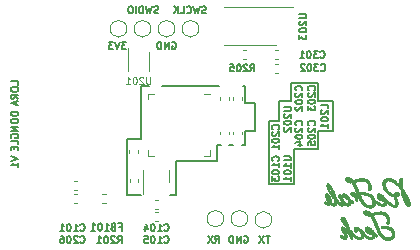
<source format=gbr>
%TF.GenerationSoftware,KiCad,Pcbnew,(7.0.0)*%
%TF.CreationDate,2023-06-22T14:20:14+03:00*%
%TF.ProjectId,Longle,4c6f6e67-6c65-42e6-9b69-6361645f7063,1.0*%
%TF.SameCoordinates,Original*%
%TF.FileFunction,Legend,Bot*%
%TF.FilePolarity,Positive*%
%FSLAX46Y46*%
G04 Gerber Fmt 4.6, Leading zero omitted, Abs format (unit mm)*
G04 Created by KiCad (PCBNEW (7.0.0)) date 2023-06-22 14:20:14*
%MOMM*%
%LPD*%
G01*
G04 APERTURE LIST*
%ADD10C,0.150000*%
%ADD11C,0.018520*%
%ADD12C,0.125000*%
%ADD13C,0.120000*%
G04 APERTURE END LIST*
D10*
X156870400Y-98120200D02*
X159156400Y-98120200D01*
X142951200Y-102895400D02*
X144119600Y-102895400D01*
D11*
G36*
X159956914Y-106648947D02*
G01*
X159963053Y-106649538D01*
X159969299Y-106650430D01*
X159975646Y-106651622D01*
X159982091Y-106653118D01*
X159988631Y-106654918D01*
X159995261Y-106657024D01*
X160001979Y-106659438D01*
X160013800Y-106665261D01*
X160027803Y-106674413D01*
X160043660Y-106686534D01*
X160061043Y-106701268D01*
X160079623Y-106718256D01*
X160099074Y-106737141D01*
X160119068Y-106757565D01*
X160139276Y-106779170D01*
X160159371Y-106801599D01*
X160179026Y-106824492D01*
X160197911Y-106847494D01*
X160215700Y-106870245D01*
X160232065Y-106892388D01*
X160246678Y-106913565D01*
X160259210Y-106933419D01*
X160269335Y-106951591D01*
X160381434Y-107170577D01*
X160397500Y-107202604D01*
X160414081Y-107236870D01*
X160430702Y-107272309D01*
X160446888Y-107307858D01*
X160462162Y-107342451D01*
X160476051Y-107375025D01*
X160488077Y-107404514D01*
X160497767Y-107429855D01*
X160538902Y-107546922D01*
X160574640Y-107657741D01*
X160604979Y-107762237D01*
X160618124Y-107812091D01*
X160629920Y-107860337D01*
X160640365Y-107906964D01*
X160649461Y-107951964D01*
X160657206Y-107995327D01*
X160663602Y-108037045D01*
X160668647Y-108077107D01*
X160672342Y-108115504D01*
X160674687Y-108152227D01*
X160675681Y-108187267D01*
X160675324Y-108220614D01*
X160673618Y-108252259D01*
X160670560Y-108282192D01*
X160666152Y-108310405D01*
X160660393Y-108336887D01*
X160653283Y-108361631D01*
X160644822Y-108384625D01*
X160635010Y-108405861D01*
X160623847Y-108425330D01*
X160611333Y-108443022D01*
X160597468Y-108458928D01*
X160582251Y-108473038D01*
X160565683Y-108485343D01*
X160547763Y-108495834D01*
X160528491Y-108504502D01*
X160507868Y-108511337D01*
X160508151Y-108511504D01*
X160502094Y-108513110D01*
X160495643Y-108514552D01*
X160488856Y-108515830D01*
X160481789Y-108516943D01*
X160474499Y-108517893D01*
X160467044Y-108518678D01*
X160459482Y-108519299D01*
X160451869Y-108519756D01*
X160444262Y-108520048D01*
X160436719Y-108520177D01*
X160429296Y-108520141D01*
X160422052Y-108519942D01*
X160415043Y-108519578D01*
X160408326Y-108519050D01*
X160401959Y-108518358D01*
X160395999Y-108517501D01*
X160384757Y-108515141D01*
X160371862Y-108511688D01*
X160357642Y-108507289D01*
X160342425Y-108502090D01*
X160326539Y-108496239D01*
X160310313Y-108489881D01*
X160294074Y-108483163D01*
X160278151Y-108476232D01*
X160262872Y-108469234D01*
X160248566Y-108462316D01*
X160235560Y-108455625D01*
X160224183Y-108449307D01*
X160214762Y-108443508D01*
X160207627Y-108438375D01*
X160205019Y-108436104D01*
X160203106Y-108434055D01*
X160201927Y-108432245D01*
X160201525Y-108430694D01*
X160202384Y-108427449D01*
X160204816Y-108421774D01*
X160213541Y-108404590D01*
X160225984Y-108382055D01*
X160240426Y-108357084D01*
X160255149Y-108332589D01*
X160268435Y-108311486D01*
X160274002Y-108303116D01*
X160278566Y-108296687D01*
X160281911Y-108292562D01*
X160283060Y-108291478D01*
X160283824Y-108291107D01*
X160284586Y-108291256D01*
X160285915Y-108291696D01*
X160290142Y-108293385D01*
X160296251Y-108296053D01*
X160303988Y-108299581D01*
X160323327Y-108308738D01*
X160346125Y-108319900D01*
X160360893Y-108326623D01*
X160374914Y-108331704D01*
X160388185Y-108335162D01*
X160400702Y-108337018D01*
X160412462Y-108337290D01*
X160423463Y-108335997D01*
X160433699Y-108333159D01*
X160443169Y-108328796D01*
X160451869Y-108322927D01*
X160459796Y-108315570D01*
X160466946Y-108306746D01*
X160473317Y-108296474D01*
X160478904Y-108284773D01*
X160483705Y-108271662D01*
X160490935Y-108241290D01*
X160494980Y-108205513D01*
X160495815Y-108164485D01*
X160493412Y-108118361D01*
X160487746Y-108067296D01*
X160478790Y-108011445D01*
X160466519Y-107950963D01*
X160450906Y-107886005D01*
X160431925Y-107816726D01*
X160407290Y-107737781D01*
X160377979Y-107654034D01*
X160344854Y-107567149D01*
X160308783Y-107478790D01*
X160270628Y-107390624D01*
X160231255Y-107304314D01*
X160191529Y-107221525D01*
X160152313Y-107143921D01*
X160114473Y-107073168D01*
X160078873Y-107010930D01*
X160046377Y-106958873D01*
X160017851Y-106918659D01*
X160005347Y-106903514D01*
X159994159Y-106891955D01*
X159984396Y-106884189D01*
X159976166Y-106880425D01*
X159969577Y-106880870D01*
X159964736Y-106885733D01*
X159961753Y-106895222D01*
X159960734Y-106909545D01*
X159961207Y-106912769D01*
X159962594Y-106917464D01*
X159967925Y-106930903D01*
X159976354Y-106949136D01*
X159987509Y-106971434D01*
X160001018Y-106997069D01*
X160016507Y-107025313D01*
X160033604Y-107055437D01*
X160051936Y-107086715D01*
X160092819Y-107159767D01*
X160138490Y-107248613D01*
X160186496Y-107347794D01*
X160234383Y-107451849D01*
X160279700Y-107555319D01*
X160319991Y-107652744D01*
X160352806Y-107738663D01*
X160375689Y-107807617D01*
X160385089Y-107840382D01*
X160388751Y-107853524D01*
X160391705Y-107864632D01*
X160393939Y-107873803D01*
X160394783Y-107877691D01*
X160395443Y-107881132D01*
X160395917Y-107884136D01*
X160396203Y-107886715D01*
X160396301Y-107888883D01*
X160396209Y-107890649D01*
X160395926Y-107892027D01*
X160395712Y-107892574D01*
X160395449Y-107893029D01*
X160395138Y-107893392D01*
X160394778Y-107893666D01*
X160394369Y-107893851D01*
X160393911Y-107893950D01*
X160393403Y-107893964D01*
X160392846Y-107893894D01*
X160391583Y-107893509D01*
X160390119Y-107892808D01*
X160388453Y-107891801D01*
X160386584Y-107890503D01*
X160384511Y-107888923D01*
X160379743Y-107884970D01*
X160374139Y-107880037D01*
X160367686Y-107874221D01*
X160363945Y-107870749D01*
X160360307Y-107867213D01*
X160356791Y-107863637D01*
X160353417Y-107860050D01*
X160350203Y-107856478D01*
X160347168Y-107852946D01*
X160344333Y-107849482D01*
X160341714Y-107846113D01*
X160339333Y-107842864D01*
X160337207Y-107839762D01*
X160335356Y-107836834D01*
X160333799Y-107834106D01*
X160332555Y-107831605D01*
X160331642Y-107829358D01*
X160331316Y-107828337D01*
X160331081Y-107827390D01*
X160330938Y-107826519D01*
X160330889Y-107825729D01*
X160330176Y-107823103D01*
X160328082Y-107818426D01*
X160320037Y-107803378D01*
X160307318Y-107781503D01*
X160290491Y-107753719D01*
X160246770Y-107684095D01*
X160193392Y-107601852D01*
X160165905Y-107559810D01*
X160140556Y-107520365D01*
X160117862Y-107484384D01*
X160098340Y-107452731D01*
X160082506Y-107426273D01*
X160070878Y-107405875D01*
X160066802Y-107398218D01*
X160063971Y-107392401D01*
X160062451Y-107388532D01*
X160062202Y-107387361D01*
X160062304Y-107386718D01*
X160062556Y-107386267D01*
X160062659Y-107385575D01*
X160062430Y-107383490D01*
X160061643Y-107380516D01*
X160060324Y-107376705D01*
X160056192Y-107366781D01*
X160050237Y-107354137D01*
X160042666Y-107339191D01*
X160033683Y-107322362D01*
X160023493Y-107304068D01*
X160012301Y-107284728D01*
X159987145Y-107240853D01*
X159963841Y-107197695D01*
X159942420Y-107155357D01*
X159922912Y-107113943D01*
X159905348Y-107073558D01*
X159889756Y-107034305D01*
X159876169Y-106996288D01*
X159864616Y-106959612D01*
X159855127Y-106924380D01*
X159847733Y-106890697D01*
X159842463Y-106858666D01*
X159839349Y-106828391D01*
X159838420Y-106799977D01*
X159839706Y-106773527D01*
X159843239Y-106749145D01*
X159845857Y-106737762D01*
X159849047Y-106726936D01*
X159851294Y-106720550D01*
X159853743Y-106714424D01*
X159856390Y-106708560D01*
X159859231Y-106702959D01*
X159862262Y-106697622D01*
X159865479Y-106692552D01*
X159868878Y-106687750D01*
X159872457Y-106683218D01*
X159876210Y-106678956D01*
X159880134Y-106674968D01*
X159884226Y-106671253D01*
X159888480Y-106667815D01*
X159892895Y-106664654D01*
X159897465Y-106661772D01*
X159902187Y-106659171D01*
X159907056Y-106656852D01*
X159912070Y-106654817D01*
X159917225Y-106653067D01*
X159922516Y-106651605D01*
X159927939Y-106650431D01*
X159933492Y-106649547D01*
X159939170Y-106648956D01*
X159944968Y-106648657D01*
X159950884Y-106648654D01*
X159956914Y-106648947D01*
G37*
X159956914Y-106648947D02*
X159963053Y-106649538D01*
X159969299Y-106650430D01*
X159975646Y-106651622D01*
X159982091Y-106653118D01*
X159988631Y-106654918D01*
X159995261Y-106657024D01*
X160001979Y-106659438D01*
X160013800Y-106665261D01*
X160027803Y-106674413D01*
X160043660Y-106686534D01*
X160061043Y-106701268D01*
X160079623Y-106718256D01*
X160099074Y-106737141D01*
X160119068Y-106757565D01*
X160139276Y-106779170D01*
X160159371Y-106801599D01*
X160179026Y-106824492D01*
X160197911Y-106847494D01*
X160215700Y-106870245D01*
X160232065Y-106892388D01*
X160246678Y-106913565D01*
X160259210Y-106933419D01*
X160269335Y-106951591D01*
X160381434Y-107170577D01*
X160397500Y-107202604D01*
X160414081Y-107236870D01*
X160430702Y-107272309D01*
X160446888Y-107307858D01*
X160462162Y-107342451D01*
X160476051Y-107375025D01*
X160488077Y-107404514D01*
X160497767Y-107429855D01*
X160538902Y-107546922D01*
X160574640Y-107657741D01*
X160604979Y-107762237D01*
X160618124Y-107812091D01*
X160629920Y-107860337D01*
X160640365Y-107906964D01*
X160649461Y-107951964D01*
X160657206Y-107995327D01*
X160663602Y-108037045D01*
X160668647Y-108077107D01*
X160672342Y-108115504D01*
X160674687Y-108152227D01*
X160675681Y-108187267D01*
X160675324Y-108220614D01*
X160673618Y-108252259D01*
X160670560Y-108282192D01*
X160666152Y-108310405D01*
X160660393Y-108336887D01*
X160653283Y-108361631D01*
X160644822Y-108384625D01*
X160635010Y-108405861D01*
X160623847Y-108425330D01*
X160611333Y-108443022D01*
X160597468Y-108458928D01*
X160582251Y-108473038D01*
X160565683Y-108485343D01*
X160547763Y-108495834D01*
X160528491Y-108504502D01*
X160507868Y-108511337D01*
X160508151Y-108511504D01*
X160502094Y-108513110D01*
X160495643Y-108514552D01*
X160488856Y-108515830D01*
X160481789Y-108516943D01*
X160474499Y-108517893D01*
X160467044Y-108518678D01*
X160459482Y-108519299D01*
X160451869Y-108519756D01*
X160444262Y-108520048D01*
X160436719Y-108520177D01*
X160429296Y-108520141D01*
X160422052Y-108519942D01*
X160415043Y-108519578D01*
X160408326Y-108519050D01*
X160401959Y-108518358D01*
X160395999Y-108517501D01*
X160384757Y-108515141D01*
X160371862Y-108511688D01*
X160357642Y-108507289D01*
X160342425Y-108502090D01*
X160326539Y-108496239D01*
X160310313Y-108489881D01*
X160294074Y-108483163D01*
X160278151Y-108476232D01*
X160262872Y-108469234D01*
X160248566Y-108462316D01*
X160235560Y-108455625D01*
X160224183Y-108449307D01*
X160214762Y-108443508D01*
X160207627Y-108438375D01*
X160205019Y-108436104D01*
X160203106Y-108434055D01*
X160201927Y-108432245D01*
X160201525Y-108430694D01*
X160202384Y-108427449D01*
X160204816Y-108421774D01*
X160213541Y-108404590D01*
X160225984Y-108382055D01*
X160240426Y-108357084D01*
X160255149Y-108332589D01*
X160268435Y-108311486D01*
X160274002Y-108303116D01*
X160278566Y-108296687D01*
X160281911Y-108292562D01*
X160283060Y-108291478D01*
X160283824Y-108291107D01*
X160284586Y-108291256D01*
X160285915Y-108291696D01*
X160290142Y-108293385D01*
X160296251Y-108296053D01*
X160303988Y-108299581D01*
X160323327Y-108308738D01*
X160346125Y-108319900D01*
X160360893Y-108326623D01*
X160374914Y-108331704D01*
X160388185Y-108335162D01*
X160400702Y-108337018D01*
X160412462Y-108337290D01*
X160423463Y-108335997D01*
X160433699Y-108333159D01*
X160443169Y-108328796D01*
X160451869Y-108322927D01*
X160459796Y-108315570D01*
X160466946Y-108306746D01*
X160473317Y-108296474D01*
X160478904Y-108284773D01*
X160483705Y-108271662D01*
X160490935Y-108241290D01*
X160494980Y-108205513D01*
X160495815Y-108164485D01*
X160493412Y-108118361D01*
X160487746Y-108067296D01*
X160478790Y-108011445D01*
X160466519Y-107950963D01*
X160450906Y-107886005D01*
X160431925Y-107816726D01*
X160407290Y-107737781D01*
X160377979Y-107654034D01*
X160344854Y-107567149D01*
X160308783Y-107478790D01*
X160270628Y-107390624D01*
X160231255Y-107304314D01*
X160191529Y-107221525D01*
X160152313Y-107143921D01*
X160114473Y-107073168D01*
X160078873Y-107010930D01*
X160046377Y-106958873D01*
X160017851Y-106918659D01*
X160005347Y-106903514D01*
X159994159Y-106891955D01*
X159984396Y-106884189D01*
X159976166Y-106880425D01*
X159969577Y-106880870D01*
X159964736Y-106885733D01*
X159961753Y-106895222D01*
X159960734Y-106909545D01*
X159961207Y-106912769D01*
X159962594Y-106917464D01*
X159967925Y-106930903D01*
X159976354Y-106949136D01*
X159987509Y-106971434D01*
X160001018Y-106997069D01*
X160016507Y-107025313D01*
X160033604Y-107055437D01*
X160051936Y-107086715D01*
X160092819Y-107159767D01*
X160138490Y-107248613D01*
X160186496Y-107347794D01*
X160234383Y-107451849D01*
X160279700Y-107555319D01*
X160319991Y-107652744D01*
X160352806Y-107738663D01*
X160375689Y-107807617D01*
X160385089Y-107840382D01*
X160388751Y-107853524D01*
X160391705Y-107864632D01*
X160393939Y-107873803D01*
X160394783Y-107877691D01*
X160395443Y-107881132D01*
X160395917Y-107884136D01*
X160396203Y-107886715D01*
X160396301Y-107888883D01*
X160396209Y-107890649D01*
X160395926Y-107892027D01*
X160395712Y-107892574D01*
X160395449Y-107893029D01*
X160395138Y-107893392D01*
X160394778Y-107893666D01*
X160394369Y-107893851D01*
X160393911Y-107893950D01*
X160393403Y-107893964D01*
X160392846Y-107893894D01*
X160391583Y-107893509D01*
X160390119Y-107892808D01*
X160388453Y-107891801D01*
X160386584Y-107890503D01*
X160384511Y-107888923D01*
X160379743Y-107884970D01*
X160374139Y-107880037D01*
X160367686Y-107874221D01*
X160363945Y-107870749D01*
X160360307Y-107867213D01*
X160356791Y-107863637D01*
X160353417Y-107860050D01*
X160350203Y-107856478D01*
X160347168Y-107852946D01*
X160344333Y-107849482D01*
X160341714Y-107846113D01*
X160339333Y-107842864D01*
X160337207Y-107839762D01*
X160335356Y-107836834D01*
X160333799Y-107834106D01*
X160332555Y-107831605D01*
X160331642Y-107829358D01*
X160331316Y-107828337D01*
X160331081Y-107827390D01*
X160330938Y-107826519D01*
X160330889Y-107825729D01*
X160330176Y-107823103D01*
X160328082Y-107818426D01*
X160320037Y-107803378D01*
X160307318Y-107781503D01*
X160290491Y-107753719D01*
X160246770Y-107684095D01*
X160193392Y-107601852D01*
X160165905Y-107559810D01*
X160140556Y-107520365D01*
X160117862Y-107484384D01*
X160098340Y-107452731D01*
X160082506Y-107426273D01*
X160070878Y-107405875D01*
X160066802Y-107398218D01*
X160063971Y-107392401D01*
X160062451Y-107388532D01*
X160062202Y-107387361D01*
X160062304Y-107386718D01*
X160062556Y-107386267D01*
X160062659Y-107385575D01*
X160062430Y-107383490D01*
X160061643Y-107380516D01*
X160060324Y-107376705D01*
X160056192Y-107366781D01*
X160050237Y-107354137D01*
X160042666Y-107339191D01*
X160033683Y-107322362D01*
X160023493Y-107304068D01*
X160012301Y-107284728D01*
X159987145Y-107240853D01*
X159963841Y-107197695D01*
X159942420Y-107155357D01*
X159922912Y-107113943D01*
X159905348Y-107073558D01*
X159889756Y-107034305D01*
X159876169Y-106996288D01*
X159864616Y-106959612D01*
X159855127Y-106924380D01*
X159847733Y-106890697D01*
X159842463Y-106858666D01*
X159839349Y-106828391D01*
X159838420Y-106799977D01*
X159839706Y-106773527D01*
X159843239Y-106749145D01*
X159845857Y-106737762D01*
X159849047Y-106726936D01*
X159851294Y-106720550D01*
X159853743Y-106714424D01*
X159856390Y-106708560D01*
X159859231Y-106702959D01*
X159862262Y-106697622D01*
X159865479Y-106692552D01*
X159868878Y-106687750D01*
X159872457Y-106683218D01*
X159876210Y-106678956D01*
X159880134Y-106674968D01*
X159884226Y-106671253D01*
X159888480Y-106667815D01*
X159892895Y-106664654D01*
X159897465Y-106661772D01*
X159902187Y-106659171D01*
X159907056Y-106656852D01*
X159912070Y-106654817D01*
X159917225Y-106653067D01*
X159922516Y-106651605D01*
X159927939Y-106650431D01*
X159933492Y-106649547D01*
X159939170Y-106648956D01*
X159944968Y-106648657D01*
X159950884Y-106648654D01*
X159956914Y-106648947D01*
G36*
X166129932Y-106181345D02*
G01*
X166133409Y-106181558D01*
X166136876Y-106181936D01*
X166140336Y-106182479D01*
X166143796Y-106183187D01*
X166147260Y-106184061D01*
X166150734Y-106185101D01*
X166154222Y-106186308D01*
X166157730Y-106187683D01*
X166161263Y-106189224D01*
X166168422Y-106192811D01*
X166175741Y-106197073D01*
X166183260Y-106202013D01*
X166191020Y-106207633D01*
X166196739Y-106212284D01*
X166201817Y-106217423D01*
X166206296Y-106223366D01*
X166210222Y-106230428D01*
X166213640Y-106238925D01*
X166216592Y-106249171D01*
X166219124Y-106261483D01*
X166221281Y-106276175D01*
X166224643Y-106313963D01*
X166227033Y-106365059D01*
X166228807Y-106431985D01*
X166230319Y-106517265D01*
X166231397Y-106575412D01*
X166232979Y-106632218D01*
X166234989Y-106686256D01*
X166237350Y-106736097D01*
X166239986Y-106780314D01*
X166242821Y-106817479D01*
X166245778Y-106846165D01*
X166247279Y-106856882D01*
X166248782Y-106864944D01*
X166263354Y-106929588D01*
X166179667Y-106836990D01*
X166117766Y-106768323D01*
X166092946Y-106740382D01*
X166071816Y-106715920D01*
X166054081Y-106694353D01*
X166039444Y-106675093D01*
X166033195Y-106666146D01*
X166027609Y-106657556D01*
X166022649Y-106649250D01*
X166018279Y-106641156D01*
X166014460Y-106633198D01*
X166011157Y-106625305D01*
X166008331Y-106617404D01*
X166005946Y-106609420D01*
X166003966Y-106601280D01*
X166002351Y-106592913D01*
X166001067Y-106584243D01*
X166000075Y-106575199D01*
X165998821Y-106555691D01*
X165998292Y-106533805D01*
X165998225Y-106480552D01*
X165998508Y-106450573D01*
X165999359Y-106422293D01*
X166000783Y-106395701D01*
X166002783Y-106370782D01*
X166005362Y-106347524D01*
X166008524Y-106325914D01*
X166012273Y-106305940D01*
X166014369Y-106296562D01*
X166016613Y-106287587D01*
X166019005Y-106279016D01*
X166021546Y-106270845D01*
X166024237Y-106263073D01*
X166027078Y-106255699D01*
X166030069Y-106248721D01*
X166033210Y-106242137D01*
X166036503Y-106235945D01*
X166039948Y-106230145D01*
X166043545Y-106224735D01*
X166047295Y-106219712D01*
X166051197Y-106215075D01*
X166055254Y-106210824D01*
X166059464Y-106206955D01*
X166063829Y-106203468D01*
X166068348Y-106200360D01*
X166073023Y-106197631D01*
X166081434Y-106193373D01*
X166089516Y-106189752D01*
X166097312Y-106186769D01*
X166104862Y-106184429D01*
X166108557Y-106183501D01*
X166112206Y-106182735D01*
X166115813Y-106182131D01*
X166119384Y-106181689D01*
X166122925Y-106181411D01*
X166126439Y-106181296D01*
X166129932Y-106181345D01*
G37*
X166129932Y-106181345D02*
X166133409Y-106181558D01*
X166136876Y-106181936D01*
X166140336Y-106182479D01*
X166143796Y-106183187D01*
X166147260Y-106184061D01*
X166150734Y-106185101D01*
X166154222Y-106186308D01*
X166157730Y-106187683D01*
X166161263Y-106189224D01*
X166168422Y-106192811D01*
X166175741Y-106197073D01*
X166183260Y-106202013D01*
X166191020Y-106207633D01*
X166196739Y-106212284D01*
X166201817Y-106217423D01*
X166206296Y-106223366D01*
X166210222Y-106230428D01*
X166213640Y-106238925D01*
X166216592Y-106249171D01*
X166219124Y-106261483D01*
X166221281Y-106276175D01*
X166224643Y-106313963D01*
X166227033Y-106365059D01*
X166228807Y-106431985D01*
X166230319Y-106517265D01*
X166231397Y-106575412D01*
X166232979Y-106632218D01*
X166234989Y-106686256D01*
X166237350Y-106736097D01*
X166239986Y-106780314D01*
X166242821Y-106817479D01*
X166245778Y-106846165D01*
X166247279Y-106856882D01*
X166248782Y-106864944D01*
X166263354Y-106929588D01*
X166179667Y-106836990D01*
X166117766Y-106768323D01*
X166092946Y-106740382D01*
X166071816Y-106715920D01*
X166054081Y-106694353D01*
X166039444Y-106675093D01*
X166033195Y-106666146D01*
X166027609Y-106657556D01*
X166022649Y-106649250D01*
X166018279Y-106641156D01*
X166014460Y-106633198D01*
X166011157Y-106625305D01*
X166008331Y-106617404D01*
X166005946Y-106609420D01*
X166003966Y-106601280D01*
X166002351Y-106592913D01*
X166001067Y-106584243D01*
X166000075Y-106575199D01*
X165998821Y-106555691D01*
X165998292Y-106533805D01*
X165998225Y-106480552D01*
X165998508Y-106450573D01*
X165999359Y-106422293D01*
X166000783Y-106395701D01*
X166002783Y-106370782D01*
X166005362Y-106347524D01*
X166008524Y-106325914D01*
X166012273Y-106305940D01*
X166014369Y-106296562D01*
X166016613Y-106287587D01*
X166019005Y-106279016D01*
X166021546Y-106270845D01*
X166024237Y-106263073D01*
X166027078Y-106255699D01*
X166030069Y-106248721D01*
X166033210Y-106242137D01*
X166036503Y-106235945D01*
X166039948Y-106230145D01*
X166043545Y-106224735D01*
X166047295Y-106219712D01*
X166051197Y-106215075D01*
X166055254Y-106210824D01*
X166059464Y-106206955D01*
X166063829Y-106203468D01*
X166068348Y-106200360D01*
X166073023Y-106197631D01*
X166081434Y-106193373D01*
X166089516Y-106189752D01*
X166097312Y-106186769D01*
X166104862Y-106184429D01*
X166108557Y-106183501D01*
X166112206Y-106182735D01*
X166115813Y-106182131D01*
X166119384Y-106181689D01*
X166122925Y-106181411D01*
X166126439Y-106181296D01*
X166129932Y-106181345D01*
D10*
X159156400Y-99644200D02*
X160426400Y-99644200D01*
X160426400Y-99644200D02*
X160426400Y-102209600D01*
D11*
G36*
X163276948Y-110292275D02*
G01*
X163301818Y-110295070D01*
X163326545Y-110299879D01*
X163351371Y-110306861D01*
X163376535Y-110316176D01*
X163402277Y-110327984D01*
X163428839Y-110342444D01*
X163456460Y-110359716D01*
X163485380Y-110379958D01*
X163515840Y-110403331D01*
X163548080Y-110429994D01*
X163582340Y-110460106D01*
X163618860Y-110493828D01*
X163657881Y-110531317D01*
X163699644Y-110572735D01*
X163744387Y-110618240D01*
X163792408Y-110668066D01*
X163840188Y-110718533D01*
X163886471Y-110768252D01*
X163930001Y-110815835D01*
X163969520Y-110859894D01*
X164003772Y-110899041D01*
X164031500Y-110931888D01*
X164051448Y-110957046D01*
X164063487Y-110973213D01*
X164074101Y-110987718D01*
X164083342Y-111000702D01*
X164091263Y-111012309D01*
X164094744Y-111017640D01*
X164097914Y-111022681D01*
X164100780Y-111027448D01*
X164103348Y-111031959D01*
X164105624Y-111036233D01*
X164107616Y-111040287D01*
X164109329Y-111044139D01*
X164110771Y-111047807D01*
X164111947Y-111051308D01*
X164112864Y-111054661D01*
X164113529Y-111057883D01*
X164113947Y-111060992D01*
X164114126Y-111064006D01*
X164114073Y-111066942D01*
X164113792Y-111069819D01*
X164113292Y-111072653D01*
X164112578Y-111075464D01*
X164111657Y-111078269D01*
X164110535Y-111081085D01*
X164109219Y-111083930D01*
X164107716Y-111086823D01*
X164106031Y-111089780D01*
X164102145Y-111095962D01*
X164096270Y-111104272D01*
X164090205Y-111111723D01*
X164083976Y-111118329D01*
X164077607Y-111124103D01*
X164071122Y-111129060D01*
X164064547Y-111133213D01*
X164057905Y-111136577D01*
X164051222Y-111139166D01*
X164044522Y-111140994D01*
X164037830Y-111142074D01*
X164031171Y-111142422D01*
X164024568Y-111142049D01*
X164018047Y-111140972D01*
X164011633Y-111139204D01*
X164005350Y-111136758D01*
X163999222Y-111133649D01*
X163993275Y-111129891D01*
X163987533Y-111125498D01*
X163982021Y-111120484D01*
X163976763Y-111114863D01*
X163971784Y-111108648D01*
X163967108Y-111101855D01*
X163962761Y-111094496D01*
X163958767Y-111086587D01*
X163955150Y-111078141D01*
X163951936Y-111069171D01*
X163949148Y-111059693D01*
X163946812Y-111049719D01*
X163944953Y-111039265D01*
X163943594Y-111028344D01*
X163942760Y-111016970D01*
X163942477Y-111005157D01*
X163942349Y-110996194D01*
X163941971Y-110987439D01*
X163941351Y-110978921D01*
X163940495Y-110970666D01*
X163939413Y-110962704D01*
X163938110Y-110955061D01*
X163936595Y-110947766D01*
X163934876Y-110940847D01*
X163932960Y-110934330D01*
X163930855Y-110928245D01*
X163928568Y-110922618D01*
X163926107Y-110917479D01*
X163923479Y-110912853D01*
X163922106Y-110910742D01*
X163920693Y-110908770D01*
X163919243Y-110906941D01*
X163917756Y-110905258D01*
X163916233Y-110903724D01*
X163914675Y-110902343D01*
X163904177Y-110894185D01*
X163899913Y-110891655D01*
X163896255Y-110890425D01*
X163894642Y-110890361D01*
X163893166Y-110890698D01*
X163891824Y-110891461D01*
X163890609Y-110892675D01*
X163888545Y-110896558D01*
X163886938Y-110902547D01*
X163885748Y-110910845D01*
X163884940Y-110921654D01*
X163884474Y-110935174D01*
X163884314Y-110951608D01*
X163884759Y-110994021D01*
X163885974Y-111050506D01*
X163885883Y-111074309D01*
X163885391Y-111085791D01*
X163884599Y-111096995D01*
X163883506Y-111107927D01*
X163882110Y-111118587D01*
X163880409Y-111128980D01*
X163878401Y-111139109D01*
X163876084Y-111148976D01*
X163873458Y-111158584D01*
X163870519Y-111167936D01*
X163867267Y-111177035D01*
X163863700Y-111185885D01*
X163859816Y-111194487D01*
X163855613Y-111202846D01*
X163851089Y-111210964D01*
X163846243Y-111218843D01*
X163841074Y-111226487D01*
X163835578Y-111233899D01*
X163829756Y-111241082D01*
X163823604Y-111248039D01*
X163817121Y-111254772D01*
X163810306Y-111261285D01*
X163803157Y-111267580D01*
X163795671Y-111273661D01*
X163787848Y-111279531D01*
X163779686Y-111285191D01*
X163771182Y-111290647D01*
X163762335Y-111295899D01*
X163753144Y-111300952D01*
X163743607Y-111305808D01*
X163733721Y-111310470D01*
X163732592Y-111310699D01*
X163701252Y-111323033D01*
X163668082Y-111332502D01*
X163633290Y-111339148D01*
X163597085Y-111343012D01*
X163559673Y-111344136D01*
X163521261Y-111342564D01*
X163482059Y-111338337D01*
X163442272Y-111331497D01*
X163402109Y-111322086D01*
X163361776Y-111310147D01*
X163321483Y-111295721D01*
X163281435Y-111278851D01*
X163241841Y-111259580D01*
X163202908Y-111237948D01*
X163164844Y-111213999D01*
X163127856Y-111187774D01*
X163110367Y-111174520D01*
X163094751Y-111162439D01*
X163080908Y-111151396D01*
X163068732Y-111141256D01*
X163058122Y-111131885D01*
X163048975Y-111123149D01*
X163044918Y-111118977D01*
X163041187Y-111114914D01*
X163037771Y-111110941D01*
X163034656Y-111107044D01*
X163031830Y-111103204D01*
X163029279Y-111099405D01*
X163026991Y-111095630D01*
X163024953Y-111091863D01*
X163023151Y-111088087D01*
X163021574Y-111084284D01*
X163020208Y-111080439D01*
X163019041Y-111076533D01*
X163018059Y-111072551D01*
X163017250Y-111068476D01*
X163016600Y-111064290D01*
X163016098Y-111059978D01*
X163015482Y-111050905D01*
X163015299Y-111041122D01*
X163015209Y-111033784D01*
X163014942Y-111026427D01*
X163013909Y-111011733D01*
X163012256Y-110997194D01*
X163010043Y-110982965D01*
X163007325Y-110969201D01*
X163004161Y-110956058D01*
X163000608Y-110943689D01*
X162996723Y-110932250D01*
X162992564Y-110921897D01*
X162990399Y-110917175D01*
X162988188Y-110912783D01*
X162985937Y-110908740D01*
X162983653Y-110905065D01*
X162981343Y-110901777D01*
X162979016Y-110898896D01*
X162976677Y-110896441D01*
X162974334Y-110894432D01*
X162971994Y-110892888D01*
X162969665Y-110891829D01*
X162967354Y-110891273D01*
X162965067Y-110891240D01*
X162962812Y-110891750D01*
X162960597Y-110892822D01*
X162958793Y-110894550D01*
X162957135Y-110897363D01*
X162955630Y-110901203D01*
X162954283Y-110906015D01*
X162953101Y-110911741D01*
X162952088Y-110918326D01*
X162951251Y-110925713D01*
X162950595Y-110933845D01*
X162949853Y-110952119D01*
X162949908Y-110972696D01*
X162950805Y-110995124D01*
X162952593Y-111018951D01*
X162954533Y-111056037D01*
X162954529Y-111073687D01*
X162953872Y-111090747D01*
X162952559Y-111107219D01*
X162950587Y-111123107D01*
X162947953Y-111138414D01*
X162944654Y-111153143D01*
X162940686Y-111167298D01*
X162936048Y-111180883D01*
X162930735Y-111193899D01*
X162924745Y-111206351D01*
X162918075Y-111218243D01*
X162910721Y-111229576D01*
X162902681Y-111240355D01*
X162893952Y-111250583D01*
X162884531Y-111260263D01*
X162874414Y-111269399D01*
X162863599Y-111277993D01*
X162852082Y-111286050D01*
X162839861Y-111293572D01*
X162826933Y-111300563D01*
X162813294Y-111307026D01*
X162798941Y-111312964D01*
X162783873Y-111318381D01*
X162768084Y-111323279D01*
X162751574Y-111327664D01*
X162734337Y-111331536D01*
X162697676Y-111337761D01*
X162658076Y-111341979D01*
X162621156Y-111343592D01*
X162583877Y-111342696D01*
X162546352Y-111339339D01*
X162508693Y-111333570D01*
X162471014Y-111325440D01*
X162433428Y-111314996D01*
X162396046Y-111302288D01*
X162358984Y-111287364D01*
X162322352Y-111270275D01*
X162286264Y-111251068D01*
X162250834Y-111229794D01*
X162216173Y-111206500D01*
X162182396Y-111181236D01*
X162149614Y-111154052D01*
X162117940Y-111124995D01*
X162087489Y-111094116D01*
X162078111Y-111083746D01*
X162069152Y-111073037D01*
X162060551Y-111061866D01*
X162052250Y-111050111D01*
X162044191Y-111037651D01*
X162036315Y-111024363D01*
X162028562Y-111010127D01*
X162020875Y-110994821D01*
X162013193Y-110978322D01*
X162005459Y-110960510D01*
X161989599Y-110920456D01*
X161972823Y-110873687D01*
X161954661Y-110819228D01*
X161904061Y-110664472D01*
X161885501Y-110608928D01*
X161878997Y-110590067D01*
X161874758Y-110578460D01*
X161874197Y-110575744D01*
X161874550Y-110575198D01*
X161875312Y-110575178D01*
X161878029Y-110576677D01*
X161882271Y-110580155D01*
X161895021Y-110592706D01*
X161912950Y-110612148D01*
X161935445Y-110637796D01*
X161961893Y-110668968D01*
X161991680Y-110704980D01*
X162024195Y-110745147D01*
X162092113Y-110829139D01*
X162156370Y-110907211D01*
X162209719Y-110970646D01*
X162230039Y-110994150D01*
X162244914Y-111010726D01*
X162266155Y-111031838D01*
X162289635Y-111051985D01*
X162315062Y-111071063D01*
X162342143Y-111088963D01*
X162370586Y-111105581D01*
X162400097Y-111120808D01*
X162430386Y-111134539D01*
X162461158Y-111146667D01*
X162492123Y-111157085D01*
X162522987Y-111165688D01*
X162553457Y-111172368D01*
X162583242Y-111177019D01*
X162612049Y-111179534D01*
X162639586Y-111179808D01*
X162665559Y-111177732D01*
X162677868Y-111175781D01*
X162689677Y-111173202D01*
X162694839Y-111171661D01*
X162700106Y-111169606D01*
X162705447Y-111167063D01*
X162710829Y-111164062D01*
X162716222Y-111160632D01*
X162721594Y-111156800D01*
X162726913Y-111152596D01*
X162732150Y-111148048D01*
X162737271Y-111143184D01*
X162742247Y-111138034D01*
X162747045Y-111132625D01*
X162751634Y-111126986D01*
X162755983Y-111121147D01*
X162760060Y-111115134D01*
X162763835Y-111108978D01*
X162767275Y-111102706D01*
X162771916Y-111093627D01*
X162775978Y-111085054D01*
X162779469Y-111076862D01*
X162782396Y-111068920D01*
X162784767Y-111061103D01*
X162786589Y-111053283D01*
X162787870Y-111045331D01*
X162788617Y-111037120D01*
X162788838Y-111028523D01*
X162788540Y-111019411D01*
X162787731Y-111009658D01*
X162786418Y-110999134D01*
X162784609Y-110987714D01*
X162782311Y-110975268D01*
X162776278Y-110946792D01*
X162770538Y-110924704D01*
X162762987Y-110901377D01*
X162753776Y-110877054D01*
X162743056Y-110851980D01*
X162730977Y-110826399D01*
X162717690Y-110800557D01*
X162703345Y-110774697D01*
X162688093Y-110749065D01*
X162672084Y-110723904D01*
X162655468Y-110699459D01*
X162638397Y-110675976D01*
X162621020Y-110653697D01*
X162603489Y-110632869D01*
X162585953Y-110613734D01*
X162568563Y-110596539D01*
X162551470Y-110581527D01*
X162455470Y-110503127D01*
X162451963Y-110500423D01*
X162448178Y-110497796D01*
X162444150Y-110495259D01*
X162439916Y-110492826D01*
X162435512Y-110490509D01*
X162430973Y-110488324D01*
X162426336Y-110486283D01*
X162421635Y-110484399D01*
X162416908Y-110482687D01*
X162412189Y-110481159D01*
X162407515Y-110479829D01*
X162402922Y-110478711D01*
X162398445Y-110477817D01*
X162394121Y-110477163D01*
X162389985Y-110476760D01*
X162386073Y-110476623D01*
X162382036Y-110476812D01*
X162378232Y-110477369D01*
X162374664Y-110478281D01*
X162371331Y-110479534D01*
X162368235Y-110481113D01*
X162365377Y-110483004D01*
X162362759Y-110485194D01*
X162360380Y-110487669D01*
X162358242Y-110490413D01*
X162356347Y-110493414D01*
X162354694Y-110496658D01*
X162353287Y-110500129D01*
X162352124Y-110503816D01*
X162351208Y-110507702D01*
X162350539Y-110511774D01*
X162350119Y-110516019D01*
X162349949Y-110520422D01*
X162350029Y-110524969D01*
X162350361Y-110529647D01*
X162350946Y-110534440D01*
X162352878Y-110544319D01*
X162355835Y-110554495D01*
X162359823Y-110564855D01*
X162364853Y-110575286D01*
X162367761Y-110580494D01*
X162370932Y-110585677D01*
X162374368Y-110590823D01*
X162378070Y-110595916D01*
X162381225Y-110600226D01*
X162384177Y-110604535D01*
X162386925Y-110608838D01*
X162389468Y-110613133D01*
X162391807Y-110617417D01*
X162393941Y-110621687D01*
X162395872Y-110625938D01*
X162397598Y-110630169D01*
X162399120Y-110634376D01*
X162400438Y-110638555D01*
X162401551Y-110642705D01*
X162402460Y-110646820D01*
X162403164Y-110650899D01*
X162403665Y-110654938D01*
X162403961Y-110658934D01*
X162404052Y-110662883D01*
X162403940Y-110666783D01*
X162403623Y-110670631D01*
X162403101Y-110674422D01*
X162402375Y-110678155D01*
X162401445Y-110681826D01*
X162400310Y-110685431D01*
X162398971Y-110688968D01*
X162397428Y-110692433D01*
X162395680Y-110695823D01*
X162393727Y-110699135D01*
X162391570Y-110702366D01*
X162389209Y-110705513D01*
X162386643Y-110708572D01*
X162383873Y-110711541D01*
X162380898Y-110714415D01*
X162377719Y-110717193D01*
X162369979Y-110722857D01*
X162361973Y-110727266D01*
X162353734Y-110730459D01*
X162345296Y-110732476D01*
X162336692Y-110733354D01*
X162327956Y-110733134D01*
X162319122Y-110731854D01*
X162310223Y-110729554D01*
X162301293Y-110726271D01*
X162292365Y-110722046D01*
X162283472Y-110716917D01*
X162274649Y-110710924D01*
X162265930Y-110704104D01*
X162257346Y-110696498D01*
X162248933Y-110688145D01*
X162240724Y-110679082D01*
X162225051Y-110658987D01*
X162210597Y-110636525D01*
X162197629Y-110612009D01*
X162186416Y-110585750D01*
X162177227Y-110558060D01*
X162173476Y-110543776D01*
X162170331Y-110529252D01*
X162167827Y-110514526D01*
X162165997Y-110499637D01*
X162164874Y-110484624D01*
X162164492Y-110469528D01*
X162164613Y-110457247D01*
X162164991Y-110445802D01*
X162165649Y-110435128D01*
X162166608Y-110425160D01*
X162167892Y-110415832D01*
X162169524Y-110407079D01*
X162171525Y-110398837D01*
X162173918Y-110391040D01*
X162175269Y-110387288D01*
X162176727Y-110383623D01*
X162178293Y-110380037D01*
X162179972Y-110376522D01*
X162183678Y-110369670D01*
X162187866Y-110363003D01*
X162192559Y-110356456D01*
X162197780Y-110349964D01*
X162203551Y-110343461D01*
X162209895Y-110336883D01*
X162221538Y-110326153D01*
X162233665Y-110316915D01*
X162246340Y-110309169D01*
X162259630Y-110302918D01*
X162273599Y-110298162D01*
X162288313Y-110294903D01*
X162303839Y-110293141D01*
X162320241Y-110292878D01*
X162337585Y-110294116D01*
X162355937Y-110296854D01*
X162375362Y-110301095D01*
X162395926Y-110306840D01*
X162417695Y-110314089D01*
X162440734Y-110322845D01*
X162465109Y-110333108D01*
X162490885Y-110344878D01*
X162513942Y-110356954D01*
X162539081Y-110372345D01*
X162566280Y-110391030D01*
X162595517Y-110412989D01*
X162626770Y-110438200D01*
X162660018Y-110466642D01*
X162732410Y-110533140D01*
X162812517Y-110612313D01*
X162900164Y-110703996D01*
X162995175Y-110808022D01*
X163097376Y-110924224D01*
X163123525Y-110953649D01*
X163149283Y-110980975D01*
X163174746Y-111006258D01*
X163200007Y-111029554D01*
X163225162Y-111050918D01*
X163250305Y-111070408D01*
X163275532Y-111088078D01*
X163300937Y-111103984D01*
X163326615Y-111118183D01*
X163352661Y-111130730D01*
X163379169Y-111141681D01*
X163406235Y-111151092D01*
X163433953Y-111159019D01*
X163462418Y-111165517D01*
X163491724Y-111170643D01*
X163521968Y-111174453D01*
X163538461Y-111176094D01*
X163553274Y-111177387D01*
X163566564Y-111178292D01*
X163578487Y-111178771D01*
X163583986Y-111178839D01*
X163589202Y-111178786D01*
X163594156Y-111178606D01*
X163598866Y-111178296D01*
X163603353Y-111177850D01*
X163607636Y-111177264D01*
X163611735Y-111176533D01*
X163615669Y-111175651D01*
X163619458Y-111174614D01*
X163623123Y-111173417D01*
X163626682Y-111172056D01*
X163630155Y-111170525D01*
X163633562Y-111168820D01*
X163636922Y-111166935D01*
X163640256Y-111164866D01*
X163643582Y-111162608D01*
X163646921Y-111160157D01*
X163650292Y-111157506D01*
X163657210Y-111151590D01*
X163664492Y-111144821D01*
X163672297Y-111137161D01*
X163683018Y-111125194D01*
X163692266Y-111112253D01*
X163700063Y-111098387D01*
X163706430Y-111083643D01*
X163711389Y-111068069D01*
X163714961Y-111051713D01*
X163717168Y-111034623D01*
X163718031Y-111016846D01*
X163717571Y-110998431D01*
X163715810Y-110979426D01*
X163712769Y-110959878D01*
X163708470Y-110939834D01*
X163702934Y-110919345D01*
X163696182Y-110898456D01*
X163679119Y-110855672D01*
X163657450Y-110811867D01*
X163631349Y-110767424D01*
X163600985Y-110722725D01*
X163566531Y-110678153D01*
X163528158Y-110634092D01*
X163486037Y-110590925D01*
X163440340Y-110549034D01*
X163391238Y-110508804D01*
X163385395Y-110504416D01*
X163379617Y-110500346D01*
X163373911Y-110496594D01*
X163368287Y-110493159D01*
X163362751Y-110490040D01*
X163357312Y-110487236D01*
X163351977Y-110484746D01*
X163346755Y-110482570D01*
X163341653Y-110480705D01*
X163336680Y-110479153D01*
X163331842Y-110477910D01*
X163327148Y-110476978D01*
X163322607Y-110476354D01*
X163318225Y-110476038D01*
X163314011Y-110476030D01*
X163309972Y-110476327D01*
X163306117Y-110476930D01*
X163302454Y-110477837D01*
X163298990Y-110479048D01*
X163295733Y-110480561D01*
X163292691Y-110482376D01*
X163289872Y-110484492D01*
X163287284Y-110486908D01*
X163284935Y-110489623D01*
X163282833Y-110492636D01*
X163280986Y-110495946D01*
X163279401Y-110499553D01*
X163278086Y-110503455D01*
X163277050Y-110507652D01*
X163276300Y-110512143D01*
X163275844Y-110516927D01*
X163275691Y-110522003D01*
X163275978Y-110528436D01*
X163276828Y-110535045D01*
X163278225Y-110541814D01*
X163280155Y-110548728D01*
X163282602Y-110555770D01*
X163285549Y-110562925D01*
X163292885Y-110577508D01*
X163302038Y-110592352D01*
X163312883Y-110607330D01*
X163325296Y-110622315D01*
X163339152Y-110637180D01*
X163354327Y-110651798D01*
X163370695Y-110666044D01*
X163388133Y-110679789D01*
X163406516Y-110692909D01*
X163425719Y-110705275D01*
X163445617Y-110716761D01*
X163466086Y-110727240D01*
X163487002Y-110736587D01*
X163500570Y-110742350D01*
X163513162Y-110748018D01*
X163524831Y-110753631D01*
X163535627Y-110759231D01*
X163545603Y-110764861D01*
X163554811Y-110770560D01*
X163563302Y-110776372D01*
X163571129Y-110782337D01*
X163578344Y-110788496D01*
X163584998Y-110794892D01*
X163591144Y-110801567D01*
X163596833Y-110808560D01*
X163602117Y-110815915D01*
X163607049Y-110823672D01*
X163611679Y-110831873D01*
X163616061Y-110840560D01*
X163620929Y-110850853D01*
X163625148Y-110860004D01*
X163628717Y-110868097D01*
X163630259Y-110871773D01*
X163631637Y-110875215D01*
X163632854Y-110878435D01*
X163633908Y-110881442D01*
X163634799Y-110884248D01*
X163635528Y-110886862D01*
X163636094Y-110889295D01*
X163636498Y-110891558D01*
X163636740Y-110893661D01*
X163636819Y-110895614D01*
X163636735Y-110897428D01*
X163636488Y-110899113D01*
X163636079Y-110900680D01*
X163635508Y-110902140D01*
X163634773Y-110903502D01*
X163633876Y-110904777D01*
X163632817Y-110905976D01*
X163631594Y-110907109D01*
X163630209Y-110908187D01*
X163628661Y-110909219D01*
X163626950Y-110910217D01*
X163625077Y-110911191D01*
X163623040Y-110912151D01*
X163620841Y-110913108D01*
X163615954Y-110915054D01*
X163612209Y-110916020D01*
X163607240Y-110916530D01*
X163601128Y-110916600D01*
X163593957Y-110916246D01*
X163585809Y-110915484D01*
X163576765Y-110914328D01*
X163556322Y-110910898D01*
X163533284Y-110906081D01*
X163508311Y-110900001D01*
X163482059Y-110892783D01*
X163455187Y-110884551D01*
X163436140Y-110878262D01*
X163418387Y-110872051D01*
X163401789Y-110865833D01*
X163386207Y-110859524D01*
X163371501Y-110853038D01*
X163357532Y-110846289D01*
X163344161Y-110839193D01*
X163331247Y-110831664D01*
X163318652Y-110823618D01*
X163306236Y-110814968D01*
X163293860Y-110805630D01*
X163281384Y-110795519D01*
X163268668Y-110784549D01*
X163255575Y-110772635D01*
X163241963Y-110759692D01*
X163227694Y-110745635D01*
X163210008Y-110727159D01*
X163193543Y-110708363D01*
X163178295Y-110689309D01*
X163164262Y-110670055D01*
X163151440Y-110650661D01*
X163139827Y-110631186D01*
X163129418Y-110611690D01*
X163120212Y-110592232D01*
X163112205Y-110572872D01*
X163105393Y-110553669D01*
X163099774Y-110534683D01*
X163095344Y-110515973D01*
X163092101Y-110497598D01*
X163090041Y-110479619D01*
X163089160Y-110462094D01*
X163089457Y-110445083D01*
X163090928Y-110428645D01*
X163093569Y-110412841D01*
X163097377Y-110397729D01*
X163102350Y-110383368D01*
X163108484Y-110369819D01*
X163115776Y-110357141D01*
X163124223Y-110345393D01*
X163133821Y-110334635D01*
X163144568Y-110324926D01*
X163156461Y-110316326D01*
X163169496Y-110308893D01*
X163183670Y-110302689D01*
X163198981Y-110297771D01*
X163215424Y-110294200D01*
X163232997Y-110292035D01*
X163251696Y-110291335D01*
X163276948Y-110292275D01*
G37*
X163276948Y-110292275D02*
X163301818Y-110295070D01*
X163326545Y-110299879D01*
X163351371Y-110306861D01*
X163376535Y-110316176D01*
X163402277Y-110327984D01*
X163428839Y-110342444D01*
X163456460Y-110359716D01*
X163485380Y-110379958D01*
X163515840Y-110403331D01*
X163548080Y-110429994D01*
X163582340Y-110460106D01*
X163618860Y-110493828D01*
X163657881Y-110531317D01*
X163699644Y-110572735D01*
X163744387Y-110618240D01*
X163792408Y-110668066D01*
X163840188Y-110718533D01*
X163886471Y-110768252D01*
X163930001Y-110815835D01*
X163969520Y-110859894D01*
X164003772Y-110899041D01*
X164031500Y-110931888D01*
X164051448Y-110957046D01*
X164063487Y-110973213D01*
X164074101Y-110987718D01*
X164083342Y-111000702D01*
X164091263Y-111012309D01*
X164094744Y-111017640D01*
X164097914Y-111022681D01*
X164100780Y-111027448D01*
X164103348Y-111031959D01*
X164105624Y-111036233D01*
X164107616Y-111040287D01*
X164109329Y-111044139D01*
X164110771Y-111047807D01*
X164111947Y-111051308D01*
X164112864Y-111054661D01*
X164113529Y-111057883D01*
X164113947Y-111060992D01*
X164114126Y-111064006D01*
X164114073Y-111066942D01*
X164113792Y-111069819D01*
X164113292Y-111072653D01*
X164112578Y-111075464D01*
X164111657Y-111078269D01*
X164110535Y-111081085D01*
X164109219Y-111083930D01*
X164107716Y-111086823D01*
X164106031Y-111089780D01*
X164102145Y-111095962D01*
X164096270Y-111104272D01*
X164090205Y-111111723D01*
X164083976Y-111118329D01*
X164077607Y-111124103D01*
X164071122Y-111129060D01*
X164064547Y-111133213D01*
X164057905Y-111136577D01*
X164051222Y-111139166D01*
X164044522Y-111140994D01*
X164037830Y-111142074D01*
X164031171Y-111142422D01*
X164024568Y-111142049D01*
X164018047Y-111140972D01*
X164011633Y-111139204D01*
X164005350Y-111136758D01*
X163999222Y-111133649D01*
X163993275Y-111129891D01*
X163987533Y-111125498D01*
X163982021Y-111120484D01*
X163976763Y-111114863D01*
X163971784Y-111108648D01*
X163967108Y-111101855D01*
X163962761Y-111094496D01*
X163958767Y-111086587D01*
X163955150Y-111078141D01*
X163951936Y-111069171D01*
X163949148Y-111059693D01*
X163946812Y-111049719D01*
X163944953Y-111039265D01*
X163943594Y-111028344D01*
X163942760Y-111016970D01*
X163942477Y-111005157D01*
X163942349Y-110996194D01*
X163941971Y-110987439D01*
X163941351Y-110978921D01*
X163940495Y-110970666D01*
X163939413Y-110962704D01*
X163938110Y-110955061D01*
X163936595Y-110947766D01*
X163934876Y-110940847D01*
X163932960Y-110934330D01*
X163930855Y-110928245D01*
X163928568Y-110922618D01*
X163926107Y-110917479D01*
X163923479Y-110912853D01*
X163922106Y-110910742D01*
X163920693Y-110908770D01*
X163919243Y-110906941D01*
X163917756Y-110905258D01*
X163916233Y-110903724D01*
X163914675Y-110902343D01*
X163904177Y-110894185D01*
X163899913Y-110891655D01*
X163896255Y-110890425D01*
X163894642Y-110890361D01*
X163893166Y-110890698D01*
X163891824Y-110891461D01*
X163890609Y-110892675D01*
X163888545Y-110896558D01*
X163886938Y-110902547D01*
X163885748Y-110910845D01*
X163884940Y-110921654D01*
X163884474Y-110935174D01*
X163884314Y-110951608D01*
X163884759Y-110994021D01*
X163885974Y-111050506D01*
X163885883Y-111074309D01*
X163885391Y-111085791D01*
X163884599Y-111096995D01*
X163883506Y-111107927D01*
X163882110Y-111118587D01*
X163880409Y-111128980D01*
X163878401Y-111139109D01*
X163876084Y-111148976D01*
X163873458Y-111158584D01*
X163870519Y-111167936D01*
X163867267Y-111177035D01*
X163863700Y-111185885D01*
X163859816Y-111194487D01*
X163855613Y-111202846D01*
X163851089Y-111210964D01*
X163846243Y-111218843D01*
X163841074Y-111226487D01*
X163835578Y-111233899D01*
X163829756Y-111241082D01*
X163823604Y-111248039D01*
X163817121Y-111254772D01*
X163810306Y-111261285D01*
X163803157Y-111267580D01*
X163795671Y-111273661D01*
X163787848Y-111279531D01*
X163779686Y-111285191D01*
X163771182Y-111290647D01*
X163762335Y-111295899D01*
X163753144Y-111300952D01*
X163743607Y-111305808D01*
X163733721Y-111310470D01*
X163732592Y-111310699D01*
X163701252Y-111323033D01*
X163668082Y-111332502D01*
X163633290Y-111339148D01*
X163597085Y-111343012D01*
X163559673Y-111344136D01*
X163521261Y-111342564D01*
X163482059Y-111338337D01*
X163442272Y-111331497D01*
X163402109Y-111322086D01*
X163361776Y-111310147D01*
X163321483Y-111295721D01*
X163281435Y-111278851D01*
X163241841Y-111259580D01*
X163202908Y-111237948D01*
X163164844Y-111213999D01*
X163127856Y-111187774D01*
X163110367Y-111174520D01*
X163094751Y-111162439D01*
X163080908Y-111151396D01*
X163068732Y-111141256D01*
X163058122Y-111131885D01*
X163048975Y-111123149D01*
X163044918Y-111118977D01*
X163041187Y-111114914D01*
X163037771Y-111110941D01*
X163034656Y-111107044D01*
X163031830Y-111103204D01*
X163029279Y-111099405D01*
X163026991Y-111095630D01*
X163024953Y-111091863D01*
X163023151Y-111088087D01*
X163021574Y-111084284D01*
X163020208Y-111080439D01*
X163019041Y-111076533D01*
X163018059Y-111072551D01*
X163017250Y-111068476D01*
X163016600Y-111064290D01*
X163016098Y-111059978D01*
X163015482Y-111050905D01*
X163015299Y-111041122D01*
X163015209Y-111033784D01*
X163014942Y-111026427D01*
X163013909Y-111011733D01*
X163012256Y-110997194D01*
X163010043Y-110982965D01*
X163007325Y-110969201D01*
X163004161Y-110956058D01*
X163000608Y-110943689D01*
X162996723Y-110932250D01*
X162992564Y-110921897D01*
X162990399Y-110917175D01*
X162988188Y-110912783D01*
X162985937Y-110908740D01*
X162983653Y-110905065D01*
X162981343Y-110901777D01*
X162979016Y-110898896D01*
X162976677Y-110896441D01*
X162974334Y-110894432D01*
X162971994Y-110892888D01*
X162969665Y-110891829D01*
X162967354Y-110891273D01*
X162965067Y-110891240D01*
X162962812Y-110891750D01*
X162960597Y-110892822D01*
X162958793Y-110894550D01*
X162957135Y-110897363D01*
X162955630Y-110901203D01*
X162954283Y-110906015D01*
X162953101Y-110911741D01*
X162952088Y-110918326D01*
X162951251Y-110925713D01*
X162950595Y-110933845D01*
X162949853Y-110952119D01*
X162949908Y-110972696D01*
X162950805Y-110995124D01*
X162952593Y-111018951D01*
X162954533Y-111056037D01*
X162954529Y-111073687D01*
X162953872Y-111090747D01*
X162952559Y-111107219D01*
X162950587Y-111123107D01*
X162947953Y-111138414D01*
X162944654Y-111153143D01*
X162940686Y-111167298D01*
X162936048Y-111180883D01*
X162930735Y-111193899D01*
X162924745Y-111206351D01*
X162918075Y-111218243D01*
X162910721Y-111229576D01*
X162902681Y-111240355D01*
X162893952Y-111250583D01*
X162884531Y-111260263D01*
X162874414Y-111269399D01*
X162863599Y-111277993D01*
X162852082Y-111286050D01*
X162839861Y-111293572D01*
X162826933Y-111300563D01*
X162813294Y-111307026D01*
X162798941Y-111312964D01*
X162783873Y-111318381D01*
X162768084Y-111323279D01*
X162751574Y-111327664D01*
X162734337Y-111331536D01*
X162697676Y-111337761D01*
X162658076Y-111341979D01*
X162621156Y-111343592D01*
X162583877Y-111342696D01*
X162546352Y-111339339D01*
X162508693Y-111333570D01*
X162471014Y-111325440D01*
X162433428Y-111314996D01*
X162396046Y-111302288D01*
X162358984Y-111287364D01*
X162322352Y-111270275D01*
X162286264Y-111251068D01*
X162250834Y-111229794D01*
X162216173Y-111206500D01*
X162182396Y-111181236D01*
X162149614Y-111154052D01*
X162117940Y-111124995D01*
X162087489Y-111094116D01*
X162078111Y-111083746D01*
X162069152Y-111073037D01*
X162060551Y-111061866D01*
X162052250Y-111050111D01*
X162044191Y-111037651D01*
X162036315Y-111024363D01*
X162028562Y-111010127D01*
X162020875Y-110994821D01*
X162013193Y-110978322D01*
X162005459Y-110960510D01*
X161989599Y-110920456D01*
X161972823Y-110873687D01*
X161954661Y-110819228D01*
X161904061Y-110664472D01*
X161885501Y-110608928D01*
X161878997Y-110590067D01*
X161874758Y-110578460D01*
X161874197Y-110575744D01*
X161874550Y-110575198D01*
X161875312Y-110575178D01*
X161878029Y-110576677D01*
X161882271Y-110580155D01*
X161895021Y-110592706D01*
X161912950Y-110612148D01*
X161935445Y-110637796D01*
X161961893Y-110668968D01*
X161991680Y-110704980D01*
X162024195Y-110745147D01*
X162092113Y-110829139D01*
X162156370Y-110907211D01*
X162209719Y-110970646D01*
X162230039Y-110994150D01*
X162244914Y-111010726D01*
X162266155Y-111031838D01*
X162289635Y-111051985D01*
X162315062Y-111071063D01*
X162342143Y-111088963D01*
X162370586Y-111105581D01*
X162400097Y-111120808D01*
X162430386Y-111134539D01*
X162461158Y-111146667D01*
X162492123Y-111157085D01*
X162522987Y-111165688D01*
X162553457Y-111172368D01*
X162583242Y-111177019D01*
X162612049Y-111179534D01*
X162639586Y-111179808D01*
X162665559Y-111177732D01*
X162677868Y-111175781D01*
X162689677Y-111173202D01*
X162694839Y-111171661D01*
X162700106Y-111169606D01*
X162705447Y-111167063D01*
X162710829Y-111164062D01*
X162716222Y-111160632D01*
X162721594Y-111156800D01*
X162726913Y-111152596D01*
X162732150Y-111148048D01*
X162737271Y-111143184D01*
X162742247Y-111138034D01*
X162747045Y-111132625D01*
X162751634Y-111126986D01*
X162755983Y-111121147D01*
X162760060Y-111115134D01*
X162763835Y-111108978D01*
X162767275Y-111102706D01*
X162771916Y-111093627D01*
X162775978Y-111085054D01*
X162779469Y-111076862D01*
X162782396Y-111068920D01*
X162784767Y-111061103D01*
X162786589Y-111053283D01*
X162787870Y-111045331D01*
X162788617Y-111037120D01*
X162788838Y-111028523D01*
X162788540Y-111019411D01*
X162787731Y-111009658D01*
X162786418Y-110999134D01*
X162784609Y-110987714D01*
X162782311Y-110975268D01*
X162776278Y-110946792D01*
X162770538Y-110924704D01*
X162762987Y-110901377D01*
X162753776Y-110877054D01*
X162743056Y-110851980D01*
X162730977Y-110826399D01*
X162717690Y-110800557D01*
X162703345Y-110774697D01*
X162688093Y-110749065D01*
X162672084Y-110723904D01*
X162655468Y-110699459D01*
X162638397Y-110675976D01*
X162621020Y-110653697D01*
X162603489Y-110632869D01*
X162585953Y-110613734D01*
X162568563Y-110596539D01*
X162551470Y-110581527D01*
X162455470Y-110503127D01*
X162451963Y-110500423D01*
X162448178Y-110497796D01*
X162444150Y-110495259D01*
X162439916Y-110492826D01*
X162435512Y-110490509D01*
X162430973Y-110488324D01*
X162426336Y-110486283D01*
X162421635Y-110484399D01*
X162416908Y-110482687D01*
X162412189Y-110481159D01*
X162407515Y-110479829D01*
X162402922Y-110478711D01*
X162398445Y-110477817D01*
X162394121Y-110477163D01*
X162389985Y-110476760D01*
X162386073Y-110476623D01*
X162382036Y-110476812D01*
X162378232Y-110477369D01*
X162374664Y-110478281D01*
X162371331Y-110479534D01*
X162368235Y-110481113D01*
X162365377Y-110483004D01*
X162362759Y-110485194D01*
X162360380Y-110487669D01*
X162358242Y-110490413D01*
X162356347Y-110493414D01*
X162354694Y-110496658D01*
X162353287Y-110500129D01*
X162352124Y-110503816D01*
X162351208Y-110507702D01*
X162350539Y-110511774D01*
X162350119Y-110516019D01*
X162349949Y-110520422D01*
X162350029Y-110524969D01*
X162350361Y-110529647D01*
X162350946Y-110534440D01*
X162352878Y-110544319D01*
X162355835Y-110554495D01*
X162359823Y-110564855D01*
X162364853Y-110575286D01*
X162367761Y-110580494D01*
X162370932Y-110585677D01*
X162374368Y-110590823D01*
X162378070Y-110595916D01*
X162381225Y-110600226D01*
X162384177Y-110604535D01*
X162386925Y-110608838D01*
X162389468Y-110613133D01*
X162391807Y-110617417D01*
X162393941Y-110621687D01*
X162395872Y-110625938D01*
X162397598Y-110630169D01*
X162399120Y-110634376D01*
X162400438Y-110638555D01*
X162401551Y-110642705D01*
X162402460Y-110646820D01*
X162403164Y-110650899D01*
X162403665Y-110654938D01*
X162403961Y-110658934D01*
X162404052Y-110662883D01*
X162403940Y-110666783D01*
X162403623Y-110670631D01*
X162403101Y-110674422D01*
X162402375Y-110678155D01*
X162401445Y-110681826D01*
X162400310Y-110685431D01*
X162398971Y-110688968D01*
X162397428Y-110692433D01*
X162395680Y-110695823D01*
X162393727Y-110699135D01*
X162391570Y-110702366D01*
X162389209Y-110705513D01*
X162386643Y-110708572D01*
X162383873Y-110711541D01*
X162380898Y-110714415D01*
X162377719Y-110717193D01*
X162369979Y-110722857D01*
X162361973Y-110727266D01*
X162353734Y-110730459D01*
X162345296Y-110732476D01*
X162336692Y-110733354D01*
X162327956Y-110733134D01*
X162319122Y-110731854D01*
X162310223Y-110729554D01*
X162301293Y-110726271D01*
X162292365Y-110722046D01*
X162283472Y-110716917D01*
X162274649Y-110710924D01*
X162265930Y-110704104D01*
X162257346Y-110696498D01*
X162248933Y-110688145D01*
X162240724Y-110679082D01*
X162225051Y-110658987D01*
X162210597Y-110636525D01*
X162197629Y-110612009D01*
X162186416Y-110585750D01*
X162177227Y-110558060D01*
X162173476Y-110543776D01*
X162170331Y-110529252D01*
X162167827Y-110514526D01*
X162165997Y-110499637D01*
X162164874Y-110484624D01*
X162164492Y-110469528D01*
X162164613Y-110457247D01*
X162164991Y-110445802D01*
X162165649Y-110435128D01*
X162166608Y-110425160D01*
X162167892Y-110415832D01*
X162169524Y-110407079D01*
X162171525Y-110398837D01*
X162173918Y-110391040D01*
X162175269Y-110387288D01*
X162176727Y-110383623D01*
X162178293Y-110380037D01*
X162179972Y-110376522D01*
X162183678Y-110369670D01*
X162187866Y-110363003D01*
X162192559Y-110356456D01*
X162197780Y-110349964D01*
X162203551Y-110343461D01*
X162209895Y-110336883D01*
X162221538Y-110326153D01*
X162233665Y-110316915D01*
X162246340Y-110309169D01*
X162259630Y-110302918D01*
X162273599Y-110298162D01*
X162288313Y-110294903D01*
X162303839Y-110293141D01*
X162320241Y-110292878D01*
X162337585Y-110294116D01*
X162355937Y-110296854D01*
X162375362Y-110301095D01*
X162395926Y-110306840D01*
X162417695Y-110314089D01*
X162440734Y-110322845D01*
X162465109Y-110333108D01*
X162490885Y-110344878D01*
X162513942Y-110356954D01*
X162539081Y-110372345D01*
X162566280Y-110391030D01*
X162595517Y-110412989D01*
X162626770Y-110438200D01*
X162660018Y-110466642D01*
X162732410Y-110533140D01*
X162812517Y-110612313D01*
X162900164Y-110703996D01*
X162995175Y-110808022D01*
X163097376Y-110924224D01*
X163123525Y-110953649D01*
X163149283Y-110980975D01*
X163174746Y-111006258D01*
X163200007Y-111029554D01*
X163225162Y-111050918D01*
X163250305Y-111070408D01*
X163275532Y-111088078D01*
X163300937Y-111103984D01*
X163326615Y-111118183D01*
X163352661Y-111130730D01*
X163379169Y-111141681D01*
X163406235Y-111151092D01*
X163433953Y-111159019D01*
X163462418Y-111165517D01*
X163491724Y-111170643D01*
X163521968Y-111174453D01*
X163538461Y-111176094D01*
X163553274Y-111177387D01*
X163566564Y-111178292D01*
X163578487Y-111178771D01*
X163583986Y-111178839D01*
X163589202Y-111178786D01*
X163594156Y-111178606D01*
X163598866Y-111178296D01*
X163603353Y-111177850D01*
X163607636Y-111177264D01*
X163611735Y-111176533D01*
X163615669Y-111175651D01*
X163619458Y-111174614D01*
X163623123Y-111173417D01*
X163626682Y-111172056D01*
X163630155Y-111170525D01*
X163633562Y-111168820D01*
X163636922Y-111166935D01*
X163640256Y-111164866D01*
X163643582Y-111162608D01*
X163646921Y-111160157D01*
X163650292Y-111157506D01*
X163657210Y-111151590D01*
X163664492Y-111144821D01*
X163672297Y-111137161D01*
X163683018Y-111125194D01*
X163692266Y-111112253D01*
X163700063Y-111098387D01*
X163706430Y-111083643D01*
X163711389Y-111068069D01*
X163714961Y-111051713D01*
X163717168Y-111034623D01*
X163718031Y-111016846D01*
X163717571Y-110998431D01*
X163715810Y-110979426D01*
X163712769Y-110959878D01*
X163708470Y-110939834D01*
X163702934Y-110919345D01*
X163696182Y-110898456D01*
X163679119Y-110855672D01*
X163657450Y-110811867D01*
X163631349Y-110767424D01*
X163600985Y-110722725D01*
X163566531Y-110678153D01*
X163528158Y-110634092D01*
X163486037Y-110590925D01*
X163440340Y-110549034D01*
X163391238Y-110508804D01*
X163385395Y-110504416D01*
X163379617Y-110500346D01*
X163373911Y-110496594D01*
X163368287Y-110493159D01*
X163362751Y-110490040D01*
X163357312Y-110487236D01*
X163351977Y-110484746D01*
X163346755Y-110482570D01*
X163341653Y-110480705D01*
X163336680Y-110479153D01*
X163331842Y-110477910D01*
X163327148Y-110476978D01*
X163322607Y-110476354D01*
X163318225Y-110476038D01*
X163314011Y-110476030D01*
X163309972Y-110476327D01*
X163306117Y-110476930D01*
X163302454Y-110477837D01*
X163298990Y-110479048D01*
X163295733Y-110480561D01*
X163292691Y-110482376D01*
X163289872Y-110484492D01*
X163287284Y-110486908D01*
X163284935Y-110489623D01*
X163282833Y-110492636D01*
X163280986Y-110495946D01*
X163279401Y-110499553D01*
X163278086Y-110503455D01*
X163277050Y-110507652D01*
X163276300Y-110512143D01*
X163275844Y-110516927D01*
X163275691Y-110522003D01*
X163275978Y-110528436D01*
X163276828Y-110535045D01*
X163278225Y-110541814D01*
X163280155Y-110548728D01*
X163282602Y-110555770D01*
X163285549Y-110562925D01*
X163292885Y-110577508D01*
X163302038Y-110592352D01*
X163312883Y-110607330D01*
X163325296Y-110622315D01*
X163339152Y-110637180D01*
X163354327Y-110651798D01*
X163370695Y-110666044D01*
X163388133Y-110679789D01*
X163406516Y-110692909D01*
X163425719Y-110705275D01*
X163445617Y-110716761D01*
X163466086Y-110727240D01*
X163487002Y-110736587D01*
X163500570Y-110742350D01*
X163513162Y-110748018D01*
X163524831Y-110753631D01*
X163535627Y-110759231D01*
X163545603Y-110764861D01*
X163554811Y-110770560D01*
X163563302Y-110776372D01*
X163571129Y-110782337D01*
X163578344Y-110788496D01*
X163584998Y-110794892D01*
X163591144Y-110801567D01*
X163596833Y-110808560D01*
X163602117Y-110815915D01*
X163607049Y-110823672D01*
X163611679Y-110831873D01*
X163616061Y-110840560D01*
X163620929Y-110850853D01*
X163625148Y-110860004D01*
X163628717Y-110868097D01*
X163630259Y-110871773D01*
X163631637Y-110875215D01*
X163632854Y-110878435D01*
X163633908Y-110881442D01*
X163634799Y-110884248D01*
X163635528Y-110886862D01*
X163636094Y-110889295D01*
X163636498Y-110891558D01*
X163636740Y-110893661D01*
X163636819Y-110895614D01*
X163636735Y-110897428D01*
X163636488Y-110899113D01*
X163636079Y-110900680D01*
X163635508Y-110902140D01*
X163634773Y-110903502D01*
X163633876Y-110904777D01*
X163632817Y-110905976D01*
X163631594Y-110907109D01*
X163630209Y-110908187D01*
X163628661Y-110909219D01*
X163626950Y-110910217D01*
X163625077Y-110911191D01*
X163623040Y-110912151D01*
X163620841Y-110913108D01*
X163615954Y-110915054D01*
X163612209Y-110916020D01*
X163607240Y-110916530D01*
X163601128Y-110916600D01*
X163593957Y-110916246D01*
X163585809Y-110915484D01*
X163576765Y-110914328D01*
X163556322Y-110910898D01*
X163533284Y-110906081D01*
X163508311Y-110900001D01*
X163482059Y-110892783D01*
X163455187Y-110884551D01*
X163436140Y-110878262D01*
X163418387Y-110872051D01*
X163401789Y-110865833D01*
X163386207Y-110859524D01*
X163371501Y-110853038D01*
X163357532Y-110846289D01*
X163344161Y-110839193D01*
X163331247Y-110831664D01*
X163318652Y-110823618D01*
X163306236Y-110814968D01*
X163293860Y-110805630D01*
X163281384Y-110795519D01*
X163268668Y-110784549D01*
X163255575Y-110772635D01*
X163241963Y-110759692D01*
X163227694Y-110745635D01*
X163210008Y-110727159D01*
X163193543Y-110708363D01*
X163178295Y-110689309D01*
X163164262Y-110670055D01*
X163151440Y-110650661D01*
X163139827Y-110631186D01*
X163129418Y-110611690D01*
X163120212Y-110592232D01*
X163112205Y-110572872D01*
X163105393Y-110553669D01*
X163099774Y-110534683D01*
X163095344Y-110515973D01*
X163092101Y-110497598D01*
X163090041Y-110479619D01*
X163089160Y-110462094D01*
X163089457Y-110445083D01*
X163090928Y-110428645D01*
X163093569Y-110412841D01*
X163097377Y-110397729D01*
X163102350Y-110383368D01*
X163108484Y-110369819D01*
X163115776Y-110357141D01*
X163124223Y-110345393D01*
X163133821Y-110334635D01*
X163144568Y-110324926D01*
X163156461Y-110316326D01*
X163169496Y-110308893D01*
X163183670Y-110302689D01*
X163198981Y-110297771D01*
X163215424Y-110294200D01*
X163232997Y-110292035D01*
X163251696Y-110291335D01*
X163276948Y-110292275D01*
D10*
X145897600Y-98425000D02*
X150774400Y-98425000D01*
X159156400Y-99644200D02*
X159156400Y-98120200D01*
D11*
G36*
X161212866Y-109479139D02*
G01*
X161248708Y-109487969D01*
X161283789Y-109503105D01*
X161318322Y-109524892D01*
X161352520Y-109553672D01*
X161386596Y-109589790D01*
X161420763Y-109633588D01*
X161455235Y-109685411D01*
X161490224Y-109745601D01*
X161525944Y-109814504D01*
X161562606Y-109892461D01*
X161600426Y-109979817D01*
X161639614Y-110076915D01*
X161680385Y-110184099D01*
X161767527Y-110430099D01*
X161925479Y-110893112D01*
X161945996Y-110953377D01*
X161964001Y-111006714D01*
X161979592Y-111053606D01*
X161992867Y-111094539D01*
X161998667Y-111112923D01*
X162003925Y-111129999D01*
X162008653Y-111145828D01*
X162012864Y-111160470D01*
X162016570Y-111173987D01*
X162019783Y-111186438D01*
X162022516Y-111197885D01*
X162024780Y-111208389D01*
X162026588Y-111218009D01*
X162027953Y-111226806D01*
X162028887Y-111234842D01*
X162029402Y-111242176D01*
X162029510Y-111248870D01*
X162029224Y-111254984D01*
X162028555Y-111260579D01*
X162027517Y-111265715D01*
X162026122Y-111270454D01*
X162024381Y-111274855D01*
X162022308Y-111278979D01*
X162019914Y-111282888D01*
X162017212Y-111286641D01*
X162014214Y-111290300D01*
X162010933Y-111293925D01*
X162007380Y-111297576D01*
X162007563Y-111297439D01*
X162001854Y-111302867D01*
X161996142Y-111307730D01*
X161990425Y-111312026D01*
X161984702Y-111315754D01*
X161978969Y-111318912D01*
X161973225Y-111321499D01*
X161967466Y-111323514D01*
X161961691Y-111324956D01*
X161955897Y-111325822D01*
X161950083Y-111326113D01*
X161944244Y-111325825D01*
X161938380Y-111324959D01*
X161932488Y-111323512D01*
X161926566Y-111321484D01*
X161920611Y-111318873D01*
X161914620Y-111315677D01*
X161908592Y-111311896D01*
X161902524Y-111307527D01*
X161896414Y-111302570D01*
X161890259Y-111297024D01*
X161884058Y-111290886D01*
X161877807Y-111284156D01*
X161865149Y-111268913D01*
X161852265Y-111251284D01*
X161839137Y-111231259D01*
X161825747Y-111208826D01*
X161812075Y-111183975D01*
X161780389Y-111126133D01*
X161746622Y-111068063D01*
X161711268Y-111010387D01*
X161674820Y-110953727D01*
X161637773Y-110898704D01*
X161600620Y-110845939D01*
X161563855Y-110796055D01*
X161527972Y-110749673D01*
X161493464Y-110707415D01*
X161460825Y-110669902D01*
X161430550Y-110637755D01*
X161403131Y-110611598D01*
X161390647Y-110600959D01*
X161379062Y-110592050D01*
X161368438Y-110584949D01*
X161358838Y-110579734D01*
X161350321Y-110576482D01*
X161342951Y-110575272D01*
X161336789Y-110576180D01*
X161331896Y-110579284D01*
X161328541Y-110582780D01*
X161325825Y-110586221D01*
X161323894Y-110589917D01*
X161322894Y-110594181D01*
X161322969Y-110599323D01*
X161324265Y-110605654D01*
X161326927Y-110613487D01*
X161331102Y-110623132D01*
X161336934Y-110634901D01*
X161344569Y-110649105D01*
X161365831Y-110686064D01*
X161396049Y-110736499D01*
X161436389Y-110802902D01*
X161455901Y-110835558D01*
X161473747Y-110866950D01*
X161489935Y-110897104D01*
X161504476Y-110926045D01*
X161517378Y-110953798D01*
X161528652Y-110980389D01*
X161538307Y-111005843D01*
X161546352Y-111030185D01*
X161552797Y-111053441D01*
X161557652Y-111075637D01*
X161560927Y-111096797D01*
X161562629Y-111116947D01*
X161562771Y-111136113D01*
X161561360Y-111154320D01*
X161560075Y-111163071D01*
X161558406Y-111171593D01*
X161556354Y-111179887D01*
X161553919Y-111187957D01*
X161547786Y-111204729D01*
X161540813Y-111220445D01*
X161533028Y-111235103D01*
X161524456Y-111248703D01*
X161515123Y-111261245D01*
X161505056Y-111272728D01*
X161494281Y-111283152D01*
X161482823Y-111292516D01*
X161470709Y-111300819D01*
X161457965Y-111308061D01*
X161444617Y-111314242D01*
X161430691Y-111319361D01*
X161416214Y-111323418D01*
X161401211Y-111326411D01*
X161385708Y-111328342D01*
X161369732Y-111329208D01*
X161353308Y-111329009D01*
X161336463Y-111327746D01*
X161319223Y-111325417D01*
X161301614Y-111322023D01*
X161283662Y-111317561D01*
X161265393Y-111312033D01*
X161246833Y-111305437D01*
X161228009Y-111297773D01*
X161208946Y-111289041D01*
X161189670Y-111279239D01*
X161150586Y-111256427D01*
X161110965Y-111229333D01*
X161071017Y-111197952D01*
X161051225Y-111181001D01*
X161033572Y-111165030D01*
X161025540Y-111157393D01*
X161018034Y-111149978D01*
X161011051Y-111142778D01*
X161004588Y-111135783D01*
X160998641Y-111128988D01*
X160993208Y-111122385D01*
X160988285Y-111115965D01*
X160983870Y-111109721D01*
X160979960Y-111103645D01*
X160976551Y-111097731D01*
X160973641Y-111091969D01*
X160971226Y-111086353D01*
X160969304Y-111080874D01*
X160967871Y-111075526D01*
X160966925Y-111070300D01*
X160966462Y-111065189D01*
X160966480Y-111060185D01*
X160966975Y-111055280D01*
X160967944Y-111050468D01*
X160969385Y-111045739D01*
X160971294Y-111041088D01*
X160973668Y-111036505D01*
X160976505Y-111031983D01*
X160979800Y-111027515D01*
X160983552Y-111023092D01*
X160987757Y-111018708D01*
X160992413Y-111014355D01*
X160997515Y-111010024D01*
X161001818Y-111006618D01*
X161006155Y-111003306D01*
X161010499Y-111000106D01*
X161014819Y-110997034D01*
X161019085Y-110994109D01*
X161023267Y-110991347D01*
X161027336Y-110988766D01*
X161031261Y-110986383D01*
X161035013Y-110984215D01*
X161038561Y-110982281D01*
X161041877Y-110980596D01*
X161044929Y-110979179D01*
X161047689Y-110978047D01*
X161050126Y-110977216D01*
X161052210Y-110976705D01*
X161053111Y-110976575D01*
X161053912Y-110976531D01*
X161055943Y-110976963D01*
X161058911Y-110978228D01*
X161062758Y-110980285D01*
X161067427Y-110983092D01*
X161078997Y-110990785D01*
X161093161Y-111000968D01*
X161109456Y-111013303D01*
X161127421Y-111027450D01*
X161146595Y-111043072D01*
X161166514Y-111059829D01*
X161175825Y-111067655D01*
X161184984Y-111075101D01*
X161193988Y-111082167D01*
X161202829Y-111088850D01*
X161211502Y-111095149D01*
X161220003Y-111101062D01*
X161228324Y-111106588D01*
X161236461Y-111111726D01*
X161244409Y-111116473D01*
X161252160Y-111120828D01*
X161259711Y-111124791D01*
X161267054Y-111128358D01*
X161274186Y-111131529D01*
X161281099Y-111134302D01*
X161287789Y-111136676D01*
X161294250Y-111138648D01*
X161300476Y-111140219D01*
X161306462Y-111141385D01*
X161312202Y-111142145D01*
X161317691Y-111142499D01*
X161322923Y-111142443D01*
X161327892Y-111141978D01*
X161332593Y-111141101D01*
X161337020Y-111139810D01*
X161341168Y-111138105D01*
X161345030Y-111135984D01*
X161348603Y-111133444D01*
X161351879Y-111130485D01*
X161354853Y-111127105D01*
X161357520Y-111123303D01*
X161359875Y-111119077D01*
X161361910Y-111114425D01*
X161363746Y-111106802D01*
X161364122Y-111097404D01*
X161363072Y-111086306D01*
X161360628Y-111073581D01*
X161356822Y-111059301D01*
X161351685Y-111043540D01*
X161345250Y-111026371D01*
X161337548Y-111007867D01*
X161328612Y-110988102D01*
X161318474Y-110967148D01*
X161307165Y-110945080D01*
X161294718Y-110921969D01*
X161266537Y-110872915D01*
X161234187Y-110820571D01*
X161216431Y-110792334D01*
X161199544Y-110764593D01*
X161183543Y-110737380D01*
X161168439Y-110710724D01*
X161154250Y-110684656D01*
X161140988Y-110659207D01*
X161128668Y-110634407D01*
X161117305Y-110610286D01*
X161106914Y-110586875D01*
X161097509Y-110564205D01*
X161089104Y-110542305D01*
X161081714Y-110521207D01*
X161075353Y-110500940D01*
X161070037Y-110481535D01*
X161065779Y-110463023D01*
X161062594Y-110445434D01*
X161061369Y-110436494D01*
X161060504Y-110427785D01*
X161059997Y-110419312D01*
X161059846Y-110411077D01*
X161060048Y-110403085D01*
X161060599Y-110395338D01*
X161061497Y-110387839D01*
X161062740Y-110380594D01*
X161064324Y-110373603D01*
X161066247Y-110366872D01*
X161068505Y-110360404D01*
X161071097Y-110354201D01*
X161074020Y-110348268D01*
X161077270Y-110342607D01*
X161080845Y-110337223D01*
X161084742Y-110332118D01*
X161088959Y-110327297D01*
X161093492Y-110322761D01*
X161098339Y-110318515D01*
X161103497Y-110314563D01*
X161108963Y-110310907D01*
X161114735Y-110307551D01*
X161120809Y-110304499D01*
X161127184Y-110301753D01*
X161133856Y-110299318D01*
X161140822Y-110297196D01*
X161148080Y-110295392D01*
X161155626Y-110293908D01*
X161163459Y-110292747D01*
X161171575Y-110291914D01*
X161179972Y-110291412D01*
X161188647Y-110291244D01*
X161208306Y-110292239D01*
X161228213Y-110295278D01*
X161248472Y-110300440D01*
X161269187Y-110307803D01*
X161290463Y-110317449D01*
X161312406Y-110329456D01*
X161335119Y-110343903D01*
X161358707Y-110360870D01*
X161383275Y-110380436D01*
X161408928Y-110402681D01*
X161435771Y-110427684D01*
X161463907Y-110455524D01*
X161493442Y-110486281D01*
X161524481Y-110520034D01*
X161557127Y-110556863D01*
X161591487Y-110596847D01*
X161610780Y-110619305D01*
X161629487Y-110640526D01*
X161647133Y-110660016D01*
X161663246Y-110677278D01*
X161677352Y-110691817D01*
X161683505Y-110697910D01*
X161688978Y-110703137D01*
X161693714Y-110707436D01*
X161697652Y-110710744D01*
X161700733Y-110713000D01*
X161701934Y-110713714D01*
X161702899Y-110714141D01*
X161705961Y-110715108D01*
X161708717Y-110715708D01*
X161711170Y-110715950D01*
X161713324Y-110715843D01*
X161715182Y-110715396D01*
X161716746Y-110714616D01*
X161718019Y-110713513D01*
X161719006Y-110712095D01*
X161719708Y-110710370D01*
X161720129Y-110708349D01*
X161720272Y-110706038D01*
X161720140Y-110703448D01*
X161719064Y-110697460D01*
X161716924Y-110690456D01*
X161713747Y-110682503D01*
X161709555Y-110673671D01*
X161704375Y-110664030D01*
X161698230Y-110653648D01*
X161691146Y-110642594D01*
X161683146Y-110630938D01*
X161674256Y-110618748D01*
X161664500Y-110606094D01*
X161658832Y-110598847D01*
X161653325Y-110591612D01*
X161648005Y-110584436D01*
X161642902Y-110577364D01*
X161638044Y-110570440D01*
X161633459Y-110563711D01*
X161629176Y-110557222D01*
X161625223Y-110551017D01*
X161621628Y-110545143D01*
X161618421Y-110539645D01*
X161615629Y-110534568D01*
X161613281Y-110529958D01*
X161611406Y-110525859D01*
X161610031Y-110522318D01*
X161609185Y-110519380D01*
X161608970Y-110518151D01*
X161608897Y-110517089D01*
X161607001Y-110508457D01*
X161601570Y-110491021D01*
X161581625Y-110433946D01*
X161552117Y-110354283D01*
X161516101Y-110260452D01*
X161489177Y-110192522D01*
X161462831Y-110128238D01*
X161437156Y-110067770D01*
X161412246Y-110011285D01*
X161388193Y-109958950D01*
X161365091Y-109910936D01*
X161343034Y-109867408D01*
X161322115Y-109828536D01*
X161302426Y-109794488D01*
X161284063Y-109765432D01*
X161275407Y-109752828D01*
X161267117Y-109741535D01*
X161259205Y-109731575D01*
X161251683Y-109722967D01*
X161244562Y-109715733D01*
X161237853Y-109709895D01*
X161231570Y-109705472D01*
X161225722Y-109702487D01*
X161220322Y-109700960D01*
X161215382Y-109700912D01*
X161210913Y-109702364D01*
X161206927Y-109705337D01*
X161206362Y-109706154D01*
X161205978Y-109707282D01*
X161205738Y-109710440D01*
X161206177Y-109714740D01*
X161207268Y-109720111D01*
X161208983Y-109726484D01*
X161211294Y-109733788D01*
X161217592Y-109750909D01*
X161225938Y-109770912D01*
X161236108Y-109793234D01*
X161247879Y-109817314D01*
X161261027Y-109842590D01*
X161276194Y-109871565D01*
X161293694Y-109906269D01*
X161333210Y-109987630D01*
X161374604Y-110076210D01*
X161412905Y-110161544D01*
X161497904Y-110356017D01*
X161396014Y-110244888D01*
X161373124Y-110219341D01*
X161349586Y-110191973D01*
X161301414Y-110132965D01*
X161253187Y-110070247D01*
X161206593Y-110006204D01*
X161163322Y-109943220D01*
X161125061Y-109883680D01*
X161108338Y-109855946D01*
X161093501Y-109829968D01*
X161080762Y-109806043D01*
X161070330Y-109784469D01*
X161063468Y-109768650D01*
X161057329Y-109753033D01*
X161051906Y-109737639D01*
X161047193Y-109722488D01*
X161043183Y-109707599D01*
X161039870Y-109692991D01*
X161037246Y-109678684D01*
X161035305Y-109664698D01*
X161034039Y-109651053D01*
X161033444Y-109637767D01*
X161033511Y-109624861D01*
X161034233Y-109612355D01*
X161035605Y-109600267D01*
X161037619Y-109588617D01*
X161040269Y-109577426D01*
X161043548Y-109566713D01*
X161047449Y-109556496D01*
X161051966Y-109546797D01*
X161057091Y-109537635D01*
X161062819Y-109529028D01*
X161069141Y-109520997D01*
X161076052Y-109513562D01*
X161083545Y-109506742D01*
X161091613Y-109500556D01*
X161100249Y-109495025D01*
X161109447Y-109490167D01*
X161119200Y-109486003D01*
X161129501Y-109482552D01*
X161140343Y-109479834D01*
X161151720Y-109477868D01*
X161163625Y-109476674D01*
X161176051Y-109476272D01*
X161212866Y-109479139D01*
G37*
X161212866Y-109479139D02*
X161248708Y-109487969D01*
X161283789Y-109503105D01*
X161318322Y-109524892D01*
X161352520Y-109553672D01*
X161386596Y-109589790D01*
X161420763Y-109633588D01*
X161455235Y-109685411D01*
X161490224Y-109745601D01*
X161525944Y-109814504D01*
X161562606Y-109892461D01*
X161600426Y-109979817D01*
X161639614Y-110076915D01*
X161680385Y-110184099D01*
X161767527Y-110430099D01*
X161925479Y-110893112D01*
X161945996Y-110953377D01*
X161964001Y-111006714D01*
X161979592Y-111053606D01*
X161992867Y-111094539D01*
X161998667Y-111112923D01*
X162003925Y-111129999D01*
X162008653Y-111145828D01*
X162012864Y-111160470D01*
X162016570Y-111173987D01*
X162019783Y-111186438D01*
X162022516Y-111197885D01*
X162024780Y-111208389D01*
X162026588Y-111218009D01*
X162027953Y-111226806D01*
X162028887Y-111234842D01*
X162029402Y-111242176D01*
X162029510Y-111248870D01*
X162029224Y-111254984D01*
X162028555Y-111260579D01*
X162027517Y-111265715D01*
X162026122Y-111270454D01*
X162024381Y-111274855D01*
X162022308Y-111278979D01*
X162019914Y-111282888D01*
X162017212Y-111286641D01*
X162014214Y-111290300D01*
X162010933Y-111293925D01*
X162007380Y-111297576D01*
X162007563Y-111297439D01*
X162001854Y-111302867D01*
X161996142Y-111307730D01*
X161990425Y-111312026D01*
X161984702Y-111315754D01*
X161978969Y-111318912D01*
X161973225Y-111321499D01*
X161967466Y-111323514D01*
X161961691Y-111324956D01*
X161955897Y-111325822D01*
X161950083Y-111326113D01*
X161944244Y-111325825D01*
X161938380Y-111324959D01*
X161932488Y-111323512D01*
X161926566Y-111321484D01*
X161920611Y-111318873D01*
X161914620Y-111315677D01*
X161908592Y-111311896D01*
X161902524Y-111307527D01*
X161896414Y-111302570D01*
X161890259Y-111297024D01*
X161884058Y-111290886D01*
X161877807Y-111284156D01*
X161865149Y-111268913D01*
X161852265Y-111251284D01*
X161839137Y-111231259D01*
X161825747Y-111208826D01*
X161812075Y-111183975D01*
X161780389Y-111126133D01*
X161746622Y-111068063D01*
X161711268Y-111010387D01*
X161674820Y-110953727D01*
X161637773Y-110898704D01*
X161600620Y-110845939D01*
X161563855Y-110796055D01*
X161527972Y-110749673D01*
X161493464Y-110707415D01*
X161460825Y-110669902D01*
X161430550Y-110637755D01*
X161403131Y-110611598D01*
X161390647Y-110600959D01*
X161379062Y-110592050D01*
X161368438Y-110584949D01*
X161358838Y-110579734D01*
X161350321Y-110576482D01*
X161342951Y-110575272D01*
X161336789Y-110576180D01*
X161331896Y-110579284D01*
X161328541Y-110582780D01*
X161325825Y-110586221D01*
X161323894Y-110589917D01*
X161322894Y-110594181D01*
X161322969Y-110599323D01*
X161324265Y-110605654D01*
X161326927Y-110613487D01*
X161331102Y-110623132D01*
X161336934Y-110634901D01*
X161344569Y-110649105D01*
X161365831Y-110686064D01*
X161396049Y-110736499D01*
X161436389Y-110802902D01*
X161455901Y-110835558D01*
X161473747Y-110866950D01*
X161489935Y-110897104D01*
X161504476Y-110926045D01*
X161517378Y-110953798D01*
X161528652Y-110980389D01*
X161538307Y-111005843D01*
X161546352Y-111030185D01*
X161552797Y-111053441D01*
X161557652Y-111075637D01*
X161560927Y-111096797D01*
X161562629Y-111116947D01*
X161562771Y-111136113D01*
X161561360Y-111154320D01*
X161560075Y-111163071D01*
X161558406Y-111171593D01*
X161556354Y-111179887D01*
X161553919Y-111187957D01*
X161547786Y-111204729D01*
X161540813Y-111220445D01*
X161533028Y-111235103D01*
X161524456Y-111248703D01*
X161515123Y-111261245D01*
X161505056Y-111272728D01*
X161494281Y-111283152D01*
X161482823Y-111292516D01*
X161470709Y-111300819D01*
X161457965Y-111308061D01*
X161444617Y-111314242D01*
X161430691Y-111319361D01*
X161416214Y-111323418D01*
X161401211Y-111326411D01*
X161385708Y-111328342D01*
X161369732Y-111329208D01*
X161353308Y-111329009D01*
X161336463Y-111327746D01*
X161319223Y-111325417D01*
X161301614Y-111322023D01*
X161283662Y-111317561D01*
X161265393Y-111312033D01*
X161246833Y-111305437D01*
X161228009Y-111297773D01*
X161208946Y-111289041D01*
X161189670Y-111279239D01*
X161150586Y-111256427D01*
X161110965Y-111229333D01*
X161071017Y-111197952D01*
X161051225Y-111181001D01*
X161033572Y-111165030D01*
X161025540Y-111157393D01*
X161018034Y-111149978D01*
X161011051Y-111142778D01*
X161004588Y-111135783D01*
X160998641Y-111128988D01*
X160993208Y-111122385D01*
X160988285Y-111115965D01*
X160983870Y-111109721D01*
X160979960Y-111103645D01*
X160976551Y-111097731D01*
X160973641Y-111091969D01*
X160971226Y-111086353D01*
X160969304Y-111080874D01*
X160967871Y-111075526D01*
X160966925Y-111070300D01*
X160966462Y-111065189D01*
X160966480Y-111060185D01*
X160966975Y-111055280D01*
X160967944Y-111050468D01*
X160969385Y-111045739D01*
X160971294Y-111041088D01*
X160973668Y-111036505D01*
X160976505Y-111031983D01*
X160979800Y-111027515D01*
X160983552Y-111023092D01*
X160987757Y-111018708D01*
X160992413Y-111014355D01*
X160997515Y-111010024D01*
X161001818Y-111006618D01*
X161006155Y-111003306D01*
X161010499Y-111000106D01*
X161014819Y-110997034D01*
X161019085Y-110994109D01*
X161023267Y-110991347D01*
X161027336Y-110988766D01*
X161031261Y-110986383D01*
X161035013Y-110984215D01*
X161038561Y-110982281D01*
X161041877Y-110980596D01*
X161044929Y-110979179D01*
X161047689Y-110978047D01*
X161050126Y-110977216D01*
X161052210Y-110976705D01*
X161053111Y-110976575D01*
X161053912Y-110976531D01*
X161055943Y-110976963D01*
X161058911Y-110978228D01*
X161062758Y-110980285D01*
X161067427Y-110983092D01*
X161078997Y-110990785D01*
X161093161Y-111000968D01*
X161109456Y-111013303D01*
X161127421Y-111027450D01*
X161146595Y-111043072D01*
X161166514Y-111059829D01*
X161175825Y-111067655D01*
X161184984Y-111075101D01*
X161193988Y-111082167D01*
X161202829Y-111088850D01*
X161211502Y-111095149D01*
X161220003Y-111101062D01*
X161228324Y-111106588D01*
X161236461Y-111111726D01*
X161244409Y-111116473D01*
X161252160Y-111120828D01*
X161259711Y-111124791D01*
X161267054Y-111128358D01*
X161274186Y-111131529D01*
X161281099Y-111134302D01*
X161287789Y-111136676D01*
X161294250Y-111138648D01*
X161300476Y-111140219D01*
X161306462Y-111141385D01*
X161312202Y-111142145D01*
X161317691Y-111142499D01*
X161322923Y-111142443D01*
X161327892Y-111141978D01*
X161332593Y-111141101D01*
X161337020Y-111139810D01*
X161341168Y-111138105D01*
X161345030Y-111135984D01*
X161348603Y-111133444D01*
X161351879Y-111130485D01*
X161354853Y-111127105D01*
X161357520Y-111123303D01*
X161359875Y-111119077D01*
X161361910Y-111114425D01*
X161363746Y-111106802D01*
X161364122Y-111097404D01*
X161363072Y-111086306D01*
X161360628Y-111073581D01*
X161356822Y-111059301D01*
X161351685Y-111043540D01*
X161345250Y-111026371D01*
X161337548Y-111007867D01*
X161328612Y-110988102D01*
X161318474Y-110967148D01*
X161307165Y-110945080D01*
X161294718Y-110921969D01*
X161266537Y-110872915D01*
X161234187Y-110820571D01*
X161216431Y-110792334D01*
X161199544Y-110764593D01*
X161183543Y-110737380D01*
X161168439Y-110710724D01*
X161154250Y-110684656D01*
X161140988Y-110659207D01*
X161128668Y-110634407D01*
X161117305Y-110610286D01*
X161106914Y-110586875D01*
X161097509Y-110564205D01*
X161089104Y-110542305D01*
X161081714Y-110521207D01*
X161075353Y-110500940D01*
X161070037Y-110481535D01*
X161065779Y-110463023D01*
X161062594Y-110445434D01*
X161061369Y-110436494D01*
X161060504Y-110427785D01*
X161059997Y-110419312D01*
X161059846Y-110411077D01*
X161060048Y-110403085D01*
X161060599Y-110395338D01*
X161061497Y-110387839D01*
X161062740Y-110380594D01*
X161064324Y-110373603D01*
X161066247Y-110366872D01*
X161068505Y-110360404D01*
X161071097Y-110354201D01*
X161074020Y-110348268D01*
X161077270Y-110342607D01*
X161080845Y-110337223D01*
X161084742Y-110332118D01*
X161088959Y-110327297D01*
X161093492Y-110322761D01*
X161098339Y-110318515D01*
X161103497Y-110314563D01*
X161108963Y-110310907D01*
X161114735Y-110307551D01*
X161120809Y-110304499D01*
X161127184Y-110301753D01*
X161133856Y-110299318D01*
X161140822Y-110297196D01*
X161148080Y-110295392D01*
X161155626Y-110293908D01*
X161163459Y-110292747D01*
X161171575Y-110291914D01*
X161179972Y-110291412D01*
X161188647Y-110291244D01*
X161208306Y-110292239D01*
X161228213Y-110295278D01*
X161248472Y-110300440D01*
X161269187Y-110307803D01*
X161290463Y-110317449D01*
X161312406Y-110329456D01*
X161335119Y-110343903D01*
X161358707Y-110360870D01*
X161383275Y-110380436D01*
X161408928Y-110402681D01*
X161435771Y-110427684D01*
X161463907Y-110455524D01*
X161493442Y-110486281D01*
X161524481Y-110520034D01*
X161557127Y-110556863D01*
X161591487Y-110596847D01*
X161610780Y-110619305D01*
X161629487Y-110640526D01*
X161647133Y-110660016D01*
X161663246Y-110677278D01*
X161677352Y-110691817D01*
X161683505Y-110697910D01*
X161688978Y-110703137D01*
X161693714Y-110707436D01*
X161697652Y-110710744D01*
X161700733Y-110713000D01*
X161701934Y-110713714D01*
X161702899Y-110714141D01*
X161705961Y-110715108D01*
X161708717Y-110715708D01*
X161711170Y-110715950D01*
X161713324Y-110715843D01*
X161715182Y-110715396D01*
X161716746Y-110714616D01*
X161718019Y-110713513D01*
X161719006Y-110712095D01*
X161719708Y-110710370D01*
X161720129Y-110708349D01*
X161720272Y-110706038D01*
X161720140Y-110703448D01*
X161719064Y-110697460D01*
X161716924Y-110690456D01*
X161713747Y-110682503D01*
X161709555Y-110673671D01*
X161704375Y-110664030D01*
X161698230Y-110653648D01*
X161691146Y-110642594D01*
X161683146Y-110630938D01*
X161674256Y-110618748D01*
X161664500Y-110606094D01*
X161658832Y-110598847D01*
X161653325Y-110591612D01*
X161648005Y-110584436D01*
X161642902Y-110577364D01*
X161638044Y-110570440D01*
X161633459Y-110563711D01*
X161629176Y-110557222D01*
X161625223Y-110551017D01*
X161621628Y-110545143D01*
X161618421Y-110539645D01*
X161615629Y-110534568D01*
X161613281Y-110529958D01*
X161611406Y-110525859D01*
X161610031Y-110522318D01*
X161609185Y-110519380D01*
X161608970Y-110518151D01*
X161608897Y-110517089D01*
X161607001Y-110508457D01*
X161601570Y-110491021D01*
X161581625Y-110433946D01*
X161552117Y-110354283D01*
X161516101Y-110260452D01*
X161489177Y-110192522D01*
X161462831Y-110128238D01*
X161437156Y-110067770D01*
X161412246Y-110011285D01*
X161388193Y-109958950D01*
X161365091Y-109910936D01*
X161343034Y-109867408D01*
X161322115Y-109828536D01*
X161302426Y-109794488D01*
X161284063Y-109765432D01*
X161275407Y-109752828D01*
X161267117Y-109741535D01*
X161259205Y-109731575D01*
X161251683Y-109722967D01*
X161244562Y-109715733D01*
X161237853Y-109709895D01*
X161231570Y-109705472D01*
X161225722Y-109702487D01*
X161220322Y-109700960D01*
X161215382Y-109700912D01*
X161210913Y-109702364D01*
X161206927Y-109705337D01*
X161206362Y-109706154D01*
X161205978Y-109707282D01*
X161205738Y-109710440D01*
X161206177Y-109714740D01*
X161207268Y-109720111D01*
X161208983Y-109726484D01*
X161211294Y-109733788D01*
X161217592Y-109750909D01*
X161225938Y-109770912D01*
X161236108Y-109793234D01*
X161247879Y-109817314D01*
X161261027Y-109842590D01*
X161276194Y-109871565D01*
X161293694Y-109906269D01*
X161333210Y-109987630D01*
X161374604Y-110076210D01*
X161412905Y-110161544D01*
X161497904Y-110356017D01*
X161396014Y-110244888D01*
X161373124Y-110219341D01*
X161349586Y-110191973D01*
X161301414Y-110132965D01*
X161253187Y-110070247D01*
X161206593Y-110006204D01*
X161163322Y-109943220D01*
X161125061Y-109883680D01*
X161108338Y-109855946D01*
X161093501Y-109829968D01*
X161080762Y-109806043D01*
X161070330Y-109784469D01*
X161063468Y-109768650D01*
X161057329Y-109753033D01*
X161051906Y-109737639D01*
X161047193Y-109722488D01*
X161043183Y-109707599D01*
X161039870Y-109692991D01*
X161037246Y-109678684D01*
X161035305Y-109664698D01*
X161034039Y-109651053D01*
X161033444Y-109637767D01*
X161033511Y-109624861D01*
X161034233Y-109612355D01*
X161035605Y-109600267D01*
X161037619Y-109588617D01*
X161040269Y-109577426D01*
X161043548Y-109566713D01*
X161047449Y-109556496D01*
X161051966Y-109546797D01*
X161057091Y-109537635D01*
X161062819Y-109529028D01*
X161069141Y-109520997D01*
X161076052Y-109513562D01*
X161083545Y-109506742D01*
X161091613Y-109500556D01*
X161100249Y-109495025D01*
X161109447Y-109490167D01*
X161119200Y-109486003D01*
X161129501Y-109482552D01*
X161140343Y-109479834D01*
X161151720Y-109477868D01*
X161163625Y-109476674D01*
X161176051Y-109476272D01*
X161212866Y-109479139D01*
D10*
X152933400Y-103352600D02*
X152704800Y-103352600D01*
X144119600Y-102895400D02*
X144119600Y-98425000D01*
X159156400Y-102209600D02*
X160426400Y-102209600D01*
X147116800Y-104724200D02*
X147116800Y-107619800D01*
X157124400Y-103733600D02*
X157124400Y-106654600D01*
X153822400Y-99847400D02*
X152958800Y-99847400D01*
X150571200Y-104724200D02*
X147116800Y-104724200D01*
X155854400Y-101320600D02*
X155854400Y-99644200D01*
X155854400Y-99644200D02*
X156870400Y-99644200D01*
X152806400Y-98425000D02*
X152958800Y-98425000D01*
X150571200Y-103352600D02*
X150571200Y-104724200D01*
X147116800Y-107619800D02*
X146558000Y-107619800D01*
X153822400Y-102209600D02*
X152933400Y-102209600D01*
D11*
G36*
X162892491Y-106209910D02*
G01*
X162939910Y-106214399D01*
X162986662Y-106221333D01*
X163032634Y-106230678D01*
X163077716Y-106242404D01*
X163121796Y-106256478D01*
X163164765Y-106272869D01*
X163206512Y-106291543D01*
X163246924Y-106312469D01*
X163285893Y-106335615D01*
X163323306Y-106360949D01*
X163359053Y-106388439D01*
X163393023Y-106418052D01*
X163398760Y-106423798D01*
X163405092Y-106430918D01*
X163411952Y-106439312D01*
X163419276Y-106448877D01*
X163435059Y-106471109D01*
X163451923Y-106496799D01*
X163469349Y-106525128D01*
X163486820Y-106555278D01*
X163503817Y-106586433D01*
X163519824Y-106617774D01*
X163544204Y-106667728D01*
X163554045Y-106688714D01*
X163562452Y-106707678D01*
X163569526Y-106725100D01*
X163575364Y-106741459D01*
X163580068Y-106757234D01*
X163583735Y-106772906D01*
X163586466Y-106788952D01*
X163588361Y-106805853D01*
X163589518Y-106824087D01*
X163590037Y-106844135D01*
X163590018Y-106866474D01*
X163589560Y-106891586D01*
X163587725Y-106952041D01*
X163586761Y-106976677D01*
X163585660Y-106999608D01*
X163584407Y-107020912D01*
X163582991Y-107040667D01*
X163581398Y-107058951D01*
X163579615Y-107075842D01*
X163577629Y-107091418D01*
X163575426Y-107105758D01*
X163572993Y-107118939D01*
X163570318Y-107131039D01*
X163567386Y-107142137D01*
X163564185Y-107152310D01*
X163560702Y-107161636D01*
X163556923Y-107170194D01*
X163552836Y-107178062D01*
X163548426Y-107185317D01*
X163548548Y-107185249D01*
X163544202Y-107191562D01*
X163539779Y-107197419D01*
X163535269Y-107202825D01*
X163530657Y-107207787D01*
X163525931Y-107212313D01*
X163521080Y-107216409D01*
X163516090Y-107220082D01*
X163510948Y-107223339D01*
X163505642Y-107226188D01*
X163500159Y-107228634D01*
X163494488Y-107230685D01*
X163488614Y-107232347D01*
X163482526Y-107233628D01*
X163476210Y-107234535D01*
X163469655Y-107235074D01*
X163462847Y-107235252D01*
X163448322Y-107234783D01*
X163435174Y-107233342D01*
X163429107Y-107232241D01*
X163423374Y-107230878D01*
X163417969Y-107229246D01*
X163412890Y-107227338D01*
X163408133Y-107225149D01*
X163403693Y-107222671D01*
X163399567Y-107219899D01*
X163395751Y-107216825D01*
X163392242Y-107213444D01*
X163389035Y-107209748D01*
X163386126Y-107205732D01*
X163383512Y-107201389D01*
X163381189Y-107196712D01*
X163379153Y-107191695D01*
X163377401Y-107186332D01*
X163375927Y-107180615D01*
X163374730Y-107174539D01*
X163373804Y-107168097D01*
X163372752Y-107154090D01*
X163372741Y-107138542D01*
X163373741Y-107121400D01*
X163375721Y-107102613D01*
X163378649Y-107082130D01*
X163385410Y-107034128D01*
X163390077Y-106988423D01*
X163392617Y-106944907D01*
X163393001Y-106903473D01*
X163391197Y-106864013D01*
X163389464Y-106844990D01*
X163387173Y-106826420D01*
X163384319Y-106808291D01*
X163380899Y-106790588D01*
X163376909Y-106773299D01*
X163372344Y-106756409D01*
X163367201Y-106739906D01*
X163361475Y-106723775D01*
X163355164Y-106708005D01*
X163348263Y-106692581D01*
X163340768Y-106677489D01*
X163332676Y-106662717D01*
X163323981Y-106648251D01*
X163314682Y-106634077D01*
X163304773Y-106620183D01*
X163294251Y-106606555D01*
X163283111Y-106593179D01*
X163271351Y-106580042D01*
X163258965Y-106567131D01*
X163245951Y-106554432D01*
X163218020Y-106529617D01*
X163197218Y-106512871D01*
X163176348Y-106497452D01*
X163155306Y-106483324D01*
X163133984Y-106470454D01*
X163112279Y-106458809D01*
X163090083Y-106448353D01*
X163067292Y-106439054D01*
X163043799Y-106430878D01*
X163019499Y-106423790D01*
X162994286Y-106417757D01*
X162968055Y-106412746D01*
X162940699Y-106408721D01*
X162912113Y-106405650D01*
X162882192Y-106403498D01*
X162850829Y-106402231D01*
X162817919Y-106401817D01*
X162789288Y-106402588D01*
X162756647Y-106404797D01*
X162720804Y-106408283D01*
X162682567Y-106412889D01*
X162602147Y-106424820D01*
X162521850Y-106439317D01*
X162448143Y-106455108D01*
X162415781Y-106463092D01*
X162387490Y-106470921D01*
X162364080Y-106478438D01*
X162346357Y-106485482D01*
X162339882Y-106488778D01*
X162335131Y-106491896D01*
X162332207Y-106494817D01*
X162331210Y-106497520D01*
X162331149Y-106498303D01*
X162330970Y-106499077D01*
X162330674Y-106499841D01*
X162330266Y-106500593D01*
X162329747Y-106501334D01*
X162329122Y-106502061D01*
X162327561Y-106503470D01*
X162325606Y-106504815D01*
X162323282Y-106506085D01*
X162320612Y-106507273D01*
X162317620Y-106508372D01*
X162314329Y-106509371D01*
X162310762Y-106510265D01*
X162306944Y-106511043D01*
X162302899Y-106511698D01*
X162298648Y-106512222D01*
X162294217Y-106512606D01*
X162289629Y-106512843D01*
X162284907Y-106512924D01*
X162282539Y-106512898D01*
X162280200Y-106512822D01*
X162277894Y-106512697D01*
X162275623Y-106512524D01*
X162273391Y-106512305D01*
X162271200Y-106512040D01*
X162269053Y-106511731D01*
X162266954Y-106511379D01*
X162264905Y-106510985D01*
X162262910Y-106510551D01*
X162260971Y-106510077D01*
X162259092Y-106509565D01*
X162257275Y-106509017D01*
X162255523Y-106508433D01*
X162253840Y-106507814D01*
X162252228Y-106507162D01*
X162250691Y-106506479D01*
X162249231Y-106505764D01*
X162247852Y-106505021D01*
X162246556Y-106504248D01*
X162245346Y-106503449D01*
X162244226Y-106502624D01*
X162243199Y-106501775D01*
X162242266Y-106500902D01*
X162241432Y-106500007D01*
X162240700Y-106499091D01*
X162240072Y-106498155D01*
X162239552Y-106497201D01*
X162239142Y-106496230D01*
X162238845Y-106495242D01*
X162238665Y-106494240D01*
X162238604Y-106493224D01*
X162238351Y-106490891D01*
X162237607Y-106487970D01*
X162236397Y-106484504D01*
X162234747Y-106480537D01*
X162232682Y-106476111D01*
X162230226Y-106471270D01*
X162224244Y-106460511D01*
X162217000Y-106448603D01*
X162208696Y-106435891D01*
X162199532Y-106422716D01*
X162189707Y-106409423D01*
X162184762Y-106402874D01*
X162180028Y-106396451D01*
X162175527Y-106390188D01*
X162171280Y-106384118D01*
X162167310Y-106378278D01*
X162163637Y-106372700D01*
X162160283Y-106367419D01*
X162157269Y-106362470D01*
X162154618Y-106357886D01*
X162152350Y-106353703D01*
X162150487Y-106349953D01*
X162149052Y-106346672D01*
X162148064Y-106343894D01*
X162147745Y-106342705D01*
X162147546Y-106341653D01*
X162147470Y-106340745D01*
X162147519Y-106339984D01*
X162147697Y-106339374D01*
X162148005Y-106338920D01*
X162155316Y-106335479D01*
X162170810Y-106330469D01*
X162222431Y-106316608D01*
X162295029Y-106299073D01*
X162380766Y-106279599D01*
X162560305Y-106241781D01*
X162638431Y-106226908D01*
X162698344Y-106217040D01*
X162747329Y-106211431D01*
X162796089Y-106208394D01*
X162844513Y-106207898D01*
X162892491Y-106209910D01*
G37*
X162892491Y-106209910D02*
X162939910Y-106214399D01*
X162986662Y-106221333D01*
X163032634Y-106230678D01*
X163077716Y-106242404D01*
X163121796Y-106256478D01*
X163164765Y-106272869D01*
X163206512Y-106291543D01*
X163246924Y-106312469D01*
X163285893Y-106335615D01*
X163323306Y-106360949D01*
X163359053Y-106388439D01*
X163393023Y-106418052D01*
X163398760Y-106423798D01*
X163405092Y-106430918D01*
X163411952Y-106439312D01*
X163419276Y-106448877D01*
X163435059Y-106471109D01*
X163451923Y-106496799D01*
X163469349Y-106525128D01*
X163486820Y-106555278D01*
X163503817Y-106586433D01*
X163519824Y-106617774D01*
X163544204Y-106667728D01*
X163554045Y-106688714D01*
X163562452Y-106707678D01*
X163569526Y-106725100D01*
X163575364Y-106741459D01*
X163580068Y-106757234D01*
X163583735Y-106772906D01*
X163586466Y-106788952D01*
X163588361Y-106805853D01*
X163589518Y-106824087D01*
X163590037Y-106844135D01*
X163590018Y-106866474D01*
X163589560Y-106891586D01*
X163587725Y-106952041D01*
X163586761Y-106976677D01*
X163585660Y-106999608D01*
X163584407Y-107020912D01*
X163582991Y-107040667D01*
X163581398Y-107058951D01*
X163579615Y-107075842D01*
X163577629Y-107091418D01*
X163575426Y-107105758D01*
X163572993Y-107118939D01*
X163570318Y-107131039D01*
X163567386Y-107142137D01*
X163564185Y-107152310D01*
X163560702Y-107161636D01*
X163556923Y-107170194D01*
X163552836Y-107178062D01*
X163548426Y-107185317D01*
X163548548Y-107185249D01*
X163544202Y-107191562D01*
X163539779Y-107197419D01*
X163535269Y-107202825D01*
X163530657Y-107207787D01*
X163525931Y-107212313D01*
X163521080Y-107216409D01*
X163516090Y-107220082D01*
X163510948Y-107223339D01*
X163505642Y-107226188D01*
X163500159Y-107228634D01*
X163494488Y-107230685D01*
X163488614Y-107232347D01*
X163482526Y-107233628D01*
X163476210Y-107234535D01*
X163469655Y-107235074D01*
X163462847Y-107235252D01*
X163448322Y-107234783D01*
X163435174Y-107233342D01*
X163429107Y-107232241D01*
X163423374Y-107230878D01*
X163417969Y-107229246D01*
X163412890Y-107227338D01*
X163408133Y-107225149D01*
X163403693Y-107222671D01*
X163399567Y-107219899D01*
X163395751Y-107216825D01*
X163392242Y-107213444D01*
X163389035Y-107209748D01*
X163386126Y-107205732D01*
X163383512Y-107201389D01*
X163381189Y-107196712D01*
X163379153Y-107191695D01*
X163377401Y-107186332D01*
X163375927Y-107180615D01*
X163374730Y-107174539D01*
X163373804Y-107168097D01*
X163372752Y-107154090D01*
X163372741Y-107138542D01*
X163373741Y-107121400D01*
X163375721Y-107102613D01*
X163378649Y-107082130D01*
X163385410Y-107034128D01*
X163390077Y-106988423D01*
X163392617Y-106944907D01*
X163393001Y-106903473D01*
X163391197Y-106864013D01*
X163389464Y-106844990D01*
X163387173Y-106826420D01*
X163384319Y-106808291D01*
X163380899Y-106790588D01*
X163376909Y-106773299D01*
X163372344Y-106756409D01*
X163367201Y-106739906D01*
X163361475Y-106723775D01*
X163355164Y-106708005D01*
X163348263Y-106692581D01*
X163340768Y-106677489D01*
X163332676Y-106662717D01*
X163323981Y-106648251D01*
X163314682Y-106634077D01*
X163304773Y-106620183D01*
X163294251Y-106606555D01*
X163283111Y-106593179D01*
X163271351Y-106580042D01*
X163258965Y-106567131D01*
X163245951Y-106554432D01*
X163218020Y-106529617D01*
X163197218Y-106512871D01*
X163176348Y-106497452D01*
X163155306Y-106483324D01*
X163133984Y-106470454D01*
X163112279Y-106458809D01*
X163090083Y-106448353D01*
X163067292Y-106439054D01*
X163043799Y-106430878D01*
X163019499Y-106423790D01*
X162994286Y-106417757D01*
X162968055Y-106412746D01*
X162940699Y-106408721D01*
X162912113Y-106405650D01*
X162882192Y-106403498D01*
X162850829Y-106402231D01*
X162817919Y-106401817D01*
X162789288Y-106402588D01*
X162756647Y-106404797D01*
X162720804Y-106408283D01*
X162682567Y-106412889D01*
X162602147Y-106424820D01*
X162521850Y-106439317D01*
X162448143Y-106455108D01*
X162415781Y-106463092D01*
X162387490Y-106470921D01*
X162364080Y-106478438D01*
X162346357Y-106485482D01*
X162339882Y-106488778D01*
X162335131Y-106491896D01*
X162332207Y-106494817D01*
X162331210Y-106497520D01*
X162331149Y-106498303D01*
X162330970Y-106499077D01*
X162330674Y-106499841D01*
X162330266Y-106500593D01*
X162329747Y-106501334D01*
X162329122Y-106502061D01*
X162327561Y-106503470D01*
X162325606Y-106504815D01*
X162323282Y-106506085D01*
X162320612Y-106507273D01*
X162317620Y-106508372D01*
X162314329Y-106509371D01*
X162310762Y-106510265D01*
X162306944Y-106511043D01*
X162302899Y-106511698D01*
X162298648Y-106512222D01*
X162294217Y-106512606D01*
X162289629Y-106512843D01*
X162284907Y-106512924D01*
X162282539Y-106512898D01*
X162280200Y-106512822D01*
X162277894Y-106512697D01*
X162275623Y-106512524D01*
X162273391Y-106512305D01*
X162271200Y-106512040D01*
X162269053Y-106511731D01*
X162266954Y-106511379D01*
X162264905Y-106510985D01*
X162262910Y-106510551D01*
X162260971Y-106510077D01*
X162259092Y-106509565D01*
X162257275Y-106509017D01*
X162255523Y-106508433D01*
X162253840Y-106507814D01*
X162252228Y-106507162D01*
X162250691Y-106506479D01*
X162249231Y-106505764D01*
X162247852Y-106505021D01*
X162246556Y-106504248D01*
X162245346Y-106503449D01*
X162244226Y-106502624D01*
X162243199Y-106501775D01*
X162242266Y-106500902D01*
X162241432Y-106500007D01*
X162240700Y-106499091D01*
X162240072Y-106498155D01*
X162239552Y-106497201D01*
X162239142Y-106496230D01*
X162238845Y-106495242D01*
X162238665Y-106494240D01*
X162238604Y-106493224D01*
X162238351Y-106490891D01*
X162237607Y-106487970D01*
X162236397Y-106484504D01*
X162234747Y-106480537D01*
X162232682Y-106476111D01*
X162230226Y-106471270D01*
X162224244Y-106460511D01*
X162217000Y-106448603D01*
X162208696Y-106435891D01*
X162199532Y-106422716D01*
X162189707Y-106409423D01*
X162184762Y-106402874D01*
X162180028Y-106396451D01*
X162175527Y-106390188D01*
X162171280Y-106384118D01*
X162167310Y-106378278D01*
X162163637Y-106372700D01*
X162160283Y-106367419D01*
X162157269Y-106362470D01*
X162154618Y-106357886D01*
X162152350Y-106353703D01*
X162150487Y-106349953D01*
X162149052Y-106346672D01*
X162148064Y-106343894D01*
X162147745Y-106342705D01*
X162147546Y-106341653D01*
X162147470Y-106340745D01*
X162147519Y-106339984D01*
X162147697Y-106339374D01*
X162148005Y-106338920D01*
X162155316Y-106335479D01*
X162170810Y-106330469D01*
X162222431Y-106316608D01*
X162295029Y-106299073D01*
X162380766Y-106279599D01*
X162560305Y-106241781D01*
X162638431Y-106226908D01*
X162698344Y-106217040D01*
X162747329Y-106211431D01*
X162796089Y-106208394D01*
X162844513Y-106207898D01*
X162892491Y-106209910D01*
G36*
X161916177Y-108033811D02*
G01*
X161918646Y-108034268D01*
X161921447Y-108035127D01*
X161924581Y-108036388D01*
X161931854Y-108040120D01*
X161940472Y-108045469D01*
X161950446Y-108052439D01*
X161961785Y-108061033D01*
X161974496Y-108071256D01*
X161988590Y-108083112D01*
X162004075Y-108096605D01*
X162020960Y-108111739D01*
X162033320Y-108123083D01*
X162044552Y-108133728D01*
X162054704Y-108143746D01*
X162063820Y-108153208D01*
X162071945Y-108162183D01*
X162079126Y-108170743D01*
X162085407Y-108178958D01*
X162090834Y-108186899D01*
X162095453Y-108194635D01*
X162097473Y-108198450D01*
X162099308Y-108202239D01*
X162100964Y-108206014D01*
X162102446Y-108209781D01*
X162103760Y-108213550D01*
X162104911Y-108217331D01*
X162105906Y-108221130D01*
X162106750Y-108224959D01*
X162108007Y-108232737D01*
X162108728Y-108240734D01*
X162108958Y-108249023D01*
X162108837Y-108254926D01*
X162108482Y-108260761D01*
X162107905Y-108266493D01*
X162107119Y-108272089D01*
X162106135Y-108277511D01*
X162104966Y-108282727D01*
X162103624Y-108287701D01*
X162102121Y-108292398D01*
X162100469Y-108296783D01*
X162098680Y-108300822D01*
X162097738Y-108302700D01*
X162096767Y-108304479D01*
X162095767Y-108306154D01*
X162094741Y-108307720D01*
X162093690Y-108309174D01*
X162092615Y-108310510D01*
X162091518Y-108311725D01*
X162090401Y-108312814D01*
X162089265Y-108313773D01*
X162088111Y-108314598D01*
X162086941Y-108315283D01*
X162085757Y-108315826D01*
X162085711Y-108315902D01*
X162077392Y-108318919D01*
X162068804Y-108321410D01*
X162060029Y-108323383D01*
X162051146Y-108324845D01*
X162042237Y-108325802D01*
X162033381Y-108326262D01*
X162024660Y-108326230D01*
X162016154Y-108325715D01*
X162007943Y-108324723D01*
X162000108Y-108323262D01*
X161992729Y-108321337D01*
X161989236Y-108320203D01*
X161985888Y-108318955D01*
X161982694Y-108317596D01*
X161979664Y-108316125D01*
X161976809Y-108314544D01*
X161974138Y-108312852D01*
X161971662Y-108311052D01*
X161969391Y-108309144D01*
X161967334Y-108307129D01*
X161965502Y-108305007D01*
X161963598Y-108302170D01*
X161961643Y-108298471D01*
X161959653Y-108293969D01*
X161957641Y-108288723D01*
X161953607Y-108276236D01*
X161949649Y-108261482D01*
X161945880Y-108244934D01*
X161942409Y-108227064D01*
X161939345Y-108208347D01*
X161936801Y-108189254D01*
X161934463Y-108169997D01*
X161931787Y-108150756D01*
X161928865Y-108132042D01*
X161925789Y-108114364D01*
X161922651Y-108098234D01*
X161919545Y-108084163D01*
X161916563Y-108072661D01*
X161915148Y-108068033D01*
X161913798Y-108064239D01*
X161910621Y-108055185D01*
X161908720Y-108047715D01*
X161908250Y-108044575D01*
X161908102Y-108041833D01*
X161908277Y-108039489D01*
X161908777Y-108037543D01*
X161909601Y-108035997D01*
X161910753Y-108034850D01*
X161912232Y-108034103D01*
X161914040Y-108033757D01*
X161916177Y-108033811D01*
G37*
X161916177Y-108033811D02*
X161918646Y-108034268D01*
X161921447Y-108035127D01*
X161924581Y-108036388D01*
X161931854Y-108040120D01*
X161940472Y-108045469D01*
X161950446Y-108052439D01*
X161961785Y-108061033D01*
X161974496Y-108071256D01*
X161988590Y-108083112D01*
X162004075Y-108096605D01*
X162020960Y-108111739D01*
X162033320Y-108123083D01*
X162044552Y-108133728D01*
X162054704Y-108143746D01*
X162063820Y-108153208D01*
X162071945Y-108162183D01*
X162079126Y-108170743D01*
X162085407Y-108178958D01*
X162090834Y-108186899D01*
X162095453Y-108194635D01*
X162097473Y-108198450D01*
X162099308Y-108202239D01*
X162100964Y-108206014D01*
X162102446Y-108209781D01*
X162103760Y-108213550D01*
X162104911Y-108217331D01*
X162105906Y-108221130D01*
X162106750Y-108224959D01*
X162108007Y-108232737D01*
X162108728Y-108240734D01*
X162108958Y-108249023D01*
X162108837Y-108254926D01*
X162108482Y-108260761D01*
X162107905Y-108266493D01*
X162107119Y-108272089D01*
X162106135Y-108277511D01*
X162104966Y-108282727D01*
X162103624Y-108287701D01*
X162102121Y-108292398D01*
X162100469Y-108296783D01*
X162098680Y-108300822D01*
X162097738Y-108302700D01*
X162096767Y-108304479D01*
X162095767Y-108306154D01*
X162094741Y-108307720D01*
X162093690Y-108309174D01*
X162092615Y-108310510D01*
X162091518Y-108311725D01*
X162090401Y-108312814D01*
X162089265Y-108313773D01*
X162088111Y-108314598D01*
X162086941Y-108315283D01*
X162085757Y-108315826D01*
X162085711Y-108315902D01*
X162077392Y-108318919D01*
X162068804Y-108321410D01*
X162060029Y-108323383D01*
X162051146Y-108324845D01*
X162042237Y-108325802D01*
X162033381Y-108326262D01*
X162024660Y-108326230D01*
X162016154Y-108325715D01*
X162007943Y-108324723D01*
X162000108Y-108323262D01*
X161992729Y-108321337D01*
X161989236Y-108320203D01*
X161985888Y-108318955D01*
X161982694Y-108317596D01*
X161979664Y-108316125D01*
X161976809Y-108314544D01*
X161974138Y-108312852D01*
X161971662Y-108311052D01*
X161969391Y-108309144D01*
X161967334Y-108307129D01*
X161965502Y-108305007D01*
X161963598Y-108302170D01*
X161961643Y-108298471D01*
X161959653Y-108293969D01*
X161957641Y-108288723D01*
X161953607Y-108276236D01*
X161949649Y-108261482D01*
X161945880Y-108244934D01*
X161942409Y-108227064D01*
X161939345Y-108208347D01*
X161936801Y-108189254D01*
X161934463Y-108169997D01*
X161931787Y-108150756D01*
X161928865Y-108132042D01*
X161925789Y-108114364D01*
X161922651Y-108098234D01*
X161919545Y-108084163D01*
X161916563Y-108072661D01*
X161915148Y-108068033D01*
X161913798Y-108064239D01*
X161910621Y-108055185D01*
X161908720Y-108047715D01*
X161908250Y-108044575D01*
X161908102Y-108041833D01*
X161908277Y-108039489D01*
X161908777Y-108037543D01*
X161909601Y-108035997D01*
X161910753Y-108034850D01*
X161912232Y-108034103D01*
X161914040Y-108033757D01*
X161916177Y-108033811D01*
D10*
X144119600Y-98425000D02*
X144830800Y-98425000D01*
X153822400Y-99847400D02*
X153822400Y-102209600D01*
D11*
G36*
X159837181Y-107479947D02*
G01*
X159842846Y-107480344D01*
X159848603Y-107481007D01*
X159854450Y-107481936D01*
X159860385Y-107483133D01*
X159866408Y-107484596D01*
X159872515Y-107486327D01*
X159900594Y-107496655D01*
X159927912Y-107510221D01*
X159954413Y-107526820D01*
X159980042Y-107546247D01*
X160004744Y-107568295D01*
X160028464Y-107592761D01*
X160051146Y-107619437D01*
X160072735Y-107648120D01*
X160093176Y-107678603D01*
X160112414Y-107710681D01*
X160130393Y-107744150D01*
X160147058Y-107778803D01*
X160176226Y-107850840D01*
X160199476Y-107925151D01*
X160216366Y-108000093D01*
X160222287Y-108037287D01*
X160226453Y-108074022D01*
X160228808Y-108110093D01*
X160229297Y-108145295D01*
X160227864Y-108179423D01*
X160224454Y-108212271D01*
X160219013Y-108243633D01*
X160211484Y-108273304D01*
X160201813Y-108301080D01*
X160189944Y-108326753D01*
X160175822Y-108350121D01*
X160159393Y-108370975D01*
X160140599Y-108389113D01*
X160119387Y-108404327D01*
X160119418Y-108403930D01*
X160112406Y-108407963D01*
X160104959Y-108411771D01*
X160097100Y-108415351D01*
X160088850Y-108418697D01*
X160080231Y-108421805D01*
X160071264Y-108424669D01*
X160061972Y-108427285D01*
X160052375Y-108429647D01*
X160042496Y-108431751D01*
X160032357Y-108433591D01*
X160021978Y-108435163D01*
X160011382Y-108436462D01*
X160000590Y-108437483D01*
X159989624Y-108438220D01*
X159978506Y-108438670D01*
X159967257Y-108438827D01*
X159949985Y-108438430D01*
X159932752Y-108437235D01*
X159915604Y-108435279D01*
X159898585Y-108432594D01*
X159881741Y-108429215D01*
X159865116Y-108425177D01*
X159848756Y-108420515D01*
X159832706Y-108415262D01*
X159817011Y-108409453D01*
X159801715Y-108403124D01*
X159786864Y-108396307D01*
X159772503Y-108389038D01*
X159758677Y-108381352D01*
X159745431Y-108373282D01*
X159732810Y-108364863D01*
X159720859Y-108356130D01*
X159709623Y-108347117D01*
X159699148Y-108337858D01*
X159689477Y-108328389D01*
X159680657Y-108318743D01*
X159672732Y-108308956D01*
X159665747Y-108299060D01*
X159659748Y-108289092D01*
X159654779Y-108279085D01*
X159650885Y-108269074D01*
X159648112Y-108259094D01*
X159646505Y-108249178D01*
X159646108Y-108239362D01*
X159646966Y-108229680D01*
X159649126Y-108220166D01*
X159652631Y-108210855D01*
X159657527Y-108201782D01*
X159660469Y-108197400D01*
X159663567Y-108193311D01*
X159666821Y-108189515D01*
X159670229Y-108186011D01*
X159673789Y-108182799D01*
X159677499Y-108179880D01*
X159681359Y-108177253D01*
X159685366Y-108174920D01*
X159689519Y-108172878D01*
X159693817Y-108171130D01*
X159698258Y-108169674D01*
X159702841Y-108168511D01*
X159707564Y-108167641D01*
X159712425Y-108167064D01*
X159717424Y-108166779D01*
X159722558Y-108166787D01*
X159727826Y-108167089D01*
X159733226Y-108167683D01*
X159744419Y-108169751D01*
X159756125Y-108172991D01*
X159768330Y-108177404D01*
X159781023Y-108182989D01*
X159794192Y-108189748D01*
X159807825Y-108197680D01*
X159821910Y-108206786D01*
X159833820Y-108214554D01*
X159845573Y-108221586D01*
X159857154Y-108227890D01*
X159868548Y-108233469D01*
X159879741Y-108238330D01*
X159890718Y-108242478D01*
X159901465Y-108245919D01*
X159911968Y-108248658D01*
X159922211Y-108250701D01*
X159932182Y-108252053D01*
X159941864Y-108252721D01*
X159951244Y-108252709D01*
X159960308Y-108252022D01*
X159969040Y-108250668D01*
X159977427Y-108248650D01*
X159985453Y-108245975D01*
X159993105Y-108242648D01*
X160000368Y-108238675D01*
X160007228Y-108234061D01*
X160013670Y-108228811D01*
X160019679Y-108222932D01*
X160025242Y-108216429D01*
X160030343Y-108209307D01*
X160034969Y-108201572D01*
X160039105Y-108193230D01*
X160042736Y-108184285D01*
X160045848Y-108174744D01*
X160048427Y-108164612D01*
X160050458Y-108153895D01*
X160051926Y-108142598D01*
X160052818Y-108130726D01*
X160053118Y-108118285D01*
X160052361Y-108100394D01*
X160050175Y-108079886D01*
X160046688Y-108057180D01*
X160042029Y-108032698D01*
X160036328Y-108006861D01*
X160029712Y-107980089D01*
X160022310Y-107952802D01*
X160014251Y-107925422D01*
X160005664Y-107898369D01*
X159996677Y-107872063D01*
X159987418Y-107846925D01*
X159978018Y-107823376D01*
X159968603Y-107801836D01*
X159959303Y-107782726D01*
X159950246Y-107766466D01*
X159941561Y-107753478D01*
X159937635Y-107748505D01*
X159933704Y-107743984D01*
X159929783Y-107739909D01*
X159925888Y-107736270D01*
X159922036Y-107733060D01*
X159918241Y-107730271D01*
X159914521Y-107727895D01*
X159910890Y-107725922D01*
X159907364Y-107724347D01*
X159903959Y-107723159D01*
X159900692Y-107722352D01*
X159897578Y-107721917D01*
X159894632Y-107721846D01*
X159891871Y-107722130D01*
X159889310Y-107722763D01*
X159886965Y-107723735D01*
X159884853Y-107725039D01*
X159882988Y-107726666D01*
X159881387Y-107728609D01*
X159880065Y-107730859D01*
X159879039Y-107733409D01*
X159878324Y-107736249D01*
X159877935Y-107739373D01*
X159877890Y-107742771D01*
X159878203Y-107746436D01*
X159878891Y-107750360D01*
X159879968Y-107754535D01*
X159881452Y-107758952D01*
X159883358Y-107763604D01*
X159885701Y-107768482D01*
X159888498Y-107773578D01*
X159891764Y-107778884D01*
X159902492Y-107796287D01*
X159912676Y-107814534D01*
X159922307Y-107833506D01*
X159931376Y-107853083D01*
X159947792Y-107893572D01*
X159961851Y-107935039D01*
X159973482Y-107976526D01*
X159982612Y-108017070D01*
X159989168Y-108055713D01*
X159993079Y-108091495D01*
X159994272Y-108123454D01*
X159993827Y-108137701D01*
X159992676Y-108150632D01*
X159990809Y-108162127D01*
X159988217Y-108172066D01*
X159984892Y-108180330D01*
X159980824Y-108186799D01*
X159976005Y-108191352D01*
X159970425Y-108193869D01*
X159964075Y-108194230D01*
X159956947Y-108192315D01*
X159949031Y-108188005D01*
X159940318Y-108181179D01*
X159930800Y-108171717D01*
X159920466Y-108159499D01*
X159893242Y-108122974D01*
X159867427Y-108084453D01*
X159843154Y-108044340D01*
X159820552Y-108003037D01*
X159799750Y-107960948D01*
X159780880Y-107918476D01*
X159764071Y-107876023D01*
X159749454Y-107833993D01*
X159737159Y-107792789D01*
X159727315Y-107752813D01*
X159720054Y-107714469D01*
X159715506Y-107678159D01*
X159713799Y-107644287D01*
X159715066Y-107613255D01*
X159716855Y-107598930D01*
X159719435Y-107585466D01*
X159722824Y-107572914D01*
X159727038Y-107561324D01*
X159732662Y-107548893D01*
X159738806Y-107537475D01*
X159742069Y-107532148D01*
X159745458Y-107527076D01*
X159748970Y-107522259D01*
X159752604Y-107517699D01*
X159756360Y-107513394D01*
X159760234Y-107509347D01*
X159764226Y-107505558D01*
X159768335Y-107502026D01*
X159772557Y-107498753D01*
X159776893Y-107495739D01*
X159781341Y-107492984D01*
X159785898Y-107490489D01*
X159790564Y-107488255D01*
X159795336Y-107486282D01*
X159800214Y-107484570D01*
X159805196Y-107483120D01*
X159810280Y-107481932D01*
X159815465Y-107481007D01*
X159820749Y-107480346D01*
X159826131Y-107479948D01*
X159831608Y-107479815D01*
X159837181Y-107479947D01*
G37*
X159837181Y-107479947D02*
X159842846Y-107480344D01*
X159848603Y-107481007D01*
X159854450Y-107481936D01*
X159860385Y-107483133D01*
X159866408Y-107484596D01*
X159872515Y-107486327D01*
X159900594Y-107496655D01*
X159927912Y-107510221D01*
X159954413Y-107526820D01*
X159980042Y-107546247D01*
X160004744Y-107568295D01*
X160028464Y-107592761D01*
X160051146Y-107619437D01*
X160072735Y-107648120D01*
X160093176Y-107678603D01*
X160112414Y-107710681D01*
X160130393Y-107744150D01*
X160147058Y-107778803D01*
X160176226Y-107850840D01*
X160199476Y-107925151D01*
X160216366Y-108000093D01*
X160222287Y-108037287D01*
X160226453Y-108074022D01*
X160228808Y-108110093D01*
X160229297Y-108145295D01*
X160227864Y-108179423D01*
X160224454Y-108212271D01*
X160219013Y-108243633D01*
X160211484Y-108273304D01*
X160201813Y-108301080D01*
X160189944Y-108326753D01*
X160175822Y-108350121D01*
X160159393Y-108370975D01*
X160140599Y-108389113D01*
X160119387Y-108404327D01*
X160119418Y-108403930D01*
X160112406Y-108407963D01*
X160104959Y-108411771D01*
X160097100Y-108415351D01*
X160088850Y-108418697D01*
X160080231Y-108421805D01*
X160071264Y-108424669D01*
X160061972Y-108427285D01*
X160052375Y-108429647D01*
X160042496Y-108431751D01*
X160032357Y-108433591D01*
X160021978Y-108435163D01*
X160011382Y-108436462D01*
X160000590Y-108437483D01*
X159989624Y-108438220D01*
X159978506Y-108438670D01*
X159967257Y-108438827D01*
X159949985Y-108438430D01*
X159932752Y-108437235D01*
X159915604Y-108435279D01*
X159898585Y-108432594D01*
X159881741Y-108429215D01*
X159865116Y-108425177D01*
X159848756Y-108420515D01*
X159832706Y-108415262D01*
X159817011Y-108409453D01*
X159801715Y-108403124D01*
X159786864Y-108396307D01*
X159772503Y-108389038D01*
X159758677Y-108381352D01*
X159745431Y-108373282D01*
X159732810Y-108364863D01*
X159720859Y-108356130D01*
X159709623Y-108347117D01*
X159699148Y-108337858D01*
X159689477Y-108328389D01*
X159680657Y-108318743D01*
X159672732Y-108308956D01*
X159665747Y-108299060D01*
X159659748Y-108289092D01*
X159654779Y-108279085D01*
X159650885Y-108269074D01*
X159648112Y-108259094D01*
X159646505Y-108249178D01*
X159646108Y-108239362D01*
X159646966Y-108229680D01*
X159649126Y-108220166D01*
X159652631Y-108210855D01*
X159657527Y-108201782D01*
X159660469Y-108197400D01*
X159663567Y-108193311D01*
X159666821Y-108189515D01*
X159670229Y-108186011D01*
X159673789Y-108182799D01*
X159677499Y-108179880D01*
X159681359Y-108177253D01*
X159685366Y-108174920D01*
X159689519Y-108172878D01*
X159693817Y-108171130D01*
X159698258Y-108169674D01*
X159702841Y-108168511D01*
X159707564Y-108167641D01*
X159712425Y-108167064D01*
X159717424Y-108166779D01*
X159722558Y-108166787D01*
X159727826Y-108167089D01*
X159733226Y-108167683D01*
X159744419Y-108169751D01*
X159756125Y-108172991D01*
X159768330Y-108177404D01*
X159781023Y-108182989D01*
X159794192Y-108189748D01*
X159807825Y-108197680D01*
X159821910Y-108206786D01*
X159833820Y-108214554D01*
X159845573Y-108221586D01*
X159857154Y-108227890D01*
X159868548Y-108233469D01*
X159879741Y-108238330D01*
X159890718Y-108242478D01*
X159901465Y-108245919D01*
X159911968Y-108248658D01*
X159922211Y-108250701D01*
X159932182Y-108252053D01*
X159941864Y-108252721D01*
X159951244Y-108252709D01*
X159960308Y-108252022D01*
X159969040Y-108250668D01*
X159977427Y-108248650D01*
X159985453Y-108245975D01*
X159993105Y-108242648D01*
X160000368Y-108238675D01*
X160007228Y-108234061D01*
X160013670Y-108228811D01*
X160019679Y-108222932D01*
X160025242Y-108216429D01*
X160030343Y-108209307D01*
X160034969Y-108201572D01*
X160039105Y-108193230D01*
X160042736Y-108184285D01*
X160045848Y-108174744D01*
X160048427Y-108164612D01*
X160050458Y-108153895D01*
X160051926Y-108142598D01*
X160052818Y-108130726D01*
X160053118Y-108118285D01*
X160052361Y-108100394D01*
X160050175Y-108079886D01*
X160046688Y-108057180D01*
X160042029Y-108032698D01*
X160036328Y-108006861D01*
X160029712Y-107980089D01*
X160022310Y-107952802D01*
X160014251Y-107925422D01*
X160005664Y-107898369D01*
X159996677Y-107872063D01*
X159987418Y-107846925D01*
X159978018Y-107823376D01*
X159968603Y-107801836D01*
X159959303Y-107782726D01*
X159950246Y-107766466D01*
X159941561Y-107753478D01*
X159937635Y-107748505D01*
X159933704Y-107743984D01*
X159929783Y-107739909D01*
X159925888Y-107736270D01*
X159922036Y-107733060D01*
X159918241Y-107730271D01*
X159914521Y-107727895D01*
X159910890Y-107725922D01*
X159907364Y-107724347D01*
X159903959Y-107723159D01*
X159900692Y-107722352D01*
X159897578Y-107721917D01*
X159894632Y-107721846D01*
X159891871Y-107722130D01*
X159889310Y-107722763D01*
X159886965Y-107723735D01*
X159884853Y-107725039D01*
X159882988Y-107726666D01*
X159881387Y-107728609D01*
X159880065Y-107730859D01*
X159879039Y-107733409D01*
X159878324Y-107736249D01*
X159877935Y-107739373D01*
X159877890Y-107742771D01*
X159878203Y-107746436D01*
X159878891Y-107750360D01*
X159879968Y-107754535D01*
X159881452Y-107758952D01*
X159883358Y-107763604D01*
X159885701Y-107768482D01*
X159888498Y-107773578D01*
X159891764Y-107778884D01*
X159902492Y-107796287D01*
X159912676Y-107814534D01*
X159922307Y-107833506D01*
X159931376Y-107853083D01*
X159947792Y-107893572D01*
X159961851Y-107935039D01*
X159973482Y-107976526D01*
X159982612Y-108017070D01*
X159989168Y-108055713D01*
X159993079Y-108091495D01*
X159994272Y-108123454D01*
X159993827Y-108137701D01*
X159992676Y-108150632D01*
X159990809Y-108162127D01*
X159988217Y-108172066D01*
X159984892Y-108180330D01*
X159980824Y-108186799D01*
X159976005Y-108191352D01*
X159970425Y-108193869D01*
X159964075Y-108194230D01*
X159956947Y-108192315D01*
X159949031Y-108188005D01*
X159940318Y-108181179D01*
X159930800Y-108171717D01*
X159920466Y-108159499D01*
X159893242Y-108122974D01*
X159867427Y-108084453D01*
X159843154Y-108044340D01*
X159820552Y-108003037D01*
X159799750Y-107960948D01*
X159780880Y-107918476D01*
X159764071Y-107876023D01*
X159749454Y-107833993D01*
X159737159Y-107792789D01*
X159727315Y-107752813D01*
X159720054Y-107714469D01*
X159715506Y-107678159D01*
X159713799Y-107644287D01*
X159715066Y-107613255D01*
X159716855Y-107598930D01*
X159719435Y-107585466D01*
X159722824Y-107572914D01*
X159727038Y-107561324D01*
X159732662Y-107548893D01*
X159738806Y-107537475D01*
X159742069Y-107532148D01*
X159745458Y-107527076D01*
X159748970Y-107522259D01*
X159752604Y-107517699D01*
X159756360Y-107513394D01*
X159760234Y-107509347D01*
X159764226Y-107505558D01*
X159768335Y-107502026D01*
X159772557Y-107498753D01*
X159776893Y-107495739D01*
X159781341Y-107492984D01*
X159785898Y-107490489D01*
X159790564Y-107488255D01*
X159795336Y-107486282D01*
X159800214Y-107484570D01*
X159805196Y-107483120D01*
X159810280Y-107481932D01*
X159815465Y-107481007D01*
X159820749Y-107480346D01*
X159826131Y-107479948D01*
X159831608Y-107479815D01*
X159837181Y-107479947D01*
D10*
X156870400Y-99644200D02*
X156870400Y-98120200D01*
X159156400Y-103733600D02*
X159156400Y-102209600D01*
D11*
G36*
X161659734Y-106127376D02*
G01*
X161692898Y-106130729D01*
X161726388Y-106136138D01*
X161759862Y-106143619D01*
X161792979Y-106153193D01*
X161825397Y-106164879D01*
X161856776Y-106178695D01*
X161876862Y-106189304D01*
X161897997Y-106202112D01*
X161919951Y-106216897D01*
X161942492Y-106233436D01*
X161965391Y-106251504D01*
X161988418Y-106270879D01*
X162011341Y-106291338D01*
X162033931Y-106312656D01*
X162055957Y-106334610D01*
X162077189Y-106356978D01*
X162097396Y-106379536D01*
X162116348Y-106402061D01*
X162133815Y-106424328D01*
X162149566Y-106446116D01*
X162163370Y-106467200D01*
X162174998Y-106487357D01*
X162219550Y-106569490D01*
X162272799Y-106665870D01*
X162285873Y-106690196D01*
X162300277Y-106718554D01*
X162315539Y-106749919D01*
X162331186Y-106783263D01*
X162346745Y-106817561D01*
X162361744Y-106851784D01*
X162375710Y-106884906D01*
X162388171Y-106915901D01*
X162414396Y-106981612D01*
X162444386Y-107054436D01*
X162474448Y-107125511D01*
X162500888Y-107185973D01*
X162511224Y-107209359D01*
X162520098Y-107230282D01*
X162527487Y-107248901D01*
X162530619Y-107257394D01*
X162533372Y-107265369D01*
X162535744Y-107272846D01*
X162537732Y-107279844D01*
X162539334Y-107286383D01*
X162540548Y-107292481D01*
X162541370Y-107298159D01*
X162541798Y-107303436D01*
X162541830Y-107308331D01*
X162541463Y-107312864D01*
X162540695Y-107317054D01*
X162539523Y-107320921D01*
X162537945Y-107324485D01*
X162535957Y-107327764D01*
X162533559Y-107330778D01*
X162530746Y-107333548D01*
X162527516Y-107336091D01*
X162523868Y-107338428D01*
X162519797Y-107340578D01*
X162515303Y-107342561D01*
X162510382Y-107344396D01*
X162505032Y-107346103D01*
X162499250Y-107347701D01*
X162493034Y-107349209D01*
X162479289Y-107352035D01*
X162479167Y-107352050D01*
X162458521Y-107355756D01*
X162440088Y-107358542D01*
X162423615Y-107360208D01*
X162408847Y-107360554D01*
X162402025Y-107360170D01*
X162395534Y-107359381D01*
X162389344Y-107358162D01*
X162383423Y-107356489D01*
X162377739Y-107354336D01*
X162372260Y-107351678D01*
X162366956Y-107348490D01*
X162361794Y-107344748D01*
X162356743Y-107340426D01*
X162351771Y-107335500D01*
X162346847Y-107329944D01*
X162341940Y-107323734D01*
X162332046Y-107309250D01*
X162321839Y-107291850D01*
X162311065Y-107271332D01*
X162299471Y-107247497D01*
X162272814Y-107189079D01*
X162240341Y-107115014D01*
X162206984Y-107036574D01*
X162176678Y-106963098D01*
X162153353Y-106903930D01*
X162139508Y-106868706D01*
X162124851Y-106833783D01*
X162109433Y-106799249D01*
X162093307Y-106765191D01*
X162076527Y-106731695D01*
X162059143Y-106698848D01*
X162041210Y-106666737D01*
X162022779Y-106635449D01*
X162003903Y-106605070D01*
X161984635Y-106575688D01*
X161965027Y-106547389D01*
X161945131Y-106520259D01*
X161925001Y-106494387D01*
X161904688Y-106469858D01*
X161884246Y-106446759D01*
X161863726Y-106425178D01*
X161852976Y-106415117D01*
X161840564Y-106404939D01*
X161826715Y-106394748D01*
X161811654Y-106384652D01*
X161795606Y-106374754D01*
X161778795Y-106365163D01*
X161761445Y-106355982D01*
X161743782Y-106347319D01*
X161726030Y-106339278D01*
X161708413Y-106331967D01*
X161691157Y-106325489D01*
X161674486Y-106319953D01*
X161658624Y-106315462D01*
X161643797Y-106312123D01*
X161630228Y-106310043D01*
X161618144Y-106309326D01*
X161604790Y-106309671D01*
X161593824Y-106310691D01*
X161585222Y-106312356D01*
X161581801Y-106313423D01*
X161578963Y-106314641D01*
X161576704Y-106316007D01*
X161575022Y-106317518D01*
X161573914Y-106319169D01*
X161573377Y-106320959D01*
X161573409Y-106322882D01*
X161574005Y-106324937D01*
X161575164Y-106327119D01*
X161576883Y-106329425D01*
X161579158Y-106331852D01*
X161581988Y-106334396D01*
X161589296Y-106339823D01*
X161598786Y-106345678D01*
X161610433Y-106351934D01*
X161624215Y-106358564D01*
X161640109Y-106365540D01*
X161658092Y-106372836D01*
X161678141Y-106380424D01*
X161689264Y-106384652D01*
X161700591Y-106389243D01*
X161712043Y-106394154D01*
X161723538Y-106399341D01*
X161734996Y-106404759D01*
X161746337Y-106410365D01*
X161757480Y-106416114D01*
X161768345Y-106421962D01*
X161778850Y-106427865D01*
X161788916Y-106433779D01*
X161798462Y-106439660D01*
X161807408Y-106445464D01*
X161815672Y-106451147D01*
X161823175Y-106456664D01*
X161829836Y-106461971D01*
X161835574Y-106467025D01*
X161840447Y-106471685D01*
X161845089Y-106476350D01*
X161849498Y-106481009D01*
X161853671Y-106485653D01*
X161857605Y-106490271D01*
X161861297Y-106494854D01*
X161864744Y-106499391D01*
X161867945Y-106503872D01*
X161870895Y-106508287D01*
X161873592Y-106512626D01*
X161876034Y-106516879D01*
X161878218Y-106521035D01*
X161880140Y-106525085D01*
X161881799Y-106529019D01*
X161883191Y-106532825D01*
X161884313Y-106536495D01*
X161885164Y-106540019D01*
X161885739Y-106543385D01*
X161886037Y-106546584D01*
X161886054Y-106549606D01*
X161885788Y-106552440D01*
X161885236Y-106555077D01*
X161884395Y-106557507D01*
X161883262Y-106559719D01*
X161881836Y-106561703D01*
X161880112Y-106563450D01*
X161878088Y-106564948D01*
X161875762Y-106566188D01*
X161873130Y-106567160D01*
X161870190Y-106567854D01*
X161866940Y-106568259D01*
X161863375Y-106568366D01*
X161850971Y-106567604D01*
X161835712Y-106565662D01*
X161818054Y-106562671D01*
X161798451Y-106558758D01*
X161755228Y-106548687D01*
X161709679Y-106536482D01*
X161665440Y-106523175D01*
X161626146Y-106509799D01*
X161609489Y-106503407D01*
X161595433Y-106497386D01*
X161584431Y-106491863D01*
X161576937Y-106486968D01*
X161484339Y-106411369D01*
X161478244Y-106406198D01*
X161472373Y-106400798D01*
X161461321Y-106389363D01*
X161451216Y-106377180D01*
X161442092Y-106364361D01*
X161433981Y-106351023D01*
X161426918Y-106337278D01*
X161420934Y-106323243D01*
X161416063Y-106309030D01*
X161412338Y-106294755D01*
X161409793Y-106280532D01*
X161408459Y-106266475D01*
X161408258Y-106259545D01*
X161408372Y-106252700D01*
X161408805Y-106245953D01*
X161409562Y-106239320D01*
X161410648Y-106232814D01*
X161412065Y-106226450D01*
X161413818Y-106220242D01*
X161415912Y-106214204D01*
X161418351Y-106208351D01*
X161421137Y-106202697D01*
X161426211Y-106194387D01*
X161432262Y-106186542D01*
X161439249Y-106179163D01*
X161447128Y-106172253D01*
X161455857Y-106165814D01*
X161465393Y-106159848D01*
X161486715Y-106149347D01*
X161510753Y-106140769D01*
X161537166Y-106134132D01*
X161565612Y-106129455D01*
X161595749Y-106126758D01*
X161627237Y-106126059D01*
X161659734Y-106127376D01*
G37*
X161659734Y-106127376D02*
X161692898Y-106130729D01*
X161726388Y-106136138D01*
X161759862Y-106143619D01*
X161792979Y-106153193D01*
X161825397Y-106164879D01*
X161856776Y-106178695D01*
X161876862Y-106189304D01*
X161897997Y-106202112D01*
X161919951Y-106216897D01*
X161942492Y-106233436D01*
X161965391Y-106251504D01*
X161988418Y-106270879D01*
X162011341Y-106291338D01*
X162033931Y-106312656D01*
X162055957Y-106334610D01*
X162077189Y-106356978D01*
X162097396Y-106379536D01*
X162116348Y-106402061D01*
X162133815Y-106424328D01*
X162149566Y-106446116D01*
X162163370Y-106467200D01*
X162174998Y-106487357D01*
X162219550Y-106569490D01*
X162272799Y-106665870D01*
X162285873Y-106690196D01*
X162300277Y-106718554D01*
X162315539Y-106749919D01*
X162331186Y-106783263D01*
X162346745Y-106817561D01*
X162361744Y-106851784D01*
X162375710Y-106884906D01*
X162388171Y-106915901D01*
X162414396Y-106981612D01*
X162444386Y-107054436D01*
X162474448Y-107125511D01*
X162500888Y-107185973D01*
X162511224Y-107209359D01*
X162520098Y-107230282D01*
X162527487Y-107248901D01*
X162530619Y-107257394D01*
X162533372Y-107265369D01*
X162535744Y-107272846D01*
X162537732Y-107279844D01*
X162539334Y-107286383D01*
X162540548Y-107292481D01*
X162541370Y-107298159D01*
X162541798Y-107303436D01*
X162541830Y-107308331D01*
X162541463Y-107312864D01*
X162540695Y-107317054D01*
X162539523Y-107320921D01*
X162537945Y-107324485D01*
X162535957Y-107327764D01*
X162533559Y-107330778D01*
X162530746Y-107333548D01*
X162527516Y-107336091D01*
X162523868Y-107338428D01*
X162519797Y-107340578D01*
X162515303Y-107342561D01*
X162510382Y-107344396D01*
X162505032Y-107346103D01*
X162499250Y-107347701D01*
X162493034Y-107349209D01*
X162479289Y-107352035D01*
X162479167Y-107352050D01*
X162458521Y-107355756D01*
X162440088Y-107358542D01*
X162423615Y-107360208D01*
X162408847Y-107360554D01*
X162402025Y-107360170D01*
X162395534Y-107359381D01*
X162389344Y-107358162D01*
X162383423Y-107356489D01*
X162377739Y-107354336D01*
X162372260Y-107351678D01*
X162366956Y-107348490D01*
X162361794Y-107344748D01*
X162356743Y-107340426D01*
X162351771Y-107335500D01*
X162346847Y-107329944D01*
X162341940Y-107323734D01*
X162332046Y-107309250D01*
X162321839Y-107291850D01*
X162311065Y-107271332D01*
X162299471Y-107247497D01*
X162272814Y-107189079D01*
X162240341Y-107115014D01*
X162206984Y-107036574D01*
X162176678Y-106963098D01*
X162153353Y-106903930D01*
X162139508Y-106868706D01*
X162124851Y-106833783D01*
X162109433Y-106799249D01*
X162093307Y-106765191D01*
X162076527Y-106731695D01*
X162059143Y-106698848D01*
X162041210Y-106666737D01*
X162022779Y-106635449D01*
X162003903Y-106605070D01*
X161984635Y-106575688D01*
X161965027Y-106547389D01*
X161945131Y-106520259D01*
X161925001Y-106494387D01*
X161904688Y-106469858D01*
X161884246Y-106446759D01*
X161863726Y-106425178D01*
X161852976Y-106415117D01*
X161840564Y-106404939D01*
X161826715Y-106394748D01*
X161811654Y-106384652D01*
X161795606Y-106374754D01*
X161778795Y-106365163D01*
X161761445Y-106355982D01*
X161743782Y-106347319D01*
X161726030Y-106339278D01*
X161708413Y-106331967D01*
X161691157Y-106325489D01*
X161674486Y-106319953D01*
X161658624Y-106315462D01*
X161643797Y-106312123D01*
X161630228Y-106310043D01*
X161618144Y-106309326D01*
X161604790Y-106309671D01*
X161593824Y-106310691D01*
X161585222Y-106312356D01*
X161581801Y-106313423D01*
X161578963Y-106314641D01*
X161576704Y-106316007D01*
X161575022Y-106317518D01*
X161573914Y-106319169D01*
X161573377Y-106320959D01*
X161573409Y-106322882D01*
X161574005Y-106324937D01*
X161575164Y-106327119D01*
X161576883Y-106329425D01*
X161579158Y-106331852D01*
X161581988Y-106334396D01*
X161589296Y-106339823D01*
X161598786Y-106345678D01*
X161610433Y-106351934D01*
X161624215Y-106358564D01*
X161640109Y-106365540D01*
X161658092Y-106372836D01*
X161678141Y-106380424D01*
X161689264Y-106384652D01*
X161700591Y-106389243D01*
X161712043Y-106394154D01*
X161723538Y-106399341D01*
X161734996Y-106404759D01*
X161746337Y-106410365D01*
X161757480Y-106416114D01*
X161768345Y-106421962D01*
X161778850Y-106427865D01*
X161788916Y-106433779D01*
X161798462Y-106439660D01*
X161807408Y-106445464D01*
X161815672Y-106451147D01*
X161823175Y-106456664D01*
X161829836Y-106461971D01*
X161835574Y-106467025D01*
X161840447Y-106471685D01*
X161845089Y-106476350D01*
X161849498Y-106481009D01*
X161853671Y-106485653D01*
X161857605Y-106490271D01*
X161861297Y-106494854D01*
X161864744Y-106499391D01*
X161867945Y-106503872D01*
X161870895Y-106508287D01*
X161873592Y-106512626D01*
X161876034Y-106516879D01*
X161878218Y-106521035D01*
X161880140Y-106525085D01*
X161881799Y-106529019D01*
X161883191Y-106532825D01*
X161884313Y-106536495D01*
X161885164Y-106540019D01*
X161885739Y-106543385D01*
X161886037Y-106546584D01*
X161886054Y-106549606D01*
X161885788Y-106552440D01*
X161885236Y-106555077D01*
X161884395Y-106557507D01*
X161883262Y-106559719D01*
X161881836Y-106561703D01*
X161880112Y-106563450D01*
X161878088Y-106564948D01*
X161875762Y-106566188D01*
X161873130Y-106567160D01*
X161870190Y-106567854D01*
X161866940Y-106568259D01*
X161863375Y-106568366D01*
X161850971Y-106567604D01*
X161835712Y-106565662D01*
X161818054Y-106562671D01*
X161798451Y-106558758D01*
X161755228Y-106548687D01*
X161709679Y-106536482D01*
X161665440Y-106523175D01*
X161626146Y-106509799D01*
X161609489Y-106503407D01*
X161595433Y-106497386D01*
X161584431Y-106491863D01*
X161576937Y-106486968D01*
X161484339Y-106411369D01*
X161478244Y-106406198D01*
X161472373Y-106400798D01*
X161461321Y-106389363D01*
X161451216Y-106377180D01*
X161442092Y-106364361D01*
X161433981Y-106351023D01*
X161426918Y-106337278D01*
X161420934Y-106323243D01*
X161416063Y-106309030D01*
X161412338Y-106294755D01*
X161409793Y-106280532D01*
X161408459Y-106266475D01*
X161408258Y-106259545D01*
X161408372Y-106252700D01*
X161408805Y-106245953D01*
X161409562Y-106239320D01*
X161410648Y-106232814D01*
X161412065Y-106226450D01*
X161413818Y-106220242D01*
X161415912Y-106214204D01*
X161418351Y-106208351D01*
X161421137Y-106202697D01*
X161426211Y-106194387D01*
X161432262Y-106186542D01*
X161439249Y-106179163D01*
X161447128Y-106172253D01*
X161455857Y-106165814D01*
X161465393Y-106159848D01*
X161486715Y-106149347D01*
X161510753Y-106140769D01*
X161537166Y-106134132D01*
X161565612Y-106129455D01*
X161595749Y-106126758D01*
X161627237Y-106126059D01*
X161659734Y-106127376D01*
D10*
X150876000Y-103352600D02*
X150571200Y-103352600D01*
D11*
G36*
X165124201Y-106199550D02*
G01*
X165174451Y-106204936D01*
X165225350Y-106213474D01*
X165276746Y-106225134D01*
X165328488Y-106239888D01*
X165380423Y-106257704D01*
X165432400Y-106278554D01*
X165484266Y-106302405D01*
X165535870Y-106329230D01*
X165587059Y-106358997D01*
X165637683Y-106391677D01*
X165666335Y-106412240D01*
X165698332Y-106437198D01*
X165733139Y-106466017D01*
X165770223Y-106498167D01*
X165849084Y-106570330D01*
X165930645Y-106649433D01*
X166010632Y-106731222D01*
X166084774Y-106811442D01*
X166118318Y-106849634D01*
X166148799Y-106885838D01*
X166175683Y-106919523D01*
X166198435Y-106950157D01*
X166307463Y-107105515D01*
X166403653Y-107245251D01*
X166442311Y-107302433D01*
X166472214Y-107347515D01*
X166491511Y-107377767D01*
X166496605Y-107386478D01*
X166498355Y-107390456D01*
X166500384Y-107395690D01*
X166506199Y-107407391D01*
X166527559Y-107447219D01*
X166559171Y-107503985D01*
X166597773Y-107571731D01*
X166618031Y-107607383D01*
X166637485Y-107642469D01*
X166655671Y-107676090D01*
X166672124Y-107707349D01*
X166686380Y-107735349D01*
X166697973Y-107759192D01*
X166706439Y-107777980D01*
X166709355Y-107785198D01*
X166711314Y-107790817D01*
X166715190Y-107802194D01*
X166720817Y-107816829D01*
X166727928Y-107834116D01*
X166736255Y-107853442D01*
X166745533Y-107874201D01*
X166755494Y-107895783D01*
X166765872Y-107917579D01*
X166776400Y-107938979D01*
X166788406Y-107964066D01*
X166800780Y-107991945D01*
X166825997Y-108054118D01*
X166850792Y-108121568D01*
X166873904Y-108190366D01*
X166894074Y-108256583D01*
X166910041Y-108316289D01*
X166916055Y-108342473D01*
X166920545Y-108365555D01*
X166923355Y-108385045D01*
X166924327Y-108400451D01*
X166924119Y-108406030D01*
X166923510Y-108411969D01*
X166922519Y-108418215D01*
X166921168Y-108424715D01*
X166919477Y-108431418D01*
X166917466Y-108438270D01*
X166915157Y-108445219D01*
X166912569Y-108452213D01*
X166909723Y-108459198D01*
X166906639Y-108466122D01*
X166903339Y-108472933D01*
X166899842Y-108479578D01*
X166896170Y-108486005D01*
X166892342Y-108492160D01*
X166888379Y-108497992D01*
X166884303Y-108503448D01*
X166883441Y-108503448D01*
X166876959Y-108511476D01*
X166870890Y-108518599D01*
X166865108Y-108524854D01*
X166859486Y-108530280D01*
X166853897Y-108534916D01*
X166848215Y-108538800D01*
X166845299Y-108540472D01*
X166842313Y-108541970D01*
X166839240Y-108543300D01*
X166836065Y-108544465D01*
X166832771Y-108545472D01*
X166829344Y-108546324D01*
X166822024Y-108547586D01*
X166813977Y-108548287D01*
X166805078Y-108548468D01*
X166795200Y-108548167D01*
X166784216Y-108547421D01*
X166772000Y-108546271D01*
X166758425Y-108544753D01*
X166745308Y-108543120D01*
X166733185Y-108541251D01*
X166721914Y-108539062D01*
X166711353Y-108536467D01*
X166701359Y-108533378D01*
X166691789Y-108529712D01*
X166682501Y-108525381D01*
X166673351Y-108520299D01*
X166664197Y-108514381D01*
X166654898Y-108507541D01*
X166645308Y-108499693D01*
X166635287Y-108490751D01*
X166624692Y-108480628D01*
X166613379Y-108469240D01*
X166601206Y-108456499D01*
X166588030Y-108442321D01*
X166566533Y-108417179D01*
X166544155Y-108387643D01*
X166521048Y-108354027D01*
X166497364Y-108316646D01*
X166473255Y-108275814D01*
X166448874Y-108231847D01*
X166399905Y-108135764D01*
X166351674Y-108030916D01*
X166305399Y-107919818D01*
X166262298Y-107804990D01*
X166223590Y-107688949D01*
X166197996Y-107604872D01*
X166186527Y-107565589D01*
X166175987Y-107528331D01*
X166166405Y-107493240D01*
X166157816Y-107460457D01*
X166150250Y-107430125D01*
X166143739Y-107402385D01*
X166138316Y-107377378D01*
X166134013Y-107355246D01*
X166130860Y-107336131D01*
X166128891Y-107320173D01*
X166128138Y-107307515D01*
X166128226Y-107302468D01*
X166128631Y-107298299D01*
X166129355Y-107295025D01*
X166130403Y-107292665D01*
X166131779Y-107291236D01*
X166133486Y-107290756D01*
X166135145Y-107291885D01*
X166138068Y-107295197D01*
X166147423Y-107307928D01*
X166160984Y-107328054D01*
X166178183Y-107354684D01*
X166221223Y-107423885D01*
X166271998Y-107508392D01*
X166325422Y-107601916D01*
X166380236Y-107703811D01*
X166434655Y-107810317D01*
X166486895Y-107917671D01*
X166535171Y-108022112D01*
X166577699Y-108119880D01*
X166612693Y-108207212D01*
X166626808Y-108245790D01*
X166638369Y-108280349D01*
X166641183Y-108289076D01*
X166644034Y-108297526D01*
X166646919Y-108305693D01*
X166649834Y-108313572D01*
X166652776Y-108321159D01*
X166655741Y-108328450D01*
X166658726Y-108335440D01*
X166661726Y-108342123D01*
X166664739Y-108348497D01*
X166667760Y-108354555D01*
X166670786Y-108360293D01*
X166673814Y-108365707D01*
X166676840Y-108370791D01*
X166679860Y-108375542D01*
X166682871Y-108379955D01*
X166685869Y-108384025D01*
X166688850Y-108387747D01*
X166691812Y-108391117D01*
X166694749Y-108394130D01*
X166697660Y-108396781D01*
X166700540Y-108399067D01*
X166703385Y-108400981D01*
X166706192Y-108402520D01*
X166708957Y-108403679D01*
X166711678Y-108404453D01*
X166714349Y-108404838D01*
X166716968Y-108404829D01*
X166719531Y-108404422D01*
X166722035Y-108403611D01*
X166724475Y-108402392D01*
X166726848Y-108400760D01*
X166729151Y-108398711D01*
X166730390Y-108396606D01*
X166731084Y-108393345D01*
X166730889Y-108383504D01*
X166728671Y-108369479D01*
X166724536Y-108351564D01*
X166710931Y-108305221D01*
X166690915Y-108246805D01*
X166665326Y-108178644D01*
X166635004Y-108103070D01*
X166600788Y-108022410D01*
X166563517Y-107938995D01*
X166511078Y-107828423D01*
X166456061Y-107719708D01*
X166398730Y-107613202D01*
X166339347Y-107509260D01*
X166278173Y-107408233D01*
X166215472Y-107310476D01*
X166151505Y-107216342D01*
X166086534Y-107126183D01*
X166020823Y-107040353D01*
X165954632Y-106959205D01*
X165888225Y-106883092D01*
X165821864Y-106812367D01*
X165755811Y-106747384D01*
X165690327Y-106688496D01*
X165625677Y-106636055D01*
X165562121Y-106590415D01*
X165535883Y-106572723D01*
X165511035Y-106555766D01*
X165488149Y-106539952D01*
X165467799Y-106525690D01*
X165450557Y-106513388D01*
X165436997Y-106503453D01*
X165427691Y-106496293D01*
X165424813Y-106493881D01*
X165423213Y-106492317D01*
X165418009Y-106486981D01*
X165410971Y-106481361D01*
X165402233Y-106475508D01*
X165391928Y-106469476D01*
X165380188Y-106463316D01*
X165367147Y-106457082D01*
X165352938Y-106450827D01*
X165337694Y-106444601D01*
X165304632Y-106432453D01*
X165269027Y-106421059D01*
X165231944Y-106410839D01*
X165213180Y-106406300D01*
X165194445Y-106402213D01*
X165172741Y-106398061D01*
X165151614Y-106394669D01*
X165131061Y-106392037D01*
X165111084Y-106390165D01*
X165091682Y-106389055D01*
X165072855Y-106388706D01*
X165054602Y-106389118D01*
X165036923Y-106390291D01*
X165019817Y-106392227D01*
X165003284Y-106394924D01*
X164987324Y-106398383D01*
X164971937Y-106402605D01*
X164957121Y-106407590D01*
X164942878Y-106413337D01*
X164929205Y-106419847D01*
X164916104Y-106427121D01*
X164903573Y-106435157D01*
X164891613Y-106443958D01*
X164880222Y-106453523D01*
X164869401Y-106463851D01*
X164859150Y-106474944D01*
X164849467Y-106486802D01*
X164840353Y-106499424D01*
X164831806Y-106512812D01*
X164823828Y-106526964D01*
X164816417Y-106541882D01*
X164809573Y-106557566D01*
X164803296Y-106574015D01*
X164797585Y-106591231D01*
X164792440Y-106609212D01*
X164787860Y-106627961D01*
X164783846Y-106647476D01*
X164781608Y-106665081D01*
X164780927Y-106685245D01*
X164781726Y-106707666D01*
X164783927Y-106732043D01*
X164787453Y-106758073D01*
X164792227Y-106785456D01*
X164798171Y-106813890D01*
X164805207Y-106843074D01*
X164813258Y-106872707D01*
X164822247Y-106902486D01*
X164832096Y-106932112D01*
X164842728Y-106961281D01*
X164854066Y-106989694D01*
X164866031Y-107017048D01*
X164878547Y-107043042D01*
X164891535Y-107067375D01*
X164915445Y-107106215D01*
X164943608Y-107145906D01*
X164975453Y-107185983D01*
X165010409Y-107225983D01*
X165047904Y-107265445D01*
X165087367Y-107303904D01*
X165128227Y-107340899D01*
X165169912Y-107375965D01*
X165211851Y-107408641D01*
X165253472Y-107438464D01*
X165294205Y-107464970D01*
X165333477Y-107487697D01*
X165370717Y-107506182D01*
X165405354Y-107519962D01*
X165421518Y-107524942D01*
X165436817Y-107528573D01*
X165451179Y-107530797D01*
X165464533Y-107531555D01*
X165469424Y-107531713D01*
X165473754Y-107532239D01*
X165477542Y-107533205D01*
X165479237Y-107533877D01*
X165480804Y-107534687D01*
X165482243Y-107535644D01*
X165483557Y-107536757D01*
X165484748Y-107538036D01*
X165485819Y-107539490D01*
X165486771Y-107541128D01*
X165487606Y-107542960D01*
X165488935Y-107547241D01*
X165489824Y-107552406D01*
X165490289Y-107558530D01*
X165490347Y-107565687D01*
X165490016Y-107573951D01*
X165489311Y-107583395D01*
X165488252Y-107594094D01*
X165485133Y-107619552D01*
X165482849Y-107637269D01*
X165480540Y-107653956D01*
X165478279Y-107669250D01*
X165476134Y-107682784D01*
X165474177Y-107694196D01*
X165472477Y-107703121D01*
X165471106Y-107709194D01*
X165470565Y-107711047D01*
X165470133Y-107712051D01*
X165468644Y-107712996D01*
X165466047Y-107713450D01*
X165457762Y-107712967D01*
X165445730Y-107710763D01*
X165430406Y-107707000D01*
X165391695Y-107695450D01*
X165345254Y-107679612D01*
X165294711Y-107660786D01*
X165243693Y-107640268D01*
X165195827Y-107619357D01*
X165154742Y-107599349D01*
X165114177Y-107576033D01*
X165072983Y-107548463D01*
X165031486Y-107517039D01*
X164990013Y-107482157D01*
X164948891Y-107444217D01*
X164908446Y-107403616D01*
X164869004Y-107360753D01*
X164830893Y-107316026D01*
X164794439Y-107269833D01*
X164759968Y-107222571D01*
X164727808Y-107174640D01*
X164698284Y-107126437D01*
X164671723Y-107078361D01*
X164648452Y-107030809D01*
X164628797Y-106984180D01*
X164613085Y-106938873D01*
X164605616Y-106910826D01*
X164599184Y-106880211D01*
X164593787Y-106847487D01*
X164589423Y-106813113D01*
X164586091Y-106777547D01*
X164583790Y-106741247D01*
X164582517Y-106704673D01*
X164582271Y-106668283D01*
X164583051Y-106632535D01*
X164584854Y-106597888D01*
X164587680Y-106564801D01*
X164591526Y-106533732D01*
X164596391Y-106505141D01*
X164602273Y-106479484D01*
X164609171Y-106457221D01*
X164617083Y-106438812D01*
X164627215Y-106419997D01*
X164637731Y-106402138D01*
X164648666Y-106385204D01*
X164660056Y-106369165D01*
X164671936Y-106353989D01*
X164684339Y-106339644D01*
X164697301Y-106326101D01*
X164710856Y-106313327D01*
X164725040Y-106301292D01*
X164739887Y-106289966D01*
X164755432Y-106279315D01*
X164771709Y-106269311D01*
X164788755Y-106259921D01*
X164806602Y-106251115D01*
X164825287Y-106242862D01*
X164844843Y-106235130D01*
X164888008Y-106220968D01*
X164932733Y-106210138D01*
X164978866Y-106202612D01*
X165026257Y-106198359D01*
X165074753Y-106197348D01*
X165124201Y-106199550D01*
G37*
X165124201Y-106199550D02*
X165174451Y-106204936D01*
X165225350Y-106213474D01*
X165276746Y-106225134D01*
X165328488Y-106239888D01*
X165380423Y-106257704D01*
X165432400Y-106278554D01*
X165484266Y-106302405D01*
X165535870Y-106329230D01*
X165587059Y-106358997D01*
X165637683Y-106391677D01*
X165666335Y-106412240D01*
X165698332Y-106437198D01*
X165733139Y-106466017D01*
X165770223Y-106498167D01*
X165849084Y-106570330D01*
X165930645Y-106649433D01*
X166010632Y-106731222D01*
X166084774Y-106811442D01*
X166118318Y-106849634D01*
X166148799Y-106885838D01*
X166175683Y-106919523D01*
X166198435Y-106950157D01*
X166307463Y-107105515D01*
X166403653Y-107245251D01*
X166442311Y-107302433D01*
X166472214Y-107347515D01*
X166491511Y-107377767D01*
X166496605Y-107386478D01*
X166498355Y-107390456D01*
X166500384Y-107395690D01*
X166506199Y-107407391D01*
X166527559Y-107447219D01*
X166559171Y-107503985D01*
X166597773Y-107571731D01*
X166618031Y-107607383D01*
X166637485Y-107642469D01*
X166655671Y-107676090D01*
X166672124Y-107707349D01*
X166686380Y-107735349D01*
X166697973Y-107759192D01*
X166706439Y-107777980D01*
X166709355Y-107785198D01*
X166711314Y-107790817D01*
X166715190Y-107802194D01*
X166720817Y-107816829D01*
X166727928Y-107834116D01*
X166736255Y-107853442D01*
X166745533Y-107874201D01*
X166755494Y-107895783D01*
X166765872Y-107917579D01*
X166776400Y-107938979D01*
X166788406Y-107964066D01*
X166800780Y-107991945D01*
X166825997Y-108054118D01*
X166850792Y-108121568D01*
X166873904Y-108190366D01*
X166894074Y-108256583D01*
X166910041Y-108316289D01*
X166916055Y-108342473D01*
X166920545Y-108365555D01*
X166923355Y-108385045D01*
X166924327Y-108400451D01*
X166924119Y-108406030D01*
X166923510Y-108411969D01*
X166922519Y-108418215D01*
X166921168Y-108424715D01*
X166919477Y-108431418D01*
X166917466Y-108438270D01*
X166915157Y-108445219D01*
X166912569Y-108452213D01*
X166909723Y-108459198D01*
X166906639Y-108466122D01*
X166903339Y-108472933D01*
X166899842Y-108479578D01*
X166896170Y-108486005D01*
X166892342Y-108492160D01*
X166888379Y-108497992D01*
X166884303Y-108503448D01*
X166883441Y-108503448D01*
X166876959Y-108511476D01*
X166870890Y-108518599D01*
X166865108Y-108524854D01*
X166859486Y-108530280D01*
X166853897Y-108534916D01*
X166848215Y-108538800D01*
X166845299Y-108540472D01*
X166842313Y-108541970D01*
X166839240Y-108543300D01*
X166836065Y-108544465D01*
X166832771Y-108545472D01*
X166829344Y-108546324D01*
X166822024Y-108547586D01*
X166813977Y-108548287D01*
X166805078Y-108548468D01*
X166795200Y-108548167D01*
X166784216Y-108547421D01*
X166772000Y-108546271D01*
X166758425Y-108544753D01*
X166745308Y-108543120D01*
X166733185Y-108541251D01*
X166721914Y-108539062D01*
X166711353Y-108536467D01*
X166701359Y-108533378D01*
X166691789Y-108529712D01*
X166682501Y-108525381D01*
X166673351Y-108520299D01*
X166664197Y-108514381D01*
X166654898Y-108507541D01*
X166645308Y-108499693D01*
X166635287Y-108490751D01*
X166624692Y-108480628D01*
X166613379Y-108469240D01*
X166601206Y-108456499D01*
X166588030Y-108442321D01*
X166566533Y-108417179D01*
X166544155Y-108387643D01*
X166521048Y-108354027D01*
X166497364Y-108316646D01*
X166473255Y-108275814D01*
X166448874Y-108231847D01*
X166399905Y-108135764D01*
X166351674Y-108030916D01*
X166305399Y-107919818D01*
X166262298Y-107804990D01*
X166223590Y-107688949D01*
X166197996Y-107604872D01*
X166186527Y-107565589D01*
X166175987Y-107528331D01*
X166166405Y-107493240D01*
X166157816Y-107460457D01*
X166150250Y-107430125D01*
X166143739Y-107402385D01*
X166138316Y-107377378D01*
X166134013Y-107355246D01*
X166130860Y-107336131D01*
X166128891Y-107320173D01*
X166128138Y-107307515D01*
X166128226Y-107302468D01*
X166128631Y-107298299D01*
X166129355Y-107295025D01*
X166130403Y-107292665D01*
X166131779Y-107291236D01*
X166133486Y-107290756D01*
X166135145Y-107291885D01*
X166138068Y-107295197D01*
X166147423Y-107307928D01*
X166160984Y-107328054D01*
X166178183Y-107354684D01*
X166221223Y-107423885D01*
X166271998Y-107508392D01*
X166325422Y-107601916D01*
X166380236Y-107703811D01*
X166434655Y-107810317D01*
X166486895Y-107917671D01*
X166535171Y-108022112D01*
X166577699Y-108119880D01*
X166612693Y-108207212D01*
X166626808Y-108245790D01*
X166638369Y-108280349D01*
X166641183Y-108289076D01*
X166644034Y-108297526D01*
X166646919Y-108305693D01*
X166649834Y-108313572D01*
X166652776Y-108321159D01*
X166655741Y-108328450D01*
X166658726Y-108335440D01*
X166661726Y-108342123D01*
X166664739Y-108348497D01*
X166667760Y-108354555D01*
X166670786Y-108360293D01*
X166673814Y-108365707D01*
X166676840Y-108370791D01*
X166679860Y-108375542D01*
X166682871Y-108379955D01*
X166685869Y-108384025D01*
X166688850Y-108387747D01*
X166691812Y-108391117D01*
X166694749Y-108394130D01*
X166697660Y-108396781D01*
X166700540Y-108399067D01*
X166703385Y-108400981D01*
X166706192Y-108402520D01*
X166708957Y-108403679D01*
X166711678Y-108404453D01*
X166714349Y-108404838D01*
X166716968Y-108404829D01*
X166719531Y-108404422D01*
X166722035Y-108403611D01*
X166724475Y-108402392D01*
X166726848Y-108400760D01*
X166729151Y-108398711D01*
X166730390Y-108396606D01*
X166731084Y-108393345D01*
X166730889Y-108383504D01*
X166728671Y-108369479D01*
X166724536Y-108351564D01*
X166710931Y-108305221D01*
X166690915Y-108246805D01*
X166665326Y-108178644D01*
X166635004Y-108103070D01*
X166600788Y-108022410D01*
X166563517Y-107938995D01*
X166511078Y-107828423D01*
X166456061Y-107719708D01*
X166398730Y-107613202D01*
X166339347Y-107509260D01*
X166278173Y-107408233D01*
X166215472Y-107310476D01*
X166151505Y-107216342D01*
X166086534Y-107126183D01*
X166020823Y-107040353D01*
X165954632Y-106959205D01*
X165888225Y-106883092D01*
X165821864Y-106812367D01*
X165755811Y-106747384D01*
X165690327Y-106688496D01*
X165625677Y-106636055D01*
X165562121Y-106590415D01*
X165535883Y-106572723D01*
X165511035Y-106555766D01*
X165488149Y-106539952D01*
X165467799Y-106525690D01*
X165450557Y-106513388D01*
X165436997Y-106503453D01*
X165427691Y-106496293D01*
X165424813Y-106493881D01*
X165423213Y-106492317D01*
X165418009Y-106486981D01*
X165410971Y-106481361D01*
X165402233Y-106475508D01*
X165391928Y-106469476D01*
X165380188Y-106463316D01*
X165367147Y-106457082D01*
X165352938Y-106450827D01*
X165337694Y-106444601D01*
X165304632Y-106432453D01*
X165269027Y-106421059D01*
X165231944Y-106410839D01*
X165213180Y-106406300D01*
X165194445Y-106402213D01*
X165172741Y-106398061D01*
X165151614Y-106394669D01*
X165131061Y-106392037D01*
X165111084Y-106390165D01*
X165091682Y-106389055D01*
X165072855Y-106388706D01*
X165054602Y-106389118D01*
X165036923Y-106390291D01*
X165019817Y-106392227D01*
X165003284Y-106394924D01*
X164987324Y-106398383D01*
X164971937Y-106402605D01*
X164957121Y-106407590D01*
X164942878Y-106413337D01*
X164929205Y-106419847D01*
X164916104Y-106427121D01*
X164903573Y-106435157D01*
X164891613Y-106443958D01*
X164880222Y-106453523D01*
X164869401Y-106463851D01*
X164859150Y-106474944D01*
X164849467Y-106486802D01*
X164840353Y-106499424D01*
X164831806Y-106512812D01*
X164823828Y-106526964D01*
X164816417Y-106541882D01*
X164809573Y-106557566D01*
X164803296Y-106574015D01*
X164797585Y-106591231D01*
X164792440Y-106609212D01*
X164787860Y-106627961D01*
X164783846Y-106647476D01*
X164781608Y-106665081D01*
X164780927Y-106685245D01*
X164781726Y-106707666D01*
X164783927Y-106732043D01*
X164787453Y-106758073D01*
X164792227Y-106785456D01*
X164798171Y-106813890D01*
X164805207Y-106843074D01*
X164813258Y-106872707D01*
X164822247Y-106902486D01*
X164832096Y-106932112D01*
X164842728Y-106961281D01*
X164854066Y-106989694D01*
X164866031Y-107017048D01*
X164878547Y-107043042D01*
X164891535Y-107067375D01*
X164915445Y-107106215D01*
X164943608Y-107145906D01*
X164975453Y-107185983D01*
X165010409Y-107225983D01*
X165047904Y-107265445D01*
X165087367Y-107303904D01*
X165128227Y-107340899D01*
X165169912Y-107375965D01*
X165211851Y-107408641D01*
X165253472Y-107438464D01*
X165294205Y-107464970D01*
X165333477Y-107487697D01*
X165370717Y-107506182D01*
X165405354Y-107519962D01*
X165421518Y-107524942D01*
X165436817Y-107528573D01*
X165451179Y-107530797D01*
X165464533Y-107531555D01*
X165469424Y-107531713D01*
X165473754Y-107532239D01*
X165477542Y-107533205D01*
X165479237Y-107533877D01*
X165480804Y-107534687D01*
X165482243Y-107535644D01*
X165483557Y-107536757D01*
X165484748Y-107538036D01*
X165485819Y-107539490D01*
X165486771Y-107541128D01*
X165487606Y-107542960D01*
X165488935Y-107547241D01*
X165489824Y-107552406D01*
X165490289Y-107558530D01*
X165490347Y-107565687D01*
X165490016Y-107573951D01*
X165489311Y-107583395D01*
X165488252Y-107594094D01*
X165485133Y-107619552D01*
X165482849Y-107637269D01*
X165480540Y-107653956D01*
X165478279Y-107669250D01*
X165476134Y-107682784D01*
X165474177Y-107694196D01*
X165472477Y-107703121D01*
X165471106Y-107709194D01*
X165470565Y-107711047D01*
X165470133Y-107712051D01*
X165468644Y-107712996D01*
X165466047Y-107713450D01*
X165457762Y-107712967D01*
X165445730Y-107710763D01*
X165430406Y-107707000D01*
X165391695Y-107695450D01*
X165345254Y-107679612D01*
X165294711Y-107660786D01*
X165243693Y-107640268D01*
X165195827Y-107619357D01*
X165154742Y-107599349D01*
X165114177Y-107576033D01*
X165072983Y-107548463D01*
X165031486Y-107517039D01*
X164990013Y-107482157D01*
X164948891Y-107444217D01*
X164908446Y-107403616D01*
X164869004Y-107360753D01*
X164830893Y-107316026D01*
X164794439Y-107269833D01*
X164759968Y-107222571D01*
X164727808Y-107174640D01*
X164698284Y-107126437D01*
X164671723Y-107078361D01*
X164648452Y-107030809D01*
X164628797Y-106984180D01*
X164613085Y-106938873D01*
X164605616Y-106910826D01*
X164599184Y-106880211D01*
X164593787Y-106847487D01*
X164589423Y-106813113D01*
X164586091Y-106777547D01*
X164583790Y-106741247D01*
X164582517Y-106704673D01*
X164582271Y-106668283D01*
X164583051Y-106632535D01*
X164584854Y-106597888D01*
X164587680Y-106564801D01*
X164591526Y-106533732D01*
X164596391Y-106505141D01*
X164602273Y-106479484D01*
X164609171Y-106457221D01*
X164617083Y-106438812D01*
X164627215Y-106419997D01*
X164637731Y-106402138D01*
X164648666Y-106385204D01*
X164660056Y-106369165D01*
X164671936Y-106353989D01*
X164684339Y-106339644D01*
X164697301Y-106326101D01*
X164710856Y-106313327D01*
X164725040Y-106301292D01*
X164739887Y-106289966D01*
X164755432Y-106279315D01*
X164771709Y-106269311D01*
X164788755Y-106259921D01*
X164806602Y-106251115D01*
X164825287Y-106242862D01*
X164844843Y-106235130D01*
X164888008Y-106220968D01*
X164932733Y-106210138D01*
X164978866Y-106202612D01*
X165026257Y-106198359D01*
X165074753Y-106197348D01*
X165124201Y-106199550D01*
D10*
X154965400Y-106654600D02*
X154965400Y-101320600D01*
X144119600Y-107619800D02*
X142951200Y-107619800D01*
X152933400Y-102209600D02*
X152933400Y-103352600D01*
X159156400Y-103733600D02*
X157124400Y-103733600D01*
D11*
G36*
X161994482Y-107348654D02*
G01*
X162004344Y-107349133D01*
X162015083Y-107349962D01*
X162026782Y-107351119D01*
X162034935Y-107352133D01*
X162043114Y-107353321D01*
X162051266Y-107354670D01*
X162059338Y-107356165D01*
X162067277Y-107357790D01*
X162075029Y-107359532D01*
X162082542Y-107361375D01*
X162089761Y-107363305D01*
X162096635Y-107365308D01*
X162103110Y-107367369D01*
X162109133Y-107369473D01*
X162114650Y-107371605D01*
X162119609Y-107373751D01*
X162123956Y-107375896D01*
X162127638Y-107378026D01*
X162130602Y-107380126D01*
X162166796Y-107409942D01*
X162200294Y-107439224D01*
X162231203Y-107468142D01*
X162259629Y-107496868D01*
X162285678Y-107525575D01*
X162309456Y-107554434D01*
X162331070Y-107583617D01*
X162350625Y-107613296D01*
X162368227Y-107643642D01*
X162383983Y-107674827D01*
X162397999Y-107707022D01*
X162410380Y-107740401D01*
X162421234Y-107775133D01*
X162430666Y-107811392D01*
X162438782Y-107849349D01*
X162445689Y-107889175D01*
X162448979Y-107911139D01*
X162451793Y-107930904D01*
X162454120Y-107948648D01*
X162455952Y-107964551D01*
X162457279Y-107978789D01*
X162458090Y-107991542D01*
X162458375Y-108002988D01*
X162458318Y-108008277D01*
X162458126Y-108013305D01*
X162457797Y-108018096D01*
X162457331Y-108022671D01*
X162456727Y-108027054D01*
X162455982Y-108031265D01*
X162455096Y-108035329D01*
X162454068Y-108039265D01*
X162452897Y-108043099D01*
X162451580Y-108046850D01*
X162450117Y-108050542D01*
X162448508Y-108054197D01*
X162446749Y-108057838D01*
X162444841Y-108061486D01*
X162440571Y-108068893D01*
X162435687Y-108076598D01*
X162436228Y-108076537D01*
X162429840Y-108085630D01*
X162423281Y-108093699D01*
X162416574Y-108100759D01*
X162409739Y-108106826D01*
X162402797Y-108111916D01*
X162395769Y-108116044D01*
X162388676Y-108119226D01*
X162381537Y-108121477D01*
X162374375Y-108122814D01*
X162367210Y-108123252D01*
X162360062Y-108122806D01*
X162352953Y-108121493D01*
X162345904Y-108119327D01*
X162338934Y-108116325D01*
X162332066Y-108112502D01*
X162325319Y-108107873D01*
X162318715Y-108102455D01*
X162312274Y-108096263D01*
X162306018Y-108089313D01*
X162299966Y-108081620D01*
X162294140Y-108073200D01*
X162288561Y-108064069D01*
X162283249Y-108054242D01*
X162278226Y-108043735D01*
X162273511Y-108032564D01*
X162269127Y-108020743D01*
X162265093Y-108008290D01*
X162261430Y-107995219D01*
X162258160Y-107981546D01*
X162255303Y-107967287D01*
X162252879Y-107952457D01*
X162250910Y-107937072D01*
X162246612Y-107905090D01*
X162240902Y-107873605D01*
X162233852Y-107842747D01*
X162225530Y-107812648D01*
X162216004Y-107783439D01*
X162205345Y-107755251D01*
X162193621Y-107728214D01*
X162180901Y-107702461D01*
X162167255Y-107678121D01*
X162152752Y-107655327D01*
X162137460Y-107634209D01*
X162129541Y-107624319D01*
X162121450Y-107614898D01*
X162113197Y-107605961D01*
X162104789Y-107597526D01*
X162096237Y-107589607D01*
X162087548Y-107582223D01*
X162078731Y-107575388D01*
X162069795Y-107569120D01*
X162060749Y-107563435D01*
X162051600Y-107558349D01*
X162038061Y-107551702D01*
X162026283Y-107546707D01*
X162021054Y-107544817D01*
X162016267Y-107543324D01*
X162011921Y-107542224D01*
X162008016Y-107541512D01*
X162004554Y-107541182D01*
X162001533Y-107541230D01*
X161998955Y-107541649D01*
X161996820Y-107542436D01*
X161995129Y-107543584D01*
X161993880Y-107545089D01*
X161993076Y-107546946D01*
X161992715Y-107549150D01*
X161992800Y-107551695D01*
X161993328Y-107554576D01*
X161994302Y-107557788D01*
X161995721Y-107561326D01*
X161997586Y-107565186D01*
X161999897Y-107569360D01*
X162005858Y-107578637D01*
X162013606Y-107589115D01*
X162023145Y-107600754D01*
X162034476Y-107613512D01*
X162047602Y-107627349D01*
X162054524Y-107634561D01*
X162061132Y-107641691D01*
X162067396Y-107648698D01*
X162073287Y-107655542D01*
X162078774Y-107662180D01*
X162083828Y-107668572D01*
X162088418Y-107674677D01*
X162092514Y-107680452D01*
X162096086Y-107685857D01*
X162099104Y-107690850D01*
X162101539Y-107695390D01*
X162102527Y-107697478D01*
X162103359Y-107699436D01*
X162104030Y-107701261D01*
X162104535Y-107702947D01*
X162104873Y-107704489D01*
X162105038Y-107705881D01*
X162105027Y-107707119D01*
X162104836Y-107708197D01*
X162104461Y-107709110D01*
X162103900Y-107709853D01*
X162101549Y-107711545D01*
X162098439Y-107712722D01*
X162094617Y-107713404D01*
X162090134Y-107713616D01*
X162085039Y-107713378D01*
X162079382Y-107712713D01*
X162066577Y-107710189D01*
X162052117Y-107706221D01*
X162036398Y-107700985D01*
X162019815Y-107694659D01*
X162002765Y-107687417D01*
X161985644Y-107679438D01*
X161968848Y-107670898D01*
X161952774Y-107661972D01*
X161937816Y-107652838D01*
X161924372Y-107643673D01*
X161912838Y-107634652D01*
X161903609Y-107625953D01*
X161899983Y-107621779D01*
X161897082Y-107617751D01*
X161892764Y-107610680D01*
X161888752Y-107603471D01*
X161885046Y-107596138D01*
X161881645Y-107588694D01*
X161875759Y-107573518D01*
X161871087Y-107558043D01*
X161867627Y-107542366D01*
X161865373Y-107526587D01*
X161864323Y-107510804D01*
X161864470Y-107495115D01*
X161865812Y-107479618D01*
X161868343Y-107464414D01*
X161872060Y-107449599D01*
X161874362Y-107442369D01*
X161876959Y-107435273D01*
X161879850Y-107428324D01*
X161883035Y-107421534D01*
X161886513Y-107414916D01*
X161890283Y-107408481D01*
X161894346Y-107402242D01*
X161898700Y-107396212D01*
X161903346Y-107390403D01*
X161908282Y-107384826D01*
X161914303Y-107378650D01*
X161920120Y-107373124D01*
X161925818Y-107368225D01*
X161931480Y-107363930D01*
X161937187Y-107360215D01*
X161943024Y-107357059D01*
X161949073Y-107354438D01*
X161955418Y-107352329D01*
X161962142Y-107350708D01*
X161969327Y-107349553D01*
X161977056Y-107348842D01*
X161985414Y-107348550D01*
X161994482Y-107348654D01*
G37*
X161994482Y-107348654D02*
X162004344Y-107349133D01*
X162015083Y-107349962D01*
X162026782Y-107351119D01*
X162034935Y-107352133D01*
X162043114Y-107353321D01*
X162051266Y-107354670D01*
X162059338Y-107356165D01*
X162067277Y-107357790D01*
X162075029Y-107359532D01*
X162082542Y-107361375D01*
X162089761Y-107363305D01*
X162096635Y-107365308D01*
X162103110Y-107367369D01*
X162109133Y-107369473D01*
X162114650Y-107371605D01*
X162119609Y-107373751D01*
X162123956Y-107375896D01*
X162127638Y-107378026D01*
X162130602Y-107380126D01*
X162166796Y-107409942D01*
X162200294Y-107439224D01*
X162231203Y-107468142D01*
X162259629Y-107496868D01*
X162285678Y-107525575D01*
X162309456Y-107554434D01*
X162331070Y-107583617D01*
X162350625Y-107613296D01*
X162368227Y-107643642D01*
X162383983Y-107674827D01*
X162397999Y-107707022D01*
X162410380Y-107740401D01*
X162421234Y-107775133D01*
X162430666Y-107811392D01*
X162438782Y-107849349D01*
X162445689Y-107889175D01*
X162448979Y-107911139D01*
X162451793Y-107930904D01*
X162454120Y-107948648D01*
X162455952Y-107964551D01*
X162457279Y-107978789D01*
X162458090Y-107991542D01*
X162458375Y-108002988D01*
X162458318Y-108008277D01*
X162458126Y-108013305D01*
X162457797Y-108018096D01*
X162457331Y-108022671D01*
X162456727Y-108027054D01*
X162455982Y-108031265D01*
X162455096Y-108035329D01*
X162454068Y-108039265D01*
X162452897Y-108043099D01*
X162451580Y-108046850D01*
X162450117Y-108050542D01*
X162448508Y-108054197D01*
X162446749Y-108057838D01*
X162444841Y-108061486D01*
X162440571Y-108068893D01*
X162435687Y-108076598D01*
X162436228Y-108076537D01*
X162429840Y-108085630D01*
X162423281Y-108093699D01*
X162416574Y-108100759D01*
X162409739Y-108106826D01*
X162402797Y-108111916D01*
X162395769Y-108116044D01*
X162388676Y-108119226D01*
X162381537Y-108121477D01*
X162374375Y-108122814D01*
X162367210Y-108123252D01*
X162360062Y-108122806D01*
X162352953Y-108121493D01*
X162345904Y-108119327D01*
X162338934Y-108116325D01*
X162332066Y-108112502D01*
X162325319Y-108107873D01*
X162318715Y-108102455D01*
X162312274Y-108096263D01*
X162306018Y-108089313D01*
X162299966Y-108081620D01*
X162294140Y-108073200D01*
X162288561Y-108064069D01*
X162283249Y-108054242D01*
X162278226Y-108043735D01*
X162273511Y-108032564D01*
X162269127Y-108020743D01*
X162265093Y-108008290D01*
X162261430Y-107995219D01*
X162258160Y-107981546D01*
X162255303Y-107967287D01*
X162252879Y-107952457D01*
X162250910Y-107937072D01*
X162246612Y-107905090D01*
X162240902Y-107873605D01*
X162233852Y-107842747D01*
X162225530Y-107812648D01*
X162216004Y-107783439D01*
X162205345Y-107755251D01*
X162193621Y-107728214D01*
X162180901Y-107702461D01*
X162167255Y-107678121D01*
X162152752Y-107655327D01*
X162137460Y-107634209D01*
X162129541Y-107624319D01*
X162121450Y-107614898D01*
X162113197Y-107605961D01*
X162104789Y-107597526D01*
X162096237Y-107589607D01*
X162087548Y-107582223D01*
X162078731Y-107575388D01*
X162069795Y-107569120D01*
X162060749Y-107563435D01*
X162051600Y-107558349D01*
X162038061Y-107551702D01*
X162026283Y-107546707D01*
X162021054Y-107544817D01*
X162016267Y-107543324D01*
X162011921Y-107542224D01*
X162008016Y-107541512D01*
X162004554Y-107541182D01*
X162001533Y-107541230D01*
X161998955Y-107541649D01*
X161996820Y-107542436D01*
X161995129Y-107543584D01*
X161993880Y-107545089D01*
X161993076Y-107546946D01*
X161992715Y-107549150D01*
X161992800Y-107551695D01*
X161993328Y-107554576D01*
X161994302Y-107557788D01*
X161995721Y-107561326D01*
X161997586Y-107565186D01*
X161999897Y-107569360D01*
X162005858Y-107578637D01*
X162013606Y-107589115D01*
X162023145Y-107600754D01*
X162034476Y-107613512D01*
X162047602Y-107627349D01*
X162054524Y-107634561D01*
X162061132Y-107641691D01*
X162067396Y-107648698D01*
X162073287Y-107655542D01*
X162078774Y-107662180D01*
X162083828Y-107668572D01*
X162088418Y-107674677D01*
X162092514Y-107680452D01*
X162096086Y-107685857D01*
X162099104Y-107690850D01*
X162101539Y-107695390D01*
X162102527Y-107697478D01*
X162103359Y-107699436D01*
X162104030Y-107701261D01*
X162104535Y-107702947D01*
X162104873Y-107704489D01*
X162105038Y-107705881D01*
X162105027Y-107707119D01*
X162104836Y-107708197D01*
X162104461Y-107709110D01*
X162103900Y-107709853D01*
X162101549Y-107711545D01*
X162098439Y-107712722D01*
X162094617Y-107713404D01*
X162090134Y-107713616D01*
X162085039Y-107713378D01*
X162079382Y-107712713D01*
X162066577Y-107710189D01*
X162052117Y-107706221D01*
X162036398Y-107700985D01*
X162019815Y-107694659D01*
X162002765Y-107687417D01*
X161985644Y-107679438D01*
X161968848Y-107670898D01*
X161952774Y-107661972D01*
X161937816Y-107652838D01*
X161924372Y-107643673D01*
X161912838Y-107634652D01*
X161903609Y-107625953D01*
X161899983Y-107621779D01*
X161897082Y-107617751D01*
X161892764Y-107610680D01*
X161888752Y-107603471D01*
X161885046Y-107596138D01*
X161881645Y-107588694D01*
X161875759Y-107573518D01*
X161871087Y-107558043D01*
X161867627Y-107542366D01*
X161865373Y-107526587D01*
X161864323Y-107510804D01*
X161864470Y-107495115D01*
X161865812Y-107479618D01*
X161868343Y-107464414D01*
X161872060Y-107449599D01*
X161874362Y-107442369D01*
X161876959Y-107435273D01*
X161879850Y-107428324D01*
X161883035Y-107421534D01*
X161886513Y-107414916D01*
X161890283Y-107408481D01*
X161894346Y-107402242D01*
X161898700Y-107396212D01*
X161903346Y-107390403D01*
X161908282Y-107384826D01*
X161914303Y-107378650D01*
X161920120Y-107373124D01*
X161925818Y-107368225D01*
X161931480Y-107363930D01*
X161937187Y-107360215D01*
X161943024Y-107357059D01*
X161949073Y-107354438D01*
X161955418Y-107352329D01*
X161962142Y-107350708D01*
X161969327Y-107349553D01*
X161977056Y-107348842D01*
X161985414Y-107348550D01*
X161994482Y-107348654D01*
G36*
X161276997Y-107494688D02*
G01*
X161295574Y-107496096D01*
X161314783Y-107498677D01*
X161334473Y-107502434D01*
X161354496Y-107507372D01*
X161374702Y-107513493D01*
X161394941Y-107520800D01*
X161415064Y-107529296D01*
X161442183Y-107542689D01*
X161469059Y-107558064D01*
X161495634Y-107575309D01*
X161521849Y-107594312D01*
X161547644Y-107614961D01*
X161572958Y-107637143D01*
X161621911Y-107685659D01*
X161668232Y-107738959D01*
X161711443Y-107796147D01*
X161751070Y-107856324D01*
X161786636Y-107918592D01*
X161817665Y-107982051D01*
X161843682Y-108045805D01*
X161864209Y-108108954D01*
X161878772Y-108170600D01*
X161883668Y-108200578D01*
X161886894Y-108229844D01*
X161888391Y-108258285D01*
X161888099Y-108285789D01*
X161885959Y-108312243D01*
X161881911Y-108337535D01*
X161875896Y-108361553D01*
X161867854Y-108384185D01*
X161862342Y-108396132D01*
X161855816Y-108407871D01*
X161848353Y-108419342D01*
X161840032Y-108430483D01*
X161830927Y-108441234D01*
X161821118Y-108451534D01*
X161810680Y-108461321D01*
X161799692Y-108470537D01*
X161788229Y-108479118D01*
X161776370Y-108487005D01*
X161764191Y-108494137D01*
X161751769Y-108500454D01*
X161739181Y-108505893D01*
X161726506Y-108510394D01*
X161713819Y-108513898D01*
X161701197Y-108516342D01*
X161701396Y-108516326D01*
X161687905Y-108517914D01*
X161673716Y-108518755D01*
X161658930Y-108518870D01*
X161643647Y-108518281D01*
X161627967Y-108517009D01*
X161611993Y-108515077D01*
X161595824Y-108512505D01*
X161579562Y-108509315D01*
X161563307Y-108505528D01*
X161547159Y-108501167D01*
X161531221Y-108496252D01*
X161515591Y-108490804D01*
X161500373Y-108484847D01*
X161485665Y-108478400D01*
X161471569Y-108471486D01*
X161458186Y-108464126D01*
X161449879Y-108459108D01*
X161442196Y-108454087D01*
X161435113Y-108449030D01*
X161428605Y-108443906D01*
X161422650Y-108438683D01*
X161417223Y-108433329D01*
X161412300Y-108427811D01*
X161407858Y-108422097D01*
X161403874Y-108416157D01*
X161400322Y-108409957D01*
X161397180Y-108403466D01*
X161394424Y-108396652D01*
X161392030Y-108389483D01*
X161389974Y-108381926D01*
X161388233Y-108373951D01*
X161386782Y-108365524D01*
X161385540Y-108357979D01*
X161384130Y-108350834D01*
X161382565Y-108344094D01*
X161380860Y-108337765D01*
X161379027Y-108331849D01*
X161377081Y-108326353D01*
X161375035Y-108321281D01*
X161372903Y-108316638D01*
X161370697Y-108312428D01*
X161368433Y-108308656D01*
X161366123Y-108305328D01*
X161363781Y-108302447D01*
X161361421Y-108300020D01*
X161359056Y-108298049D01*
X161356700Y-108296541D01*
X161354366Y-108295499D01*
X161352068Y-108294929D01*
X161349820Y-108294836D01*
X161347635Y-108295224D01*
X161345528Y-108296097D01*
X161343510Y-108297462D01*
X161341597Y-108299322D01*
X161339801Y-108301682D01*
X161338137Y-108304547D01*
X161336617Y-108307922D01*
X161335256Y-108311812D01*
X161334067Y-108316221D01*
X161333064Y-108321154D01*
X161332260Y-108326615D01*
X161331669Y-108332611D01*
X161331304Y-108339144D01*
X161331179Y-108346221D01*
X161330822Y-108361251D01*
X161329739Y-108375471D01*
X161328919Y-108382286D01*
X161327911Y-108388910D01*
X161326712Y-108395346D01*
X161325320Y-108401598D01*
X161323732Y-108407668D01*
X161321947Y-108413562D01*
X161319963Y-108419282D01*
X161317776Y-108424832D01*
X161315384Y-108430216D01*
X161312786Y-108435437D01*
X161309979Y-108440499D01*
X161306961Y-108445405D01*
X161303729Y-108450160D01*
X161300281Y-108454766D01*
X161296615Y-108459227D01*
X161292729Y-108463547D01*
X161288620Y-108467730D01*
X161284286Y-108471778D01*
X161279724Y-108475697D01*
X161274933Y-108479488D01*
X161269911Y-108483157D01*
X161264654Y-108486706D01*
X161259160Y-108490139D01*
X161253428Y-108493459D01*
X161241239Y-108499778D01*
X161228068Y-108505691D01*
X161211781Y-108511725D01*
X161195171Y-108516339D01*
X161178233Y-108519531D01*
X161160959Y-108521301D01*
X161143344Y-108521647D01*
X161125383Y-108520567D01*
X161107067Y-108518061D01*
X161088393Y-108514127D01*
X161069353Y-108508764D01*
X161049941Y-108501970D01*
X161030152Y-108493744D01*
X161009979Y-108484085D01*
X160989416Y-108472992D01*
X160968457Y-108460462D01*
X160947095Y-108446496D01*
X160925326Y-108431091D01*
X160898728Y-108411259D01*
X160874741Y-108392639D01*
X160853217Y-108375004D01*
X160834007Y-108358125D01*
X160816962Y-108341775D01*
X160801932Y-108325726D01*
X160788769Y-108309749D01*
X160777324Y-108293618D01*
X160772200Y-108285424D01*
X160767448Y-108277105D01*
X160763052Y-108268634D01*
X160758993Y-108259981D01*
X160751808Y-108242020D01*
X160745746Y-108222992D01*
X160740656Y-108202671D01*
X160736392Y-108180828D01*
X160732802Y-108157236D01*
X160729739Y-108131667D01*
X160726837Y-108105974D01*
X160723741Y-108080851D01*
X160720536Y-108056930D01*
X160717311Y-108034847D01*
X160714151Y-108015233D01*
X160711144Y-107998724D01*
X160708376Y-107985953D01*
X160707109Y-107981167D01*
X160705935Y-107977554D01*
X160705594Y-107976263D01*
X160705636Y-107975396D01*
X160706053Y-107974943D01*
X160706836Y-107974898D01*
X160709466Y-107975994D01*
X160713455Y-107978619D01*
X160718734Y-107982707D01*
X160725233Y-107988192D01*
X160741615Y-108003093D01*
X160762042Y-108022796D01*
X160785958Y-108046776D01*
X160812806Y-108074508D01*
X160842028Y-108105468D01*
X160915144Y-108183754D01*
X160945104Y-108215661D01*
X160971108Y-108243157D01*
X160993488Y-108266552D01*
X161003424Y-108276808D01*
X161012578Y-108286156D01*
X161020992Y-108294633D01*
X161028708Y-108302279D01*
X161035767Y-108309132D01*
X161042211Y-108315231D01*
X161048082Y-108320614D01*
X161053420Y-108325322D01*
X161058268Y-108329391D01*
X161062666Y-108332862D01*
X161066657Y-108335772D01*
X161070282Y-108338160D01*
X161073583Y-108340066D01*
X161075124Y-108340850D01*
X161076600Y-108341528D01*
X161078016Y-108342105D01*
X161079376Y-108342585D01*
X161080687Y-108342973D01*
X161081953Y-108343275D01*
X161083179Y-108343495D01*
X161084371Y-108343637D01*
X161085533Y-108343707D01*
X161086672Y-108343710D01*
X161088897Y-108343533D01*
X161091089Y-108343145D01*
X161093289Y-108342583D01*
X161095538Y-108341888D01*
X161099945Y-108340179D01*
X161103960Y-108338077D01*
X161107584Y-108335583D01*
X161110817Y-108332702D01*
X161113660Y-108329435D01*
X161116113Y-108325785D01*
X161118178Y-108321755D01*
X161119854Y-108317349D01*
X161121143Y-108312568D01*
X161122044Y-108307416D01*
X161122689Y-108296008D01*
X161121794Y-108283149D01*
X161119362Y-108268861D01*
X161115401Y-108253166D01*
X161109914Y-108236087D01*
X161102906Y-108217646D01*
X161094383Y-108197866D01*
X161084350Y-108176769D01*
X161072811Y-108154378D01*
X161059772Y-108130716D01*
X161045237Y-108105804D01*
X161006943Y-108039935D01*
X160964125Y-107963281D01*
X160922006Y-107885371D01*
X160885806Y-107815734D01*
X160874625Y-107793285D01*
X160864646Y-107772883D01*
X160855832Y-107754393D01*
X160848143Y-107737679D01*
X160841543Y-107722605D01*
X160835993Y-107709037D01*
X160831455Y-107696838D01*
X160829554Y-107691209D01*
X160827892Y-107685872D01*
X160826464Y-107680810D01*
X160825265Y-107676006D01*
X160824291Y-107671442D01*
X160823536Y-107667102D01*
X160822997Y-107662969D01*
X160822668Y-107659025D01*
X160822545Y-107655255D01*
X160822623Y-107651641D01*
X160822896Y-107648166D01*
X160823361Y-107644813D01*
X160824013Y-107641565D01*
X160824847Y-107638406D01*
X160825857Y-107635317D01*
X160827041Y-107632284D01*
X160828391Y-107629287D01*
X160829905Y-107626312D01*
X160832869Y-107621001D01*
X160835970Y-107615891D01*
X160839202Y-107610985D01*
X160842558Y-107606284D01*
X160846031Y-107601793D01*
X160849617Y-107597513D01*
X160853309Y-107593448D01*
X160857100Y-107589599D01*
X160860985Y-107585971D01*
X160864957Y-107582564D01*
X160869010Y-107579382D01*
X160873138Y-107576428D01*
X160877334Y-107573705D01*
X160881593Y-107571214D01*
X160885909Y-107568960D01*
X160890275Y-107566943D01*
X160894684Y-107565168D01*
X160899132Y-107563637D01*
X160903611Y-107562352D01*
X160908116Y-107561317D01*
X160912640Y-107560533D01*
X160917178Y-107560004D01*
X160921722Y-107559732D01*
X160926267Y-107559720D01*
X160930807Y-107559971D01*
X160935335Y-107560487D01*
X160939846Y-107561271D01*
X160944332Y-107562325D01*
X160948789Y-107563653D01*
X160953209Y-107565257D01*
X160957587Y-107567140D01*
X160961917Y-107569305D01*
X160965747Y-107571732D01*
X160970168Y-107575201D01*
X160980597Y-107584996D01*
X160992830Y-107598157D01*
X161006492Y-107614147D01*
X161021211Y-107632434D01*
X161036611Y-107652481D01*
X161067961Y-107695720D01*
X161097552Y-107739587D01*
X161110753Y-107760419D01*
X161122392Y-107779805D01*
X161132096Y-107797208D01*
X161139490Y-107812096D01*
X161144200Y-107823932D01*
X161145433Y-107828539D01*
X161145854Y-107832183D01*
X161147724Y-107841009D01*
X161153106Y-107854019D01*
X161161662Y-107870730D01*
X161173050Y-107890656D01*
X161202961Y-107938213D01*
X161240119Y-107992814D01*
X161281799Y-108050580D01*
X161325281Y-108107633D01*
X161367840Y-108160094D01*
X161387924Y-108183391D01*
X161406756Y-108204086D01*
X161427079Y-108224999D01*
X161447328Y-108244319D01*
X161467417Y-108262008D01*
X161487261Y-108278030D01*
X161506774Y-108292348D01*
X161525871Y-108304924D01*
X161535236Y-108310548D01*
X161544465Y-108315723D01*
X161553547Y-108320444D01*
X161562472Y-108324706D01*
X161571228Y-108328506D01*
X161579806Y-108331838D01*
X161588194Y-108334698D01*
X161596381Y-108337081D01*
X161604358Y-108338983D01*
X161612112Y-108340399D01*
X161619635Y-108341324D01*
X161626914Y-108341754D01*
X161633939Y-108341684D01*
X161640700Y-108341110D01*
X161647186Y-108340026D01*
X161653386Y-108338429D01*
X161659289Y-108336314D01*
X161664885Y-108333676D01*
X161670163Y-108330510D01*
X161675112Y-108326812D01*
X161678410Y-108323623D01*
X161681480Y-108319747D01*
X161684321Y-108315217D01*
X161686936Y-108310066D01*
X161691484Y-108298031D01*
X161695129Y-108283902D01*
X161697877Y-108267940D01*
X161699730Y-108250405D01*
X161700695Y-108231558D01*
X161700775Y-108211660D01*
X161699975Y-108190971D01*
X161698299Y-108169753D01*
X161695753Y-108148265D01*
X161692340Y-108126769D01*
X161688065Y-108105525D01*
X161682933Y-108084794D01*
X161676948Y-108064836D01*
X161670115Y-108045913D01*
X161655170Y-108011067D01*
X161637887Y-107975767D01*
X161618581Y-107940387D01*
X161597570Y-107905299D01*
X161575171Y-107870876D01*
X161551700Y-107837490D01*
X161527473Y-107805515D01*
X161502808Y-107775323D01*
X161478022Y-107747287D01*
X161453430Y-107721780D01*
X161429350Y-107699174D01*
X161406098Y-107679843D01*
X161394881Y-107671522D01*
X161383991Y-107664159D01*
X161373466Y-107657800D01*
X161363346Y-107652494D01*
X161353671Y-107648285D01*
X161344479Y-107645222D01*
X161335812Y-107643349D01*
X161327708Y-107642715D01*
X161318496Y-107643040D01*
X161314477Y-107643446D01*
X161310850Y-107644014D01*
X161307614Y-107644745D01*
X161304769Y-107645639D01*
X161302316Y-107646696D01*
X161300255Y-107647915D01*
X161298585Y-107649297D01*
X161297306Y-107650841D01*
X161296419Y-107652549D01*
X161295923Y-107654419D01*
X161295819Y-107656453D01*
X161296106Y-107658649D01*
X161296784Y-107661009D01*
X161297854Y-107663532D01*
X161299315Y-107666217D01*
X161301168Y-107669066D01*
X161303412Y-107672079D01*
X161306048Y-107675254D01*
X161312493Y-107682096D01*
X161320505Y-107689591D01*
X161330081Y-107697741D01*
X161341224Y-107706545D01*
X161353931Y-107716004D01*
X161368205Y-107726119D01*
X161381555Y-107736102D01*
X161395980Y-107748210D01*
X161411256Y-107762171D01*
X161427157Y-107777713D01*
X161443458Y-107794562D01*
X161459934Y-107812447D01*
X161476360Y-107831096D01*
X161492509Y-107850234D01*
X161508159Y-107869591D01*
X161523082Y-107888894D01*
X161537054Y-107907870D01*
X161549849Y-107926246D01*
X161561243Y-107943751D01*
X161571011Y-107960112D01*
X161578927Y-107975056D01*
X161584765Y-107988311D01*
X161585404Y-107991060D01*
X161584897Y-107992923D01*
X161583293Y-107993930D01*
X161580640Y-107994113D01*
X161572384Y-107992134D01*
X161560520Y-107987235D01*
X161545439Y-107979669D01*
X161527534Y-107969685D01*
X161484810Y-107943471D01*
X161435479Y-107910602D01*
X161382668Y-107873086D01*
X161329507Y-107832930D01*
X161279124Y-107792144D01*
X161259411Y-107774808D01*
X161241254Y-107757408D01*
X161224676Y-107739995D01*
X161209698Y-107722616D01*
X161196342Y-107705319D01*
X161184632Y-107688152D01*
X161179400Y-107679633D01*
X161174588Y-107671165D01*
X161170198Y-107662754D01*
X161166234Y-107654405D01*
X161162697Y-107646125D01*
X161159591Y-107637920D01*
X161156918Y-107629796D01*
X161154681Y-107621760D01*
X161152884Y-107613816D01*
X161151528Y-107605971D01*
X161150617Y-107598231D01*
X161150153Y-107590603D01*
X161150139Y-107583092D01*
X161150577Y-107575704D01*
X161151472Y-107568445D01*
X161152824Y-107561321D01*
X161154638Y-107554339D01*
X161156916Y-107547504D01*
X161159661Y-107540823D01*
X161162875Y-107534301D01*
X161165703Y-107529653D01*
X161169044Y-107525291D01*
X161172879Y-107521215D01*
X161177190Y-107517425D01*
X161181957Y-107513923D01*
X161187163Y-107510708D01*
X161198813Y-107505141D01*
X161211991Y-107500729D01*
X161226548Y-107497475D01*
X161242335Y-107495381D01*
X161259201Y-107494451D01*
X161276997Y-107494688D01*
G37*
X161276997Y-107494688D02*
X161295574Y-107496096D01*
X161314783Y-107498677D01*
X161334473Y-107502434D01*
X161354496Y-107507372D01*
X161374702Y-107513493D01*
X161394941Y-107520800D01*
X161415064Y-107529296D01*
X161442183Y-107542689D01*
X161469059Y-107558064D01*
X161495634Y-107575309D01*
X161521849Y-107594312D01*
X161547644Y-107614961D01*
X161572958Y-107637143D01*
X161621911Y-107685659D01*
X161668232Y-107738959D01*
X161711443Y-107796147D01*
X161751070Y-107856324D01*
X161786636Y-107918592D01*
X161817665Y-107982051D01*
X161843682Y-108045805D01*
X161864209Y-108108954D01*
X161878772Y-108170600D01*
X161883668Y-108200578D01*
X161886894Y-108229844D01*
X161888391Y-108258285D01*
X161888099Y-108285789D01*
X161885959Y-108312243D01*
X161881911Y-108337535D01*
X161875896Y-108361553D01*
X161867854Y-108384185D01*
X161862342Y-108396132D01*
X161855816Y-108407871D01*
X161848353Y-108419342D01*
X161840032Y-108430483D01*
X161830927Y-108441234D01*
X161821118Y-108451534D01*
X161810680Y-108461321D01*
X161799692Y-108470537D01*
X161788229Y-108479118D01*
X161776370Y-108487005D01*
X161764191Y-108494137D01*
X161751769Y-108500454D01*
X161739181Y-108505893D01*
X161726506Y-108510394D01*
X161713819Y-108513898D01*
X161701197Y-108516342D01*
X161701396Y-108516326D01*
X161687905Y-108517914D01*
X161673716Y-108518755D01*
X161658930Y-108518870D01*
X161643647Y-108518281D01*
X161627967Y-108517009D01*
X161611993Y-108515077D01*
X161595824Y-108512505D01*
X161579562Y-108509315D01*
X161563307Y-108505528D01*
X161547159Y-108501167D01*
X161531221Y-108496252D01*
X161515591Y-108490804D01*
X161500373Y-108484847D01*
X161485665Y-108478400D01*
X161471569Y-108471486D01*
X161458186Y-108464126D01*
X161449879Y-108459108D01*
X161442196Y-108454087D01*
X161435113Y-108449030D01*
X161428605Y-108443906D01*
X161422650Y-108438683D01*
X161417223Y-108433329D01*
X161412300Y-108427811D01*
X161407858Y-108422097D01*
X161403874Y-108416157D01*
X161400322Y-108409957D01*
X161397180Y-108403466D01*
X161394424Y-108396652D01*
X161392030Y-108389483D01*
X161389974Y-108381926D01*
X161388233Y-108373951D01*
X161386782Y-108365524D01*
X161385540Y-108357979D01*
X161384130Y-108350834D01*
X161382565Y-108344094D01*
X161380860Y-108337765D01*
X161379027Y-108331849D01*
X161377081Y-108326353D01*
X161375035Y-108321281D01*
X161372903Y-108316638D01*
X161370697Y-108312428D01*
X161368433Y-108308656D01*
X161366123Y-108305328D01*
X161363781Y-108302447D01*
X161361421Y-108300020D01*
X161359056Y-108298049D01*
X161356700Y-108296541D01*
X161354366Y-108295499D01*
X161352068Y-108294929D01*
X161349820Y-108294836D01*
X161347635Y-108295224D01*
X161345528Y-108296097D01*
X161343510Y-108297462D01*
X161341597Y-108299322D01*
X161339801Y-108301682D01*
X161338137Y-108304547D01*
X161336617Y-108307922D01*
X161335256Y-108311812D01*
X161334067Y-108316221D01*
X161333064Y-108321154D01*
X161332260Y-108326615D01*
X161331669Y-108332611D01*
X161331304Y-108339144D01*
X161331179Y-108346221D01*
X161330822Y-108361251D01*
X161329739Y-108375471D01*
X161328919Y-108382286D01*
X161327911Y-108388910D01*
X161326712Y-108395346D01*
X161325320Y-108401598D01*
X161323732Y-108407668D01*
X161321947Y-108413562D01*
X161319963Y-108419282D01*
X161317776Y-108424832D01*
X161315384Y-108430216D01*
X161312786Y-108435437D01*
X161309979Y-108440499D01*
X161306961Y-108445405D01*
X161303729Y-108450160D01*
X161300281Y-108454766D01*
X161296615Y-108459227D01*
X161292729Y-108463547D01*
X161288620Y-108467730D01*
X161284286Y-108471778D01*
X161279724Y-108475697D01*
X161274933Y-108479488D01*
X161269911Y-108483157D01*
X161264654Y-108486706D01*
X161259160Y-108490139D01*
X161253428Y-108493459D01*
X161241239Y-108499778D01*
X161228068Y-108505691D01*
X161211781Y-108511725D01*
X161195171Y-108516339D01*
X161178233Y-108519531D01*
X161160959Y-108521301D01*
X161143344Y-108521647D01*
X161125383Y-108520567D01*
X161107067Y-108518061D01*
X161088393Y-108514127D01*
X161069353Y-108508764D01*
X161049941Y-108501970D01*
X161030152Y-108493744D01*
X161009979Y-108484085D01*
X160989416Y-108472992D01*
X160968457Y-108460462D01*
X160947095Y-108446496D01*
X160925326Y-108431091D01*
X160898728Y-108411259D01*
X160874741Y-108392639D01*
X160853217Y-108375004D01*
X160834007Y-108358125D01*
X160816962Y-108341775D01*
X160801932Y-108325726D01*
X160788769Y-108309749D01*
X160777324Y-108293618D01*
X160772200Y-108285424D01*
X160767448Y-108277105D01*
X160763052Y-108268634D01*
X160758993Y-108259981D01*
X160751808Y-108242020D01*
X160745746Y-108222992D01*
X160740656Y-108202671D01*
X160736392Y-108180828D01*
X160732802Y-108157236D01*
X160729739Y-108131667D01*
X160726837Y-108105974D01*
X160723741Y-108080851D01*
X160720536Y-108056930D01*
X160717311Y-108034847D01*
X160714151Y-108015233D01*
X160711144Y-107998724D01*
X160708376Y-107985953D01*
X160707109Y-107981167D01*
X160705935Y-107977554D01*
X160705594Y-107976263D01*
X160705636Y-107975396D01*
X160706053Y-107974943D01*
X160706836Y-107974898D01*
X160709466Y-107975994D01*
X160713455Y-107978619D01*
X160718734Y-107982707D01*
X160725233Y-107988192D01*
X160741615Y-108003093D01*
X160762042Y-108022796D01*
X160785958Y-108046776D01*
X160812806Y-108074508D01*
X160842028Y-108105468D01*
X160915144Y-108183754D01*
X160945104Y-108215661D01*
X160971108Y-108243157D01*
X160993488Y-108266552D01*
X161003424Y-108276808D01*
X161012578Y-108286156D01*
X161020992Y-108294633D01*
X161028708Y-108302279D01*
X161035767Y-108309132D01*
X161042211Y-108315231D01*
X161048082Y-108320614D01*
X161053420Y-108325322D01*
X161058268Y-108329391D01*
X161062666Y-108332862D01*
X161066657Y-108335772D01*
X161070282Y-108338160D01*
X161073583Y-108340066D01*
X161075124Y-108340850D01*
X161076600Y-108341528D01*
X161078016Y-108342105D01*
X161079376Y-108342585D01*
X161080687Y-108342973D01*
X161081953Y-108343275D01*
X161083179Y-108343495D01*
X161084371Y-108343637D01*
X161085533Y-108343707D01*
X161086672Y-108343710D01*
X161088897Y-108343533D01*
X161091089Y-108343145D01*
X161093289Y-108342583D01*
X161095538Y-108341888D01*
X161099945Y-108340179D01*
X161103960Y-108338077D01*
X161107584Y-108335583D01*
X161110817Y-108332702D01*
X161113660Y-108329435D01*
X161116113Y-108325785D01*
X161118178Y-108321755D01*
X161119854Y-108317349D01*
X161121143Y-108312568D01*
X161122044Y-108307416D01*
X161122689Y-108296008D01*
X161121794Y-108283149D01*
X161119362Y-108268861D01*
X161115401Y-108253166D01*
X161109914Y-108236087D01*
X161102906Y-108217646D01*
X161094383Y-108197866D01*
X161084350Y-108176769D01*
X161072811Y-108154378D01*
X161059772Y-108130716D01*
X161045237Y-108105804D01*
X161006943Y-108039935D01*
X160964125Y-107963281D01*
X160922006Y-107885371D01*
X160885806Y-107815734D01*
X160874625Y-107793285D01*
X160864646Y-107772883D01*
X160855832Y-107754393D01*
X160848143Y-107737679D01*
X160841543Y-107722605D01*
X160835993Y-107709037D01*
X160831455Y-107696838D01*
X160829554Y-107691209D01*
X160827892Y-107685872D01*
X160826464Y-107680810D01*
X160825265Y-107676006D01*
X160824291Y-107671442D01*
X160823536Y-107667102D01*
X160822997Y-107662969D01*
X160822668Y-107659025D01*
X160822545Y-107655255D01*
X160822623Y-107651641D01*
X160822896Y-107648166D01*
X160823361Y-107644813D01*
X160824013Y-107641565D01*
X160824847Y-107638406D01*
X160825857Y-107635317D01*
X160827041Y-107632284D01*
X160828391Y-107629287D01*
X160829905Y-107626312D01*
X160832869Y-107621001D01*
X160835970Y-107615891D01*
X160839202Y-107610985D01*
X160842558Y-107606284D01*
X160846031Y-107601793D01*
X160849617Y-107597513D01*
X160853309Y-107593448D01*
X160857100Y-107589599D01*
X160860985Y-107585971D01*
X160864957Y-107582564D01*
X160869010Y-107579382D01*
X160873138Y-107576428D01*
X160877334Y-107573705D01*
X160881593Y-107571214D01*
X160885909Y-107568960D01*
X160890275Y-107566943D01*
X160894684Y-107565168D01*
X160899132Y-107563637D01*
X160903611Y-107562352D01*
X160908116Y-107561317D01*
X160912640Y-107560533D01*
X160917178Y-107560004D01*
X160921722Y-107559732D01*
X160926267Y-107559720D01*
X160930807Y-107559971D01*
X160935335Y-107560487D01*
X160939846Y-107561271D01*
X160944332Y-107562325D01*
X160948789Y-107563653D01*
X160953209Y-107565257D01*
X160957587Y-107567140D01*
X160961917Y-107569305D01*
X160965747Y-107571732D01*
X160970168Y-107575201D01*
X160980597Y-107584996D01*
X160992830Y-107598157D01*
X161006492Y-107614147D01*
X161021211Y-107632434D01*
X161036611Y-107652481D01*
X161067961Y-107695720D01*
X161097552Y-107739587D01*
X161110753Y-107760419D01*
X161122392Y-107779805D01*
X161132096Y-107797208D01*
X161139490Y-107812096D01*
X161144200Y-107823932D01*
X161145433Y-107828539D01*
X161145854Y-107832183D01*
X161147724Y-107841009D01*
X161153106Y-107854019D01*
X161161662Y-107870730D01*
X161173050Y-107890656D01*
X161202961Y-107938213D01*
X161240119Y-107992814D01*
X161281799Y-108050580D01*
X161325281Y-108107633D01*
X161367840Y-108160094D01*
X161387924Y-108183391D01*
X161406756Y-108204086D01*
X161427079Y-108224999D01*
X161447328Y-108244319D01*
X161467417Y-108262008D01*
X161487261Y-108278030D01*
X161506774Y-108292348D01*
X161525871Y-108304924D01*
X161535236Y-108310548D01*
X161544465Y-108315723D01*
X161553547Y-108320444D01*
X161562472Y-108324706D01*
X161571228Y-108328506D01*
X161579806Y-108331838D01*
X161588194Y-108334698D01*
X161596381Y-108337081D01*
X161604358Y-108338983D01*
X161612112Y-108340399D01*
X161619635Y-108341324D01*
X161626914Y-108341754D01*
X161633939Y-108341684D01*
X161640700Y-108341110D01*
X161647186Y-108340026D01*
X161653386Y-108338429D01*
X161659289Y-108336314D01*
X161664885Y-108333676D01*
X161670163Y-108330510D01*
X161675112Y-108326812D01*
X161678410Y-108323623D01*
X161681480Y-108319747D01*
X161684321Y-108315217D01*
X161686936Y-108310066D01*
X161691484Y-108298031D01*
X161695129Y-108283902D01*
X161697877Y-108267940D01*
X161699730Y-108250405D01*
X161700695Y-108231558D01*
X161700775Y-108211660D01*
X161699975Y-108190971D01*
X161698299Y-108169753D01*
X161695753Y-108148265D01*
X161692340Y-108126769D01*
X161688065Y-108105525D01*
X161682933Y-108084794D01*
X161676948Y-108064836D01*
X161670115Y-108045913D01*
X161655170Y-108011067D01*
X161637887Y-107975767D01*
X161618581Y-107940387D01*
X161597570Y-107905299D01*
X161575171Y-107870876D01*
X161551700Y-107837490D01*
X161527473Y-107805515D01*
X161502808Y-107775323D01*
X161478022Y-107747287D01*
X161453430Y-107721780D01*
X161429350Y-107699174D01*
X161406098Y-107679843D01*
X161394881Y-107671522D01*
X161383991Y-107664159D01*
X161373466Y-107657800D01*
X161363346Y-107652494D01*
X161353671Y-107648285D01*
X161344479Y-107645222D01*
X161335812Y-107643349D01*
X161327708Y-107642715D01*
X161318496Y-107643040D01*
X161314477Y-107643446D01*
X161310850Y-107644014D01*
X161307614Y-107644745D01*
X161304769Y-107645639D01*
X161302316Y-107646696D01*
X161300255Y-107647915D01*
X161298585Y-107649297D01*
X161297306Y-107650841D01*
X161296419Y-107652549D01*
X161295923Y-107654419D01*
X161295819Y-107656453D01*
X161296106Y-107658649D01*
X161296784Y-107661009D01*
X161297854Y-107663532D01*
X161299315Y-107666217D01*
X161301168Y-107669066D01*
X161303412Y-107672079D01*
X161306048Y-107675254D01*
X161312493Y-107682096D01*
X161320505Y-107689591D01*
X161330081Y-107697741D01*
X161341224Y-107706545D01*
X161353931Y-107716004D01*
X161368205Y-107726119D01*
X161381555Y-107736102D01*
X161395980Y-107748210D01*
X161411256Y-107762171D01*
X161427157Y-107777713D01*
X161443458Y-107794562D01*
X161459934Y-107812447D01*
X161476360Y-107831096D01*
X161492509Y-107850234D01*
X161508159Y-107869591D01*
X161523082Y-107888894D01*
X161537054Y-107907870D01*
X161549849Y-107926246D01*
X161561243Y-107943751D01*
X161571011Y-107960112D01*
X161578927Y-107975056D01*
X161584765Y-107988311D01*
X161585404Y-107991060D01*
X161584897Y-107992923D01*
X161583293Y-107993930D01*
X161580640Y-107994113D01*
X161572384Y-107992134D01*
X161560520Y-107987235D01*
X161545439Y-107979669D01*
X161527534Y-107969685D01*
X161484810Y-107943471D01*
X161435479Y-107910602D01*
X161382668Y-107873086D01*
X161329507Y-107832930D01*
X161279124Y-107792144D01*
X161259411Y-107774808D01*
X161241254Y-107757408D01*
X161224676Y-107739995D01*
X161209698Y-107722616D01*
X161196342Y-107705319D01*
X161184632Y-107688152D01*
X161179400Y-107679633D01*
X161174588Y-107671165D01*
X161170198Y-107662754D01*
X161166234Y-107654405D01*
X161162697Y-107646125D01*
X161159591Y-107637920D01*
X161156918Y-107629796D01*
X161154681Y-107621760D01*
X161152884Y-107613816D01*
X161151528Y-107605971D01*
X161150617Y-107598231D01*
X161150153Y-107590603D01*
X161150139Y-107583092D01*
X161150577Y-107575704D01*
X161151472Y-107568445D01*
X161152824Y-107561321D01*
X161154638Y-107554339D01*
X161156916Y-107547504D01*
X161159661Y-107540823D01*
X161162875Y-107534301D01*
X161165703Y-107529653D01*
X161169044Y-107525291D01*
X161172879Y-107521215D01*
X161177190Y-107517425D01*
X161181957Y-107513923D01*
X161187163Y-107510708D01*
X161198813Y-107505141D01*
X161211991Y-107500729D01*
X161226548Y-107497475D01*
X161242335Y-107495381D01*
X161259201Y-107494451D01*
X161276997Y-107494688D01*
G36*
X165810409Y-107352103D02*
G01*
X165823413Y-107352930D01*
X165836363Y-107354202D01*
X165848945Y-107355871D01*
X165860847Y-107357890D01*
X165871757Y-107360212D01*
X165881361Y-107362791D01*
X165889347Y-107365579D01*
X165892635Y-107367036D01*
X165895402Y-107368529D01*
X165897608Y-107370050D01*
X165899215Y-107371594D01*
X165900182Y-107373156D01*
X165900471Y-107374728D01*
X165900044Y-107376306D01*
X165898860Y-107377883D01*
X165898422Y-107378419D01*
X165898082Y-107379047D01*
X165897840Y-107379765D01*
X165897692Y-107380571D01*
X165897638Y-107381460D01*
X165897676Y-107382429D01*
X165898021Y-107384599D01*
X165898712Y-107387054D01*
X165899737Y-107389770D01*
X165901081Y-107392723D01*
X165902732Y-107395889D01*
X165904677Y-107399241D01*
X165906900Y-107402757D01*
X165909390Y-107406410D01*
X165912132Y-107410177D01*
X165915113Y-107414033D01*
X165918320Y-107417953D01*
X165921739Y-107421913D01*
X165925357Y-107425887D01*
X165930592Y-107431805D01*
X165935425Y-107437886D01*
X165939857Y-107444121D01*
X165943887Y-107450502D01*
X165947519Y-107457020D01*
X165950751Y-107463668D01*
X165953587Y-107470435D01*
X165956026Y-107477314D01*
X165958069Y-107484296D01*
X165959719Y-107491374D01*
X165960975Y-107498537D01*
X165961838Y-107505778D01*
X165962311Y-107513088D01*
X165962393Y-107520459D01*
X165962087Y-107527882D01*
X165961392Y-107535348D01*
X165960310Y-107542850D01*
X165958843Y-107550378D01*
X165956990Y-107557924D01*
X165954754Y-107565480D01*
X165952135Y-107573037D01*
X165949134Y-107580586D01*
X165945752Y-107588120D01*
X165941990Y-107595628D01*
X165937850Y-107603104D01*
X165933333Y-107610538D01*
X165928439Y-107617922D01*
X165923169Y-107625248D01*
X165917525Y-107632506D01*
X165911507Y-107639688D01*
X165905117Y-107646787D01*
X165898356Y-107653793D01*
X165891793Y-107660218D01*
X165885112Y-107666462D01*
X165878359Y-107672492D01*
X165871583Y-107678275D01*
X165864830Y-107683781D01*
X165858150Y-107688976D01*
X165851588Y-107693828D01*
X165845193Y-107698306D01*
X165839013Y-107702378D01*
X165833095Y-107706011D01*
X165827487Y-107709172D01*
X165822236Y-107711831D01*
X165817390Y-107713955D01*
X165812997Y-107715512D01*
X165810985Y-107716068D01*
X165809103Y-107716470D01*
X165807359Y-107716714D01*
X165805758Y-107716796D01*
X165802267Y-107716567D01*
X165798992Y-107715893D01*
X165795936Y-107714800D01*
X165793097Y-107713309D01*
X165790477Y-107711445D01*
X165788075Y-107709232D01*
X165785893Y-107706691D01*
X165783930Y-107703848D01*
X165782187Y-107700725D01*
X165780665Y-107697346D01*
X165779364Y-107693735D01*
X165778283Y-107689914D01*
X165777425Y-107685907D01*
X165776788Y-107681738D01*
X165776374Y-107677431D01*
X165776183Y-107673007D01*
X165776470Y-107663908D01*
X165777654Y-107654629D01*
X165778583Y-107649980D01*
X165779737Y-107645356D01*
X165781117Y-107640781D01*
X165782723Y-107636278D01*
X165784556Y-107631871D01*
X165786615Y-107627583D01*
X165788902Y-107623437D01*
X165791416Y-107619458D01*
X165794159Y-107615667D01*
X165797130Y-107612089D01*
X165800330Y-107608748D01*
X165803759Y-107605666D01*
X165806978Y-107602920D01*
X165809990Y-107600196D01*
X165812795Y-107597500D01*
X165815394Y-107594835D01*
X165817786Y-107592206D01*
X165819972Y-107589616D01*
X165821951Y-107587071D01*
X165823724Y-107584574D01*
X165825289Y-107582129D01*
X165826649Y-107579741D01*
X165827801Y-107577414D01*
X165828746Y-107575152D01*
X165829485Y-107572959D01*
X165830017Y-107570840D01*
X165830342Y-107568798D01*
X165830460Y-107566839D01*
X165830371Y-107564965D01*
X165830076Y-107563182D01*
X165829573Y-107561493D01*
X165828863Y-107559904D01*
X165827946Y-107558417D01*
X165826822Y-107557037D01*
X165825491Y-107555769D01*
X165823953Y-107554617D01*
X165822208Y-107553584D01*
X165820255Y-107552675D01*
X165818095Y-107551895D01*
X165815728Y-107551247D01*
X165813154Y-107550735D01*
X165810372Y-107550365D01*
X165807383Y-107550139D01*
X165804186Y-107550063D01*
X165802748Y-107550124D01*
X165801249Y-107550305D01*
X165799692Y-107550604D01*
X165798081Y-107551016D01*
X165794713Y-107552170D01*
X165791174Y-107553744D01*
X165787495Y-107555715D01*
X165783705Y-107558057D01*
X165779834Y-107560747D01*
X165775912Y-107563762D01*
X165771969Y-107567077D01*
X165768035Y-107570667D01*
X165764139Y-107574510D01*
X165760312Y-107578581D01*
X165756583Y-107582855D01*
X165752983Y-107587310D01*
X165749541Y-107591921D01*
X165746287Y-107596664D01*
X165739431Y-107608736D01*
X165733866Y-107622097D01*
X165729604Y-107636827D01*
X165726653Y-107653002D01*
X165725023Y-107670699D01*
X165724726Y-107689998D01*
X165725770Y-107710974D01*
X165728165Y-107733707D01*
X165731923Y-107758273D01*
X165737052Y-107784750D01*
X165743562Y-107813216D01*
X165751465Y-107843749D01*
X165760769Y-107876426D01*
X165771484Y-107911324D01*
X165797190Y-107988097D01*
X165808070Y-108020095D01*
X165818031Y-108051344D01*
X165827073Y-108081841D01*
X165835197Y-108111583D01*
X165842405Y-108140565D01*
X165848695Y-108168783D01*
X165854070Y-108196234D01*
X165858529Y-108222914D01*
X165862074Y-108248817D01*
X165864705Y-108273942D01*
X165866423Y-108298283D01*
X165867228Y-108321837D01*
X165867121Y-108344599D01*
X165866103Y-108366566D01*
X165864174Y-108387735D01*
X165861335Y-108408099D01*
X165857587Y-108427657D01*
X165852930Y-108446404D01*
X165847366Y-108464336D01*
X165840893Y-108481449D01*
X165833514Y-108497739D01*
X165825229Y-108513202D01*
X165816039Y-108527835D01*
X165805944Y-108541632D01*
X165794945Y-108554592D01*
X165783042Y-108566708D01*
X165770237Y-108577978D01*
X165756529Y-108588397D01*
X165741920Y-108597962D01*
X165726410Y-108606668D01*
X165710000Y-108614512D01*
X165692690Y-108621490D01*
X165692652Y-108622131D01*
X165678495Y-108626757D01*
X165663632Y-108630487D01*
X165648102Y-108633334D01*
X165631942Y-108635312D01*
X165597883Y-108636717D01*
X165561755Y-108634812D01*
X165523860Y-108629709D01*
X165484498Y-108621519D01*
X165443971Y-108610353D01*
X165402578Y-108596322D01*
X165360621Y-108579538D01*
X165318401Y-108560112D01*
X165276219Y-108538154D01*
X165234375Y-108513776D01*
X165193171Y-108487089D01*
X165152907Y-108458204D01*
X165113884Y-108427233D01*
X165076403Y-108394286D01*
X165060438Y-108379363D01*
X165045890Y-108365449D01*
X165032705Y-108352470D01*
X165020830Y-108340351D01*
X165010211Y-108329020D01*
X165000796Y-108318402D01*
X164992530Y-108308423D01*
X164985362Y-108299009D01*
X164979236Y-108290086D01*
X164976548Y-108285786D01*
X164974100Y-108281580D01*
X164971887Y-108277461D01*
X164969901Y-108273418D01*
X164968136Y-108269443D01*
X164966585Y-108265525D01*
X164965241Y-108261657D01*
X164964099Y-108257828D01*
X164963150Y-108254029D
... [167649 chars truncated]
</source>
